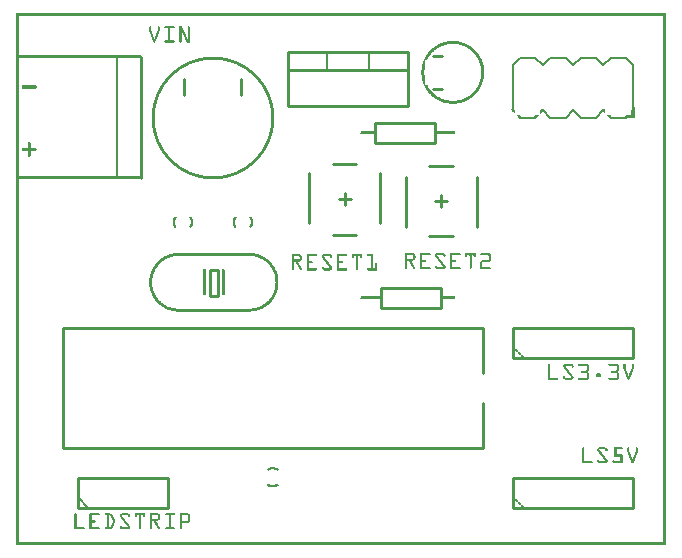
<source format=gto>
G04 MADE WITH FRITZING*
G04 WWW.FRITZING.ORG*
G04 DOUBLE SIDED*
G04 HOLES PLATED*
G04 CONTOUR ON CENTER OF CONTOUR VECTOR*
%ASAXBY*%
%FSLAX23Y23*%
%MOIN*%
%OFA0B0*%
%SFA1.0B1.0*%
%ADD10C,0.410000X0.39*%
%ADD11R,0.038714X0.096457X0.019029X0.076772*%
%ADD12C,0.009843*%
%ADD13C,0.008051*%
%ADD14C,0.010000*%
%ADD15C,0.005000*%
%ADD16C,0.011000*%
%ADD17R,0.001000X0.001000*%
%LNSILK1*%
G90*
G70*
G54D10*
X655Y1425D03*
G54D12*
X645Y918D02*
X673Y918D01*
X673Y832D01*
X645Y832D01*
X645Y918D01*
D02*
G54D13*
X2057Y1600D02*
X2032Y1625D01*
D02*
X1982Y1625D02*
X1956Y1600D01*
D02*
X1956Y1600D02*
X1931Y1625D01*
D02*
X1881Y1625D02*
X1856Y1600D01*
D02*
X1856Y1600D02*
X1831Y1625D01*
D02*
X1780Y1625D02*
X1755Y1600D01*
D02*
X2057Y1600D02*
X2057Y1450D01*
D02*
X2032Y1425D02*
X1982Y1425D01*
D02*
X1956Y1450D02*
X1931Y1425D01*
D02*
X1931Y1425D02*
X1881Y1425D01*
D02*
X1881Y1425D02*
X1856Y1450D01*
D02*
X1856Y1450D02*
X1831Y1425D01*
D02*
X1831Y1425D02*
X1780Y1425D01*
D02*
X1780Y1425D02*
X1755Y1450D01*
D02*
X1831Y1625D02*
X1780Y1625D01*
D02*
X1931Y1625D02*
X1881Y1625D01*
D02*
X2032Y1625D02*
X1982Y1625D01*
D02*
X1680Y1625D02*
X1654Y1600D01*
D02*
X1730Y1425D02*
X1680Y1425D01*
D02*
X1654Y1450D02*
X1654Y1600D01*
D02*
X1730Y1625D02*
X1680Y1625D01*
D02*
X1755Y1600D02*
X1730Y1625D01*
G54D14*
D02*
X1555Y725D02*
X155Y725D01*
D02*
X155Y725D02*
X155Y325D01*
D02*
X155Y325D02*
X1555Y325D01*
D02*
X1555Y725D02*
X1555Y575D01*
D02*
X1555Y475D02*
X1555Y325D01*
D02*
X1215Y858D02*
X1415Y858D01*
D02*
X1415Y858D02*
X1415Y792D01*
D02*
X1415Y792D02*
X1215Y792D01*
D02*
X1215Y792D02*
X1215Y858D01*
D02*
X1055Y1271D02*
X1133Y1271D01*
D02*
X976Y1074D02*
X976Y1242D01*
D02*
X1212Y1074D02*
X1212Y1242D01*
D02*
X1055Y1035D02*
X1133Y1035D01*
D02*
X1074Y1153D02*
X1114Y1153D01*
D02*
X1094Y1173D02*
X1094Y1133D01*
D02*
X905Y1645D02*
X1305Y1645D01*
D02*
X1305Y1645D02*
X1305Y1465D01*
D02*
X1305Y1465D02*
X905Y1465D01*
D02*
X905Y1465D02*
X905Y1645D01*
D02*
X905Y1645D02*
X1305Y1645D01*
D02*
X1305Y1645D02*
X1305Y1585D01*
D02*
X1305Y1585D02*
X905Y1585D01*
D02*
X905Y1585D02*
X905Y1645D01*
G54D15*
D02*
X1035Y1645D02*
X1035Y1585D01*
D02*
X1175Y1645D02*
X1175Y1585D01*
G54D14*
D02*
X1396Y1342D02*
X1196Y1342D01*
D02*
X1196Y1342D02*
X1196Y1408D01*
D02*
X1196Y1408D02*
X1396Y1408D01*
D02*
X1396Y1408D02*
X1396Y1342D01*
D02*
X1456Y1029D02*
X1377Y1029D01*
D02*
X1535Y1226D02*
X1535Y1059D01*
D02*
X1299Y1226D02*
X1299Y1059D01*
D02*
X1456Y1265D02*
X1377Y1265D01*
D02*
X1437Y1147D02*
X1397Y1147D01*
D02*
X1417Y1127D02*
X1417Y1167D01*
D02*
X205Y125D02*
X505Y125D01*
D02*
X505Y125D02*
X505Y225D01*
D02*
X505Y225D02*
X205Y225D01*
D02*
X205Y225D02*
X205Y125D01*
G54D15*
D02*
X240Y125D02*
X205Y160D01*
G54D14*
D02*
X1655Y125D02*
X2055Y125D01*
D02*
X2055Y125D02*
X2055Y225D01*
D02*
X2055Y225D02*
X1655Y225D01*
D02*
X1655Y225D02*
X1655Y125D01*
D02*
X1655Y625D02*
X2055Y625D01*
D02*
X2055Y625D02*
X2055Y725D01*
D02*
X2055Y725D02*
X1655Y725D01*
D02*
X1655Y725D02*
X1655Y625D01*
D02*
X415Y1225D02*
X415Y1628D01*
G54D15*
D02*
X335Y1225D02*
X335Y1628D01*
G54D16*
X1390Y1631D02*
X1420Y1631D01*
D02*
X1390Y1521D02*
X1420Y1521D01*
D02*
G54D17*
X0Y1772D02*
X2164Y1772D01*
X0Y1771D02*
X2164Y1771D01*
X0Y1770D02*
X2164Y1770D01*
X0Y1769D02*
X2164Y1769D01*
X0Y1768D02*
X2164Y1768D01*
X0Y1767D02*
X2164Y1767D01*
X0Y1766D02*
X2164Y1766D01*
X0Y1765D02*
X2164Y1765D01*
X0Y1764D02*
X7Y1764D01*
X2157Y1764D02*
X2164Y1764D01*
X0Y1763D02*
X7Y1763D01*
X2157Y1763D02*
X2164Y1763D01*
X0Y1762D02*
X7Y1762D01*
X2157Y1762D02*
X2164Y1762D01*
X0Y1761D02*
X7Y1761D01*
X2157Y1761D02*
X2164Y1761D01*
X0Y1760D02*
X7Y1760D01*
X2157Y1760D02*
X2164Y1760D01*
X0Y1759D02*
X7Y1759D01*
X2157Y1759D02*
X2164Y1759D01*
X0Y1758D02*
X7Y1758D01*
X2157Y1758D02*
X2164Y1758D01*
X0Y1757D02*
X7Y1757D01*
X2157Y1757D02*
X2164Y1757D01*
X0Y1756D02*
X7Y1756D01*
X2157Y1756D02*
X2164Y1756D01*
X0Y1755D02*
X7Y1755D01*
X2157Y1755D02*
X2164Y1755D01*
X0Y1754D02*
X7Y1754D01*
X2157Y1754D02*
X2164Y1754D01*
X0Y1753D02*
X7Y1753D01*
X2157Y1753D02*
X2164Y1753D01*
X0Y1752D02*
X7Y1752D01*
X2157Y1752D02*
X2164Y1752D01*
X0Y1751D02*
X7Y1751D01*
X2157Y1751D02*
X2164Y1751D01*
X0Y1750D02*
X7Y1750D01*
X2157Y1750D02*
X2164Y1750D01*
X0Y1749D02*
X7Y1749D01*
X2157Y1749D02*
X2164Y1749D01*
X0Y1748D02*
X7Y1748D01*
X2157Y1748D02*
X2164Y1748D01*
X0Y1747D02*
X7Y1747D01*
X2157Y1747D02*
X2164Y1747D01*
X0Y1746D02*
X7Y1746D01*
X2157Y1746D02*
X2164Y1746D01*
X0Y1745D02*
X7Y1745D01*
X2157Y1745D02*
X2164Y1745D01*
X0Y1744D02*
X7Y1744D01*
X2157Y1744D02*
X2164Y1744D01*
X0Y1743D02*
X7Y1743D01*
X2157Y1743D02*
X2164Y1743D01*
X0Y1742D02*
X7Y1742D01*
X2157Y1742D02*
X2164Y1742D01*
X0Y1741D02*
X7Y1741D01*
X2157Y1741D02*
X2164Y1741D01*
X0Y1740D02*
X7Y1740D01*
X2157Y1740D02*
X2164Y1740D01*
X0Y1739D02*
X7Y1739D01*
X2157Y1739D02*
X2164Y1739D01*
X0Y1738D02*
X7Y1738D01*
X2157Y1738D02*
X2164Y1738D01*
X0Y1737D02*
X7Y1737D01*
X2157Y1737D02*
X2164Y1737D01*
X0Y1736D02*
X7Y1736D01*
X2157Y1736D02*
X2164Y1736D01*
X0Y1735D02*
X7Y1735D01*
X2157Y1735D02*
X2164Y1735D01*
X0Y1734D02*
X7Y1734D01*
X2157Y1734D02*
X2164Y1734D01*
X0Y1733D02*
X7Y1733D01*
X2157Y1733D02*
X2164Y1733D01*
X0Y1732D02*
X7Y1732D01*
X2157Y1732D02*
X2164Y1732D01*
X0Y1731D02*
X7Y1731D01*
X2157Y1731D02*
X2164Y1731D01*
X0Y1730D02*
X7Y1730D01*
X2157Y1730D02*
X2164Y1730D01*
X0Y1729D02*
X7Y1729D01*
X446Y1729D02*
X447Y1729D01*
X473Y1729D02*
X474Y1729D01*
X496Y1729D02*
X524Y1729D01*
X544Y1729D02*
X552Y1729D01*
X574Y1729D02*
X575Y1729D01*
X2157Y1729D02*
X2164Y1729D01*
X0Y1728D02*
X7Y1728D01*
X444Y1728D02*
X448Y1728D01*
X472Y1728D02*
X476Y1728D01*
X494Y1728D02*
X526Y1728D01*
X544Y1728D02*
X552Y1728D01*
X572Y1728D02*
X576Y1728D01*
X2157Y1728D02*
X2164Y1728D01*
X0Y1727D02*
X7Y1727D01*
X443Y1727D02*
X449Y1727D01*
X471Y1727D02*
X476Y1727D01*
X494Y1727D02*
X527Y1727D01*
X544Y1727D02*
X553Y1727D01*
X571Y1727D02*
X577Y1727D01*
X2157Y1727D02*
X2164Y1727D01*
X0Y1726D02*
X7Y1726D01*
X443Y1726D02*
X449Y1726D01*
X471Y1726D02*
X477Y1726D01*
X493Y1726D02*
X527Y1726D01*
X544Y1726D02*
X553Y1726D01*
X571Y1726D02*
X577Y1726D01*
X2157Y1726D02*
X2164Y1726D01*
X0Y1725D02*
X7Y1725D01*
X443Y1725D02*
X449Y1725D01*
X471Y1725D02*
X477Y1725D01*
X494Y1725D02*
X527Y1725D01*
X544Y1725D02*
X554Y1725D01*
X571Y1725D02*
X577Y1725D01*
X2157Y1725D02*
X2164Y1725D01*
X0Y1724D02*
X7Y1724D01*
X443Y1724D02*
X449Y1724D01*
X471Y1724D02*
X477Y1724D01*
X494Y1724D02*
X526Y1724D01*
X544Y1724D02*
X554Y1724D01*
X571Y1724D02*
X577Y1724D01*
X2157Y1724D02*
X2164Y1724D01*
X0Y1723D02*
X7Y1723D01*
X443Y1723D02*
X449Y1723D01*
X471Y1723D02*
X477Y1723D01*
X495Y1723D02*
X526Y1723D01*
X544Y1723D02*
X555Y1723D01*
X571Y1723D02*
X577Y1723D01*
X2157Y1723D02*
X2164Y1723D01*
X0Y1722D02*
X7Y1722D01*
X443Y1722D02*
X449Y1722D01*
X471Y1722D02*
X477Y1722D01*
X507Y1722D02*
X513Y1722D01*
X544Y1722D02*
X555Y1722D01*
X571Y1722D02*
X577Y1722D01*
X2157Y1722D02*
X2164Y1722D01*
X0Y1721D02*
X7Y1721D01*
X443Y1721D02*
X449Y1721D01*
X471Y1721D02*
X477Y1721D01*
X507Y1721D02*
X513Y1721D01*
X544Y1721D02*
X555Y1721D01*
X571Y1721D02*
X577Y1721D01*
X2157Y1721D02*
X2164Y1721D01*
X0Y1720D02*
X7Y1720D01*
X443Y1720D02*
X449Y1720D01*
X471Y1720D02*
X477Y1720D01*
X507Y1720D02*
X513Y1720D01*
X544Y1720D02*
X556Y1720D01*
X571Y1720D02*
X577Y1720D01*
X2157Y1720D02*
X2164Y1720D01*
X0Y1719D02*
X7Y1719D01*
X443Y1719D02*
X449Y1719D01*
X471Y1719D02*
X477Y1719D01*
X507Y1719D02*
X513Y1719D01*
X544Y1719D02*
X556Y1719D01*
X571Y1719D02*
X577Y1719D01*
X2157Y1719D02*
X2164Y1719D01*
X0Y1718D02*
X7Y1718D01*
X443Y1718D02*
X449Y1718D01*
X471Y1718D02*
X477Y1718D01*
X507Y1718D02*
X513Y1718D01*
X544Y1718D02*
X557Y1718D01*
X571Y1718D02*
X577Y1718D01*
X2157Y1718D02*
X2164Y1718D01*
X0Y1717D02*
X7Y1717D01*
X443Y1717D02*
X449Y1717D01*
X471Y1717D02*
X477Y1717D01*
X507Y1717D02*
X513Y1717D01*
X544Y1717D02*
X557Y1717D01*
X571Y1717D02*
X577Y1717D01*
X2157Y1717D02*
X2164Y1717D01*
X0Y1716D02*
X7Y1716D01*
X443Y1716D02*
X449Y1716D01*
X471Y1716D02*
X477Y1716D01*
X507Y1716D02*
X513Y1716D01*
X544Y1716D02*
X558Y1716D01*
X571Y1716D02*
X577Y1716D01*
X2157Y1716D02*
X2164Y1716D01*
X0Y1715D02*
X7Y1715D01*
X443Y1715D02*
X449Y1715D01*
X471Y1715D02*
X477Y1715D01*
X507Y1715D02*
X513Y1715D01*
X544Y1715D02*
X558Y1715D01*
X571Y1715D02*
X577Y1715D01*
X2157Y1715D02*
X2164Y1715D01*
X0Y1714D02*
X7Y1714D01*
X443Y1714D02*
X449Y1714D01*
X471Y1714D02*
X477Y1714D01*
X507Y1714D02*
X513Y1714D01*
X544Y1714D02*
X550Y1714D01*
X552Y1714D02*
X558Y1714D01*
X571Y1714D02*
X577Y1714D01*
X2157Y1714D02*
X2164Y1714D01*
X0Y1713D02*
X7Y1713D01*
X443Y1713D02*
X450Y1713D01*
X470Y1713D02*
X477Y1713D01*
X507Y1713D02*
X513Y1713D01*
X544Y1713D02*
X550Y1713D01*
X552Y1713D02*
X559Y1713D01*
X571Y1713D02*
X577Y1713D01*
X2157Y1713D02*
X2164Y1713D01*
X0Y1712D02*
X7Y1712D01*
X444Y1712D02*
X450Y1712D01*
X470Y1712D02*
X476Y1712D01*
X507Y1712D02*
X513Y1712D01*
X544Y1712D02*
X550Y1712D01*
X553Y1712D02*
X559Y1712D01*
X571Y1712D02*
X577Y1712D01*
X2157Y1712D02*
X2164Y1712D01*
X0Y1711D02*
X7Y1711D01*
X444Y1711D02*
X451Y1711D01*
X469Y1711D02*
X476Y1711D01*
X507Y1711D02*
X513Y1711D01*
X544Y1711D02*
X550Y1711D01*
X553Y1711D02*
X560Y1711D01*
X571Y1711D02*
X577Y1711D01*
X2157Y1711D02*
X2164Y1711D01*
X0Y1710D02*
X7Y1710D01*
X444Y1710D02*
X451Y1710D01*
X469Y1710D02*
X475Y1710D01*
X507Y1710D02*
X513Y1710D01*
X544Y1710D02*
X550Y1710D01*
X554Y1710D02*
X560Y1710D01*
X571Y1710D02*
X577Y1710D01*
X2157Y1710D02*
X2164Y1710D01*
X0Y1709D02*
X7Y1709D01*
X445Y1709D02*
X451Y1709D01*
X469Y1709D02*
X475Y1709D01*
X507Y1709D02*
X513Y1709D01*
X544Y1709D02*
X550Y1709D01*
X554Y1709D02*
X561Y1709D01*
X571Y1709D02*
X577Y1709D01*
X2157Y1709D02*
X2164Y1709D01*
X0Y1708D02*
X7Y1708D01*
X445Y1708D02*
X452Y1708D01*
X468Y1708D02*
X475Y1708D01*
X507Y1708D02*
X513Y1708D01*
X544Y1708D02*
X550Y1708D01*
X554Y1708D02*
X561Y1708D01*
X571Y1708D02*
X577Y1708D01*
X2157Y1708D02*
X2164Y1708D01*
X0Y1707D02*
X7Y1707D01*
X446Y1707D02*
X452Y1707D01*
X468Y1707D02*
X474Y1707D01*
X507Y1707D02*
X513Y1707D01*
X544Y1707D02*
X550Y1707D01*
X555Y1707D02*
X562Y1707D01*
X571Y1707D02*
X577Y1707D01*
X2157Y1707D02*
X2164Y1707D01*
X0Y1706D02*
X7Y1706D01*
X446Y1706D02*
X453Y1706D01*
X467Y1706D02*
X474Y1706D01*
X507Y1706D02*
X513Y1706D01*
X544Y1706D02*
X550Y1706D01*
X555Y1706D02*
X562Y1706D01*
X571Y1706D02*
X577Y1706D01*
X2157Y1706D02*
X2164Y1706D01*
X0Y1705D02*
X7Y1705D01*
X446Y1705D02*
X453Y1705D01*
X467Y1705D02*
X474Y1705D01*
X507Y1705D02*
X513Y1705D01*
X544Y1705D02*
X550Y1705D01*
X556Y1705D02*
X562Y1705D01*
X571Y1705D02*
X577Y1705D01*
X2157Y1705D02*
X2164Y1705D01*
X0Y1704D02*
X7Y1704D01*
X447Y1704D02*
X453Y1704D01*
X467Y1704D02*
X473Y1704D01*
X507Y1704D02*
X513Y1704D01*
X544Y1704D02*
X550Y1704D01*
X556Y1704D02*
X563Y1704D01*
X571Y1704D02*
X577Y1704D01*
X2157Y1704D02*
X2164Y1704D01*
X0Y1703D02*
X7Y1703D01*
X447Y1703D02*
X454Y1703D01*
X466Y1703D02*
X473Y1703D01*
X507Y1703D02*
X513Y1703D01*
X544Y1703D02*
X550Y1703D01*
X557Y1703D02*
X563Y1703D01*
X571Y1703D02*
X577Y1703D01*
X2157Y1703D02*
X2164Y1703D01*
X0Y1702D02*
X7Y1702D01*
X448Y1702D02*
X454Y1702D01*
X466Y1702D02*
X472Y1702D01*
X507Y1702D02*
X513Y1702D01*
X544Y1702D02*
X550Y1702D01*
X557Y1702D02*
X564Y1702D01*
X571Y1702D02*
X577Y1702D01*
X2157Y1702D02*
X2164Y1702D01*
X0Y1701D02*
X7Y1701D01*
X448Y1701D02*
X455Y1701D01*
X465Y1701D02*
X472Y1701D01*
X507Y1701D02*
X513Y1701D01*
X544Y1701D02*
X550Y1701D01*
X557Y1701D02*
X564Y1701D01*
X571Y1701D02*
X577Y1701D01*
X2157Y1701D02*
X2164Y1701D01*
X0Y1700D02*
X7Y1700D01*
X448Y1700D02*
X455Y1700D01*
X465Y1700D02*
X472Y1700D01*
X507Y1700D02*
X513Y1700D01*
X544Y1700D02*
X550Y1700D01*
X558Y1700D02*
X565Y1700D01*
X571Y1700D02*
X577Y1700D01*
X2157Y1700D02*
X2164Y1700D01*
X0Y1699D02*
X7Y1699D01*
X449Y1699D02*
X455Y1699D01*
X465Y1699D02*
X471Y1699D01*
X507Y1699D02*
X513Y1699D01*
X544Y1699D02*
X550Y1699D01*
X558Y1699D02*
X565Y1699D01*
X571Y1699D02*
X577Y1699D01*
X2157Y1699D02*
X2164Y1699D01*
X0Y1698D02*
X7Y1698D01*
X449Y1698D02*
X456Y1698D01*
X464Y1698D02*
X471Y1698D01*
X507Y1698D02*
X513Y1698D01*
X544Y1698D02*
X550Y1698D01*
X559Y1698D02*
X566Y1698D01*
X571Y1698D02*
X577Y1698D01*
X2157Y1698D02*
X2164Y1698D01*
X0Y1697D02*
X7Y1697D01*
X449Y1697D02*
X456Y1697D01*
X464Y1697D02*
X470Y1697D01*
X507Y1697D02*
X513Y1697D01*
X544Y1697D02*
X550Y1697D01*
X559Y1697D02*
X566Y1697D01*
X571Y1697D02*
X577Y1697D01*
X2157Y1697D02*
X2164Y1697D01*
X0Y1696D02*
X7Y1696D01*
X450Y1696D02*
X456Y1696D01*
X463Y1696D02*
X470Y1696D01*
X507Y1696D02*
X513Y1696D01*
X544Y1696D02*
X550Y1696D01*
X560Y1696D02*
X566Y1696D01*
X571Y1696D02*
X577Y1696D01*
X2157Y1696D02*
X2164Y1696D01*
X0Y1695D02*
X7Y1695D01*
X450Y1695D02*
X457Y1695D01*
X463Y1695D02*
X470Y1695D01*
X507Y1695D02*
X513Y1695D01*
X544Y1695D02*
X550Y1695D01*
X560Y1695D02*
X567Y1695D01*
X571Y1695D02*
X577Y1695D01*
X2157Y1695D02*
X2164Y1695D01*
X0Y1694D02*
X7Y1694D01*
X451Y1694D02*
X457Y1694D01*
X463Y1694D02*
X469Y1694D01*
X507Y1694D02*
X513Y1694D01*
X544Y1694D02*
X550Y1694D01*
X561Y1694D02*
X567Y1694D01*
X571Y1694D02*
X577Y1694D01*
X2157Y1694D02*
X2164Y1694D01*
X0Y1693D02*
X7Y1693D01*
X451Y1693D02*
X458Y1693D01*
X462Y1693D02*
X469Y1693D01*
X507Y1693D02*
X513Y1693D01*
X544Y1693D02*
X550Y1693D01*
X561Y1693D02*
X568Y1693D01*
X571Y1693D02*
X577Y1693D01*
X2157Y1693D02*
X2164Y1693D01*
X0Y1692D02*
X7Y1692D01*
X451Y1692D02*
X458Y1692D01*
X462Y1692D02*
X468Y1692D01*
X507Y1692D02*
X513Y1692D01*
X544Y1692D02*
X550Y1692D01*
X561Y1692D02*
X568Y1692D01*
X571Y1692D02*
X577Y1692D01*
X2157Y1692D02*
X2164Y1692D01*
X0Y1691D02*
X7Y1691D01*
X452Y1691D02*
X458Y1691D01*
X462Y1691D02*
X468Y1691D01*
X507Y1691D02*
X513Y1691D01*
X544Y1691D02*
X550Y1691D01*
X562Y1691D02*
X569Y1691D01*
X571Y1691D02*
X577Y1691D01*
X2157Y1691D02*
X2164Y1691D01*
X0Y1690D02*
X7Y1690D01*
X452Y1690D02*
X459Y1690D01*
X461Y1690D02*
X468Y1690D01*
X507Y1690D02*
X513Y1690D01*
X544Y1690D02*
X550Y1690D01*
X562Y1690D02*
X569Y1690D01*
X571Y1690D02*
X577Y1690D01*
X2157Y1690D02*
X2164Y1690D01*
X0Y1689D02*
X7Y1689D01*
X453Y1689D02*
X459Y1689D01*
X461Y1689D02*
X467Y1689D01*
X507Y1689D02*
X513Y1689D01*
X544Y1689D02*
X550Y1689D01*
X563Y1689D02*
X569Y1689D01*
X571Y1689D02*
X577Y1689D01*
X2157Y1689D02*
X2164Y1689D01*
X0Y1688D02*
X7Y1688D01*
X453Y1688D02*
X467Y1688D01*
X507Y1688D02*
X513Y1688D01*
X544Y1688D02*
X550Y1688D01*
X563Y1688D02*
X577Y1688D01*
X2157Y1688D02*
X2164Y1688D01*
X0Y1687D02*
X7Y1687D01*
X453Y1687D02*
X467Y1687D01*
X507Y1687D02*
X513Y1687D01*
X544Y1687D02*
X550Y1687D01*
X564Y1687D02*
X577Y1687D01*
X2157Y1687D02*
X2164Y1687D01*
X0Y1686D02*
X7Y1686D01*
X454Y1686D02*
X466Y1686D01*
X507Y1686D02*
X513Y1686D01*
X544Y1686D02*
X550Y1686D01*
X564Y1686D02*
X577Y1686D01*
X2157Y1686D02*
X2164Y1686D01*
X0Y1685D02*
X7Y1685D01*
X454Y1685D02*
X466Y1685D01*
X507Y1685D02*
X513Y1685D01*
X544Y1685D02*
X550Y1685D01*
X564Y1685D02*
X577Y1685D01*
X2157Y1685D02*
X2164Y1685D01*
X0Y1684D02*
X7Y1684D01*
X455Y1684D02*
X465Y1684D01*
X507Y1684D02*
X513Y1684D01*
X544Y1684D02*
X550Y1684D01*
X565Y1684D02*
X577Y1684D01*
X2157Y1684D02*
X2164Y1684D01*
X0Y1683D02*
X7Y1683D01*
X455Y1683D02*
X465Y1683D01*
X507Y1683D02*
X513Y1683D01*
X544Y1683D02*
X550Y1683D01*
X565Y1683D02*
X577Y1683D01*
X2157Y1683D02*
X2164Y1683D01*
X0Y1682D02*
X7Y1682D01*
X455Y1682D02*
X465Y1682D01*
X497Y1682D02*
X524Y1682D01*
X544Y1682D02*
X550Y1682D01*
X566Y1682D02*
X577Y1682D01*
X2157Y1682D02*
X2164Y1682D01*
X0Y1681D02*
X7Y1681D01*
X456Y1681D02*
X464Y1681D01*
X494Y1681D02*
X526Y1681D01*
X544Y1681D02*
X550Y1681D01*
X566Y1681D02*
X577Y1681D01*
X2157Y1681D02*
X2164Y1681D01*
X0Y1680D02*
X7Y1680D01*
X456Y1680D02*
X464Y1680D01*
X494Y1680D02*
X527Y1680D01*
X544Y1680D02*
X550Y1680D01*
X567Y1680D02*
X577Y1680D01*
X1442Y1680D02*
X1468Y1680D01*
X2157Y1680D02*
X2164Y1680D01*
X0Y1679D02*
X7Y1679D01*
X456Y1679D02*
X463Y1679D01*
X493Y1679D02*
X527Y1679D01*
X544Y1679D02*
X550Y1679D01*
X567Y1679D02*
X577Y1679D01*
X1435Y1679D02*
X1474Y1679D01*
X2157Y1679D02*
X2164Y1679D01*
X0Y1678D02*
X7Y1678D01*
X457Y1678D02*
X463Y1678D01*
X493Y1678D02*
X527Y1678D01*
X544Y1678D02*
X549Y1678D01*
X568Y1678D02*
X577Y1678D01*
X1431Y1678D02*
X1479Y1678D01*
X2157Y1678D02*
X2164Y1678D01*
X0Y1677D02*
X7Y1677D01*
X457Y1677D02*
X463Y1677D01*
X494Y1677D02*
X527Y1677D01*
X544Y1677D02*
X549Y1677D01*
X568Y1677D02*
X577Y1677D01*
X1427Y1677D02*
X1482Y1677D01*
X2157Y1677D02*
X2164Y1677D01*
X0Y1676D02*
X7Y1676D01*
X458Y1676D02*
X462Y1676D01*
X495Y1676D02*
X526Y1676D01*
X545Y1676D02*
X548Y1676D01*
X568Y1676D02*
X577Y1676D01*
X1424Y1676D02*
X1486Y1676D01*
X2157Y1676D02*
X2164Y1676D01*
X0Y1675D02*
X7Y1675D01*
X1421Y1675D02*
X1489Y1675D01*
X2157Y1675D02*
X2164Y1675D01*
X0Y1674D02*
X7Y1674D01*
X1418Y1674D02*
X1491Y1674D01*
X2157Y1674D02*
X2164Y1674D01*
X0Y1673D02*
X7Y1673D01*
X1415Y1673D02*
X1494Y1673D01*
X2157Y1673D02*
X2164Y1673D01*
X0Y1672D02*
X7Y1672D01*
X1413Y1672D02*
X1496Y1672D01*
X2157Y1672D02*
X2164Y1672D01*
X0Y1671D02*
X7Y1671D01*
X1411Y1671D02*
X1498Y1671D01*
X2157Y1671D02*
X2164Y1671D01*
X0Y1670D02*
X7Y1670D01*
X1409Y1670D02*
X1441Y1670D01*
X1469Y1670D02*
X1500Y1670D01*
X2157Y1670D02*
X2164Y1670D01*
X0Y1669D02*
X7Y1669D01*
X1407Y1669D02*
X1435Y1669D01*
X1475Y1669D02*
X1503Y1669D01*
X2157Y1669D02*
X2164Y1669D01*
X0Y1668D02*
X7Y1668D01*
X1405Y1668D02*
X1430Y1668D01*
X1479Y1668D02*
X1505Y1668D01*
X2157Y1668D02*
X2164Y1668D01*
X0Y1667D02*
X7Y1667D01*
X1403Y1667D02*
X1427Y1667D01*
X1483Y1667D02*
X1506Y1667D01*
X2157Y1667D02*
X2164Y1667D01*
X0Y1666D02*
X7Y1666D01*
X1402Y1666D02*
X1424Y1666D01*
X1485Y1666D02*
X1508Y1666D01*
X2157Y1666D02*
X2164Y1666D01*
X0Y1665D02*
X7Y1665D01*
X1400Y1665D02*
X1421Y1665D01*
X1488Y1665D02*
X1509Y1665D01*
X2157Y1665D02*
X2164Y1665D01*
X0Y1664D02*
X7Y1664D01*
X1398Y1664D02*
X1418Y1664D01*
X1491Y1664D02*
X1511Y1664D01*
X2157Y1664D02*
X2164Y1664D01*
X0Y1663D02*
X7Y1663D01*
X1397Y1663D02*
X1416Y1663D01*
X1493Y1663D02*
X1513Y1663D01*
X2157Y1663D02*
X2164Y1663D01*
X0Y1662D02*
X7Y1662D01*
X1395Y1662D02*
X1414Y1662D01*
X1495Y1662D02*
X1514Y1662D01*
X2157Y1662D02*
X2164Y1662D01*
X0Y1661D02*
X7Y1661D01*
X1394Y1661D02*
X1412Y1661D01*
X1498Y1661D02*
X1516Y1661D01*
X2157Y1661D02*
X2164Y1661D01*
X0Y1660D02*
X7Y1660D01*
X1392Y1660D02*
X1410Y1660D01*
X1500Y1660D02*
X1517Y1660D01*
X2157Y1660D02*
X2164Y1660D01*
X0Y1659D02*
X7Y1659D01*
X1391Y1659D02*
X1408Y1659D01*
X1501Y1659D02*
X1518Y1659D01*
X2157Y1659D02*
X2164Y1659D01*
X0Y1658D02*
X7Y1658D01*
X1390Y1658D02*
X1406Y1658D01*
X1503Y1658D02*
X1520Y1658D01*
X2157Y1658D02*
X2164Y1658D01*
X0Y1657D02*
X7Y1657D01*
X1388Y1657D02*
X1405Y1657D01*
X1505Y1657D02*
X1521Y1657D01*
X2157Y1657D02*
X2164Y1657D01*
X0Y1656D02*
X7Y1656D01*
X1387Y1656D02*
X1403Y1656D01*
X1506Y1656D02*
X1522Y1656D01*
X2157Y1656D02*
X2164Y1656D01*
X0Y1655D02*
X7Y1655D01*
X1386Y1655D02*
X1401Y1655D01*
X1508Y1655D02*
X1523Y1655D01*
X2157Y1655D02*
X2164Y1655D01*
X0Y1654D02*
X7Y1654D01*
X1385Y1654D02*
X1400Y1654D01*
X1509Y1654D02*
X1524Y1654D01*
X2157Y1654D02*
X2164Y1654D01*
X0Y1653D02*
X7Y1653D01*
X1384Y1653D02*
X1399Y1653D01*
X1511Y1653D02*
X1525Y1653D01*
X2157Y1653D02*
X2164Y1653D01*
X0Y1652D02*
X7Y1652D01*
X1383Y1652D02*
X1397Y1652D01*
X1512Y1652D02*
X1526Y1652D01*
X2157Y1652D02*
X2164Y1652D01*
X0Y1651D02*
X7Y1651D01*
X1382Y1651D02*
X1396Y1651D01*
X1513Y1651D02*
X1528Y1651D01*
X2157Y1651D02*
X2164Y1651D01*
X0Y1650D02*
X7Y1650D01*
X1381Y1650D02*
X1395Y1650D01*
X1515Y1650D02*
X1529Y1650D01*
X2157Y1650D02*
X2164Y1650D01*
X0Y1649D02*
X7Y1649D01*
X1380Y1649D02*
X1393Y1649D01*
X1516Y1649D02*
X1529Y1649D01*
X2157Y1649D02*
X2164Y1649D01*
X0Y1648D02*
X7Y1648D01*
X1379Y1648D02*
X1392Y1648D01*
X1517Y1648D02*
X1530Y1648D01*
X2157Y1648D02*
X2164Y1648D01*
X0Y1647D02*
X7Y1647D01*
X1378Y1647D02*
X1391Y1647D01*
X1518Y1647D02*
X1531Y1647D01*
X2157Y1647D02*
X2164Y1647D01*
X0Y1646D02*
X7Y1646D01*
X1377Y1646D02*
X1390Y1646D01*
X1519Y1646D02*
X1532Y1646D01*
X2157Y1646D02*
X2164Y1646D01*
X0Y1645D02*
X7Y1645D01*
X1376Y1645D02*
X1389Y1645D01*
X1520Y1645D02*
X1533Y1645D01*
X2157Y1645D02*
X2164Y1645D01*
X0Y1644D02*
X7Y1644D01*
X1375Y1644D02*
X1388Y1644D01*
X1521Y1644D02*
X1534Y1644D01*
X2157Y1644D02*
X2164Y1644D01*
X0Y1643D02*
X7Y1643D01*
X1374Y1643D02*
X1387Y1643D01*
X1522Y1643D02*
X1535Y1643D01*
X2157Y1643D02*
X2164Y1643D01*
X0Y1642D02*
X7Y1642D01*
X1374Y1642D02*
X1386Y1642D01*
X1523Y1642D02*
X1536Y1642D01*
X2157Y1642D02*
X2164Y1642D01*
X0Y1641D02*
X7Y1641D01*
X1373Y1641D02*
X1385Y1641D01*
X1524Y1641D02*
X1536Y1641D01*
X2157Y1641D02*
X2164Y1641D01*
X0Y1640D02*
X7Y1640D01*
X1372Y1640D02*
X1384Y1640D01*
X1525Y1640D02*
X1537Y1640D01*
X2157Y1640D02*
X2164Y1640D01*
X0Y1639D02*
X7Y1639D01*
X1371Y1639D02*
X1383Y1639D01*
X1526Y1639D02*
X1538Y1639D01*
X2157Y1639D02*
X2164Y1639D01*
X0Y1638D02*
X7Y1638D01*
X1371Y1638D02*
X1382Y1638D01*
X1527Y1638D02*
X1539Y1638D01*
X2157Y1638D02*
X2164Y1638D01*
X0Y1637D02*
X7Y1637D01*
X1370Y1637D02*
X1381Y1637D01*
X1528Y1637D02*
X1539Y1637D01*
X2157Y1637D02*
X2164Y1637D01*
X0Y1636D02*
X7Y1636D01*
X1369Y1636D02*
X1381Y1636D01*
X1529Y1636D02*
X1540Y1636D01*
X2157Y1636D02*
X2164Y1636D01*
X0Y1635D02*
X7Y1635D01*
X1368Y1635D02*
X1380Y1635D01*
X1530Y1635D02*
X1541Y1635D01*
X2157Y1635D02*
X2164Y1635D01*
X0Y1634D02*
X414Y1634D01*
X1368Y1634D02*
X1379Y1634D01*
X1530Y1634D02*
X1542Y1634D01*
X2157Y1634D02*
X2164Y1634D01*
X0Y1633D02*
X414Y1633D01*
X1367Y1633D02*
X1378Y1633D01*
X1531Y1633D02*
X1542Y1633D01*
X2157Y1633D02*
X2164Y1633D01*
X0Y1632D02*
X414Y1632D01*
X1367Y1632D02*
X1378Y1632D01*
X1532Y1632D02*
X1543Y1632D01*
X2157Y1632D02*
X2164Y1632D01*
X0Y1631D02*
X414Y1631D01*
X1366Y1631D02*
X1377Y1631D01*
X1533Y1631D02*
X1543Y1631D01*
X2157Y1631D02*
X2164Y1631D01*
X0Y1630D02*
X414Y1630D01*
X1365Y1630D02*
X1376Y1630D01*
X1533Y1630D02*
X1544Y1630D01*
X2157Y1630D02*
X2164Y1630D01*
X0Y1629D02*
X414Y1629D01*
X1365Y1629D02*
X1375Y1629D01*
X1534Y1629D02*
X1545Y1629D01*
X2157Y1629D02*
X2164Y1629D01*
X0Y1628D02*
X414Y1628D01*
X1364Y1628D02*
X1375Y1628D01*
X1535Y1628D02*
X1545Y1628D01*
X2157Y1628D02*
X2164Y1628D01*
X0Y1627D02*
X414Y1627D01*
X1364Y1627D02*
X1374Y1627D01*
X1535Y1627D02*
X1546Y1627D01*
X2157Y1627D02*
X2164Y1627D01*
X0Y1626D02*
X414Y1626D01*
X1363Y1626D02*
X1373Y1626D01*
X1536Y1626D02*
X1546Y1626D01*
X2157Y1626D02*
X2164Y1626D01*
X0Y1625D02*
X414Y1625D01*
X1362Y1625D02*
X1373Y1625D01*
X1536Y1625D02*
X1547Y1625D01*
X2157Y1625D02*
X2164Y1625D01*
X0Y1624D02*
X7Y1624D01*
X1362Y1624D02*
X1372Y1624D01*
X1537Y1624D02*
X1547Y1624D01*
X2157Y1624D02*
X2164Y1624D01*
X0Y1623D02*
X7Y1623D01*
X1362Y1623D02*
X1372Y1623D01*
X1538Y1623D02*
X1548Y1623D01*
X2157Y1623D02*
X2164Y1623D01*
X0Y1622D02*
X7Y1622D01*
X1361Y1622D02*
X1371Y1622D01*
X1538Y1622D02*
X1548Y1622D01*
X2157Y1622D02*
X2164Y1622D01*
X0Y1621D02*
X7Y1621D01*
X1361Y1621D02*
X1370Y1621D01*
X1539Y1621D02*
X1549Y1621D01*
X2157Y1621D02*
X2164Y1621D01*
X0Y1620D02*
X7Y1620D01*
X1360Y1620D02*
X1370Y1620D01*
X1539Y1620D02*
X1549Y1620D01*
X2157Y1620D02*
X2164Y1620D01*
X0Y1619D02*
X7Y1619D01*
X1360Y1619D02*
X1369Y1619D01*
X1540Y1619D02*
X1550Y1619D01*
X2157Y1619D02*
X2164Y1619D01*
X0Y1618D02*
X7Y1618D01*
X1359Y1618D02*
X1362Y1618D01*
X1540Y1618D02*
X1550Y1618D01*
X2157Y1618D02*
X2164Y1618D01*
X0Y1617D02*
X7Y1617D01*
X1359Y1617D02*
X1362Y1617D01*
X1541Y1617D02*
X1551Y1617D01*
X2157Y1617D02*
X2164Y1617D01*
X0Y1616D02*
X7Y1616D01*
X1358Y1616D02*
X1362Y1616D01*
X1541Y1616D02*
X1551Y1616D01*
X2157Y1616D02*
X2164Y1616D01*
X0Y1615D02*
X7Y1615D01*
X1358Y1615D02*
X1362Y1615D01*
X1542Y1615D02*
X1552Y1615D01*
X2157Y1615D02*
X2164Y1615D01*
X0Y1614D02*
X7Y1614D01*
X1357Y1614D02*
X1362Y1614D01*
X1542Y1614D02*
X1552Y1614D01*
X2157Y1614D02*
X2164Y1614D01*
X0Y1613D02*
X7Y1613D01*
X1357Y1613D02*
X1362Y1613D01*
X1543Y1613D02*
X1552Y1613D01*
X2157Y1613D02*
X2164Y1613D01*
X0Y1612D02*
X7Y1612D01*
X1357Y1612D02*
X1362Y1612D01*
X1543Y1612D02*
X1553Y1612D01*
X2157Y1612D02*
X2164Y1612D01*
X0Y1611D02*
X7Y1611D01*
X1356Y1611D02*
X1362Y1611D01*
X1544Y1611D02*
X1553Y1611D01*
X2157Y1611D02*
X2164Y1611D01*
X0Y1610D02*
X7Y1610D01*
X1356Y1610D02*
X1362Y1610D01*
X1544Y1610D02*
X1553Y1610D01*
X2157Y1610D02*
X2164Y1610D01*
X0Y1609D02*
X7Y1609D01*
X1356Y1609D02*
X1362Y1609D01*
X1544Y1609D02*
X1554Y1609D01*
X2157Y1609D02*
X2164Y1609D01*
X0Y1608D02*
X7Y1608D01*
X1355Y1608D02*
X1362Y1608D01*
X1545Y1608D02*
X1554Y1608D01*
X2157Y1608D02*
X2164Y1608D01*
X0Y1607D02*
X7Y1607D01*
X1355Y1607D02*
X1362Y1607D01*
X1545Y1607D02*
X1554Y1607D01*
X2157Y1607D02*
X2164Y1607D01*
X0Y1606D02*
X7Y1606D01*
X1355Y1606D02*
X1362Y1606D01*
X1545Y1606D02*
X1555Y1606D01*
X2157Y1606D02*
X2164Y1606D01*
X0Y1605D02*
X7Y1605D01*
X1354Y1605D02*
X1362Y1605D01*
X1546Y1605D02*
X1555Y1605D01*
X2157Y1605D02*
X2164Y1605D01*
X0Y1604D02*
X7Y1604D01*
X1354Y1604D02*
X1362Y1604D01*
X1546Y1604D02*
X1555Y1604D01*
X2157Y1604D02*
X2164Y1604D01*
X0Y1603D02*
X7Y1603D01*
X1354Y1603D02*
X1362Y1603D01*
X1546Y1603D02*
X1556Y1603D01*
X2157Y1603D02*
X2164Y1603D01*
X0Y1602D02*
X7Y1602D01*
X1354Y1602D02*
X1362Y1602D01*
X1547Y1602D02*
X1556Y1602D01*
X2157Y1602D02*
X2164Y1602D01*
X0Y1601D02*
X7Y1601D01*
X1353Y1601D02*
X1362Y1601D01*
X1547Y1601D02*
X1556Y1601D01*
X2157Y1601D02*
X2164Y1601D01*
X0Y1600D02*
X7Y1600D01*
X1353Y1600D02*
X1362Y1600D01*
X1547Y1600D02*
X1556Y1600D01*
X2157Y1600D02*
X2164Y1600D01*
X0Y1599D02*
X7Y1599D01*
X1353Y1599D02*
X1362Y1599D01*
X1547Y1599D02*
X1557Y1599D01*
X2157Y1599D02*
X2164Y1599D01*
X0Y1598D02*
X7Y1598D01*
X1353Y1598D02*
X1362Y1598D01*
X1548Y1598D02*
X1557Y1598D01*
X2157Y1598D02*
X2164Y1598D01*
X0Y1597D02*
X7Y1597D01*
X1352Y1597D02*
X1361Y1597D01*
X1548Y1597D02*
X1557Y1597D01*
X2157Y1597D02*
X2164Y1597D01*
X0Y1596D02*
X7Y1596D01*
X1352Y1596D02*
X1361Y1596D01*
X1548Y1596D02*
X1557Y1596D01*
X2157Y1596D02*
X2164Y1596D01*
X0Y1595D02*
X7Y1595D01*
X1352Y1595D02*
X1361Y1595D01*
X1548Y1595D02*
X1557Y1595D01*
X2157Y1595D02*
X2164Y1595D01*
X0Y1594D02*
X7Y1594D01*
X1352Y1594D02*
X1361Y1594D01*
X1548Y1594D02*
X1558Y1594D01*
X2157Y1594D02*
X2164Y1594D01*
X0Y1593D02*
X7Y1593D01*
X1352Y1593D02*
X1361Y1593D01*
X1549Y1593D02*
X1558Y1593D01*
X2157Y1593D02*
X2164Y1593D01*
X0Y1592D02*
X7Y1592D01*
X1351Y1592D02*
X1361Y1592D01*
X1549Y1592D02*
X1558Y1592D01*
X2157Y1592D02*
X2164Y1592D01*
X0Y1591D02*
X7Y1591D01*
X1351Y1591D02*
X1360Y1591D01*
X1549Y1591D02*
X1558Y1591D01*
X2157Y1591D02*
X2164Y1591D01*
X0Y1590D02*
X7Y1590D01*
X1351Y1590D02*
X1360Y1590D01*
X1549Y1590D02*
X1558Y1590D01*
X2157Y1590D02*
X2164Y1590D01*
X0Y1589D02*
X7Y1589D01*
X1351Y1589D02*
X1360Y1589D01*
X1549Y1589D02*
X1558Y1589D01*
X2157Y1589D02*
X2164Y1589D01*
X0Y1588D02*
X7Y1588D01*
X1351Y1588D02*
X1360Y1588D01*
X1549Y1588D02*
X1558Y1588D01*
X2157Y1588D02*
X2164Y1588D01*
X0Y1587D02*
X7Y1587D01*
X1351Y1587D02*
X1360Y1587D01*
X1550Y1587D02*
X1559Y1587D01*
X2157Y1587D02*
X2164Y1587D01*
X0Y1586D02*
X7Y1586D01*
X1351Y1586D02*
X1360Y1586D01*
X1550Y1586D02*
X1559Y1586D01*
X2157Y1586D02*
X2164Y1586D01*
X0Y1585D02*
X7Y1585D01*
X1351Y1585D02*
X1360Y1585D01*
X1550Y1585D02*
X1559Y1585D01*
X2157Y1585D02*
X2164Y1585D01*
X0Y1584D02*
X7Y1584D01*
X1351Y1584D02*
X1360Y1584D01*
X1550Y1584D02*
X1559Y1584D01*
X2157Y1584D02*
X2164Y1584D01*
X0Y1583D02*
X7Y1583D01*
X1350Y1583D02*
X1359Y1583D01*
X1550Y1583D02*
X1559Y1583D01*
X2157Y1583D02*
X2164Y1583D01*
X0Y1582D02*
X7Y1582D01*
X1350Y1582D02*
X1359Y1582D01*
X1550Y1582D02*
X1559Y1582D01*
X2157Y1582D02*
X2164Y1582D01*
X0Y1581D02*
X7Y1581D01*
X1350Y1581D02*
X1359Y1581D01*
X1550Y1581D02*
X1559Y1581D01*
X2157Y1581D02*
X2164Y1581D01*
X0Y1580D02*
X7Y1580D01*
X1350Y1580D02*
X1359Y1580D01*
X1550Y1580D02*
X1559Y1580D01*
X2157Y1580D02*
X2164Y1580D01*
X0Y1579D02*
X7Y1579D01*
X1350Y1579D02*
X1359Y1579D01*
X1550Y1579D02*
X1559Y1579D01*
X2157Y1579D02*
X2164Y1579D01*
X0Y1578D02*
X7Y1578D01*
X1350Y1578D02*
X1359Y1578D01*
X1550Y1578D02*
X1559Y1578D01*
X2157Y1578D02*
X2164Y1578D01*
X0Y1577D02*
X7Y1577D01*
X1350Y1577D02*
X1359Y1577D01*
X1550Y1577D02*
X1559Y1577D01*
X2157Y1577D02*
X2164Y1577D01*
X0Y1576D02*
X7Y1576D01*
X1350Y1576D02*
X1359Y1576D01*
X1550Y1576D02*
X1559Y1576D01*
X2157Y1576D02*
X2164Y1576D01*
X0Y1575D02*
X7Y1575D01*
X1350Y1575D02*
X1359Y1575D01*
X1550Y1575D02*
X1559Y1575D01*
X2157Y1575D02*
X2164Y1575D01*
X0Y1574D02*
X7Y1574D01*
X1350Y1574D02*
X1359Y1574D01*
X1550Y1574D02*
X1559Y1574D01*
X2157Y1574D02*
X2164Y1574D01*
X0Y1573D02*
X7Y1573D01*
X1350Y1573D02*
X1359Y1573D01*
X1550Y1573D02*
X1559Y1573D01*
X2157Y1573D02*
X2164Y1573D01*
X0Y1572D02*
X7Y1572D01*
X1350Y1572D02*
X1359Y1572D01*
X1550Y1572D02*
X1559Y1572D01*
X2157Y1572D02*
X2164Y1572D01*
X0Y1571D02*
X7Y1571D01*
X1350Y1571D02*
X1359Y1571D01*
X1550Y1571D02*
X1559Y1571D01*
X2157Y1571D02*
X2164Y1571D01*
X0Y1570D02*
X7Y1570D01*
X1350Y1570D02*
X1359Y1570D01*
X1550Y1570D02*
X1559Y1570D01*
X2157Y1570D02*
X2164Y1570D01*
X0Y1569D02*
X7Y1569D01*
X1350Y1569D02*
X1359Y1569D01*
X1550Y1569D02*
X1559Y1569D01*
X2157Y1569D02*
X2164Y1569D01*
X0Y1568D02*
X7Y1568D01*
X1351Y1568D02*
X1360Y1568D01*
X1550Y1568D02*
X1559Y1568D01*
X2157Y1568D02*
X2164Y1568D01*
X0Y1567D02*
X7Y1567D01*
X1351Y1567D02*
X1360Y1567D01*
X1550Y1567D02*
X1559Y1567D01*
X2157Y1567D02*
X2164Y1567D01*
X0Y1566D02*
X7Y1566D01*
X1351Y1566D02*
X1360Y1566D01*
X1550Y1566D02*
X1559Y1566D01*
X2157Y1566D02*
X2164Y1566D01*
X0Y1565D02*
X7Y1565D01*
X1351Y1565D02*
X1360Y1565D01*
X1550Y1565D02*
X1559Y1565D01*
X2157Y1565D02*
X2164Y1565D01*
X0Y1564D02*
X7Y1564D01*
X1351Y1564D02*
X1360Y1564D01*
X1549Y1564D02*
X1558Y1564D01*
X2157Y1564D02*
X2164Y1564D01*
X0Y1563D02*
X7Y1563D01*
X1351Y1563D02*
X1360Y1563D01*
X1549Y1563D02*
X1558Y1563D01*
X2157Y1563D02*
X2164Y1563D01*
X0Y1562D02*
X7Y1562D01*
X1351Y1562D02*
X1360Y1562D01*
X1549Y1562D02*
X1558Y1562D01*
X2157Y1562D02*
X2164Y1562D01*
X0Y1561D02*
X7Y1561D01*
X1351Y1561D02*
X1360Y1561D01*
X1549Y1561D02*
X1558Y1561D01*
X2157Y1561D02*
X2164Y1561D01*
X0Y1560D02*
X7Y1560D01*
X1351Y1560D02*
X1361Y1560D01*
X1549Y1560D02*
X1558Y1560D01*
X2157Y1560D02*
X2164Y1560D01*
X0Y1559D02*
X7Y1559D01*
X1352Y1559D02*
X1361Y1559D01*
X1549Y1559D02*
X1558Y1559D01*
X2157Y1559D02*
X2164Y1559D01*
X0Y1558D02*
X7Y1558D01*
X1352Y1558D02*
X1361Y1558D01*
X1548Y1558D02*
X1558Y1558D01*
X2157Y1558D02*
X2164Y1558D01*
X0Y1557D02*
X7Y1557D01*
X1352Y1557D02*
X1361Y1557D01*
X1548Y1557D02*
X1557Y1557D01*
X2157Y1557D02*
X2164Y1557D01*
X0Y1556D02*
X7Y1556D01*
X558Y1556D02*
X562Y1556D01*
X748Y1556D02*
X752Y1556D01*
X1352Y1556D02*
X1361Y1556D01*
X1548Y1556D02*
X1557Y1556D01*
X2157Y1556D02*
X2164Y1556D01*
X0Y1555D02*
X7Y1555D01*
X556Y1555D02*
X563Y1555D01*
X746Y1555D02*
X753Y1555D01*
X1352Y1555D02*
X1361Y1555D01*
X1548Y1555D02*
X1557Y1555D01*
X2157Y1555D02*
X2164Y1555D01*
X0Y1554D02*
X7Y1554D01*
X556Y1554D02*
X564Y1554D01*
X746Y1554D02*
X754Y1554D01*
X1353Y1554D02*
X1362Y1554D01*
X1548Y1554D02*
X1557Y1554D01*
X2157Y1554D02*
X2164Y1554D01*
X0Y1553D02*
X7Y1553D01*
X555Y1553D02*
X564Y1553D01*
X745Y1553D02*
X754Y1553D01*
X1353Y1553D02*
X1362Y1553D01*
X1547Y1553D02*
X1557Y1553D01*
X2157Y1553D02*
X2164Y1553D01*
X0Y1552D02*
X7Y1552D01*
X555Y1552D02*
X565Y1552D01*
X745Y1552D02*
X755Y1552D01*
X1353Y1552D02*
X1362Y1552D01*
X1547Y1552D02*
X1556Y1552D01*
X2157Y1552D02*
X2164Y1552D01*
X0Y1551D02*
X7Y1551D01*
X555Y1551D02*
X565Y1551D01*
X745Y1551D02*
X755Y1551D01*
X1353Y1551D02*
X1362Y1551D01*
X1547Y1551D02*
X1556Y1551D01*
X2157Y1551D02*
X2164Y1551D01*
X0Y1550D02*
X7Y1550D01*
X555Y1550D02*
X565Y1550D01*
X745Y1550D02*
X755Y1550D01*
X1354Y1550D02*
X1362Y1550D01*
X1547Y1550D02*
X1556Y1550D01*
X2157Y1550D02*
X2164Y1550D01*
X0Y1549D02*
X7Y1549D01*
X555Y1549D02*
X565Y1549D01*
X745Y1549D02*
X755Y1549D01*
X1354Y1549D02*
X1362Y1549D01*
X1546Y1549D02*
X1556Y1549D01*
X2157Y1549D02*
X2164Y1549D01*
X0Y1548D02*
X7Y1548D01*
X555Y1548D02*
X565Y1548D01*
X745Y1548D02*
X755Y1548D01*
X1354Y1548D02*
X1362Y1548D01*
X1546Y1548D02*
X1555Y1548D01*
X2157Y1548D02*
X2164Y1548D01*
X0Y1547D02*
X7Y1547D01*
X555Y1547D02*
X565Y1547D01*
X745Y1547D02*
X755Y1547D01*
X1354Y1547D02*
X1362Y1547D01*
X1546Y1547D02*
X1555Y1547D01*
X2157Y1547D02*
X2164Y1547D01*
X0Y1546D02*
X7Y1546D01*
X555Y1546D02*
X565Y1546D01*
X745Y1546D02*
X755Y1546D01*
X1355Y1546D02*
X1362Y1546D01*
X1545Y1546D02*
X1555Y1546D01*
X2157Y1546D02*
X2164Y1546D01*
X0Y1545D02*
X7Y1545D01*
X555Y1545D02*
X565Y1545D01*
X745Y1545D02*
X755Y1545D01*
X1355Y1545D02*
X1362Y1545D01*
X1545Y1545D02*
X1554Y1545D01*
X2157Y1545D02*
X2164Y1545D01*
X0Y1544D02*
X7Y1544D01*
X555Y1544D02*
X565Y1544D01*
X745Y1544D02*
X755Y1544D01*
X1355Y1544D02*
X1362Y1544D01*
X1545Y1544D02*
X1554Y1544D01*
X2157Y1544D02*
X2164Y1544D01*
X0Y1543D02*
X7Y1543D01*
X555Y1543D02*
X565Y1543D01*
X745Y1543D02*
X755Y1543D01*
X1356Y1543D02*
X1362Y1543D01*
X1544Y1543D02*
X1554Y1543D01*
X2157Y1543D02*
X2164Y1543D01*
X0Y1542D02*
X7Y1542D01*
X555Y1542D02*
X565Y1542D01*
X745Y1542D02*
X755Y1542D01*
X1356Y1542D02*
X1362Y1542D01*
X1544Y1542D02*
X1553Y1542D01*
X2157Y1542D02*
X2164Y1542D01*
X0Y1541D02*
X7Y1541D01*
X555Y1541D02*
X565Y1541D01*
X745Y1541D02*
X755Y1541D01*
X1356Y1541D02*
X1362Y1541D01*
X1544Y1541D02*
X1553Y1541D01*
X2157Y1541D02*
X2164Y1541D01*
X0Y1540D02*
X7Y1540D01*
X555Y1540D02*
X565Y1540D01*
X745Y1540D02*
X755Y1540D01*
X1357Y1540D02*
X1362Y1540D01*
X1543Y1540D02*
X1553Y1540D01*
X2157Y1540D02*
X2164Y1540D01*
X0Y1539D02*
X7Y1539D01*
X555Y1539D02*
X565Y1539D01*
X745Y1539D02*
X755Y1539D01*
X1357Y1539D02*
X1362Y1539D01*
X1543Y1539D02*
X1552Y1539D01*
X2157Y1539D02*
X2164Y1539D01*
X0Y1538D02*
X7Y1538D01*
X555Y1538D02*
X565Y1538D01*
X745Y1538D02*
X755Y1538D01*
X1357Y1538D02*
X1362Y1538D01*
X1542Y1538D02*
X1552Y1538D01*
X2157Y1538D02*
X2164Y1538D01*
X0Y1537D02*
X7Y1537D01*
X555Y1537D02*
X565Y1537D01*
X745Y1537D02*
X755Y1537D01*
X1358Y1537D02*
X1362Y1537D01*
X1542Y1537D02*
X1552Y1537D01*
X2157Y1537D02*
X2164Y1537D01*
X0Y1536D02*
X7Y1536D01*
X555Y1536D02*
X565Y1536D01*
X745Y1536D02*
X755Y1536D01*
X1358Y1536D02*
X1362Y1536D01*
X1541Y1536D02*
X1551Y1536D01*
X2157Y1536D02*
X2164Y1536D01*
X0Y1535D02*
X7Y1535D01*
X23Y1535D02*
X62Y1535D01*
X555Y1535D02*
X565Y1535D01*
X745Y1535D02*
X755Y1535D01*
X1359Y1535D02*
X1362Y1535D01*
X1541Y1535D02*
X1551Y1535D01*
X2157Y1535D02*
X2164Y1535D01*
X0Y1534D02*
X7Y1534D01*
X20Y1534D02*
X65Y1534D01*
X555Y1534D02*
X565Y1534D01*
X745Y1534D02*
X755Y1534D01*
X1359Y1534D02*
X1362Y1534D01*
X1540Y1534D02*
X1550Y1534D01*
X2157Y1534D02*
X2164Y1534D01*
X0Y1533D02*
X7Y1533D01*
X19Y1533D02*
X66Y1533D01*
X555Y1533D02*
X565Y1533D01*
X745Y1533D02*
X755Y1533D01*
X1360Y1533D02*
X1369Y1533D01*
X1540Y1533D02*
X1550Y1533D01*
X2157Y1533D02*
X2164Y1533D01*
X0Y1532D02*
X7Y1532D01*
X19Y1532D02*
X66Y1532D01*
X555Y1532D02*
X565Y1532D01*
X745Y1532D02*
X755Y1532D01*
X1360Y1532D02*
X1370Y1532D01*
X1539Y1532D02*
X1549Y1532D01*
X2157Y1532D02*
X2164Y1532D01*
X0Y1531D02*
X7Y1531D01*
X18Y1531D02*
X67Y1531D01*
X555Y1531D02*
X565Y1531D01*
X745Y1531D02*
X755Y1531D01*
X1361Y1531D02*
X1370Y1531D01*
X1539Y1531D02*
X1549Y1531D01*
X2157Y1531D02*
X2164Y1531D01*
X0Y1530D02*
X7Y1530D01*
X18Y1530D02*
X67Y1530D01*
X555Y1530D02*
X565Y1530D01*
X745Y1530D02*
X755Y1530D01*
X1361Y1530D02*
X1371Y1530D01*
X1538Y1530D02*
X1548Y1530D01*
X2157Y1530D02*
X2164Y1530D01*
X0Y1529D02*
X7Y1529D01*
X18Y1529D02*
X67Y1529D01*
X555Y1529D02*
X565Y1529D01*
X745Y1529D02*
X755Y1529D01*
X1361Y1529D02*
X1372Y1529D01*
X1538Y1529D02*
X1548Y1529D01*
X2157Y1529D02*
X2164Y1529D01*
X0Y1528D02*
X7Y1528D01*
X18Y1528D02*
X67Y1528D01*
X555Y1528D02*
X565Y1528D01*
X745Y1528D02*
X755Y1528D01*
X1362Y1528D02*
X1372Y1528D01*
X1537Y1528D02*
X1547Y1528D01*
X2157Y1528D02*
X2164Y1528D01*
X0Y1527D02*
X7Y1527D01*
X18Y1527D02*
X67Y1527D01*
X555Y1527D02*
X565Y1527D01*
X745Y1527D02*
X755Y1527D01*
X1362Y1527D02*
X1373Y1527D01*
X1537Y1527D02*
X1547Y1527D01*
X2157Y1527D02*
X2164Y1527D01*
X0Y1526D02*
X7Y1526D01*
X18Y1526D02*
X67Y1526D01*
X555Y1526D02*
X565Y1526D01*
X745Y1526D02*
X755Y1526D01*
X1363Y1526D02*
X1373Y1526D01*
X1536Y1526D02*
X1546Y1526D01*
X2157Y1526D02*
X2164Y1526D01*
X0Y1525D02*
X7Y1525D01*
X18Y1525D02*
X67Y1525D01*
X555Y1525D02*
X565Y1525D01*
X745Y1525D02*
X755Y1525D01*
X1364Y1525D02*
X1374Y1525D01*
X1535Y1525D02*
X1546Y1525D01*
X2157Y1525D02*
X2164Y1525D01*
X0Y1524D02*
X7Y1524D01*
X19Y1524D02*
X67Y1524D01*
X555Y1524D02*
X565Y1524D01*
X745Y1524D02*
X755Y1524D01*
X1364Y1524D02*
X1375Y1524D01*
X1535Y1524D02*
X1545Y1524D01*
X2157Y1524D02*
X2164Y1524D01*
X0Y1523D02*
X7Y1523D01*
X19Y1523D02*
X66Y1523D01*
X555Y1523D02*
X565Y1523D01*
X745Y1523D02*
X755Y1523D01*
X1365Y1523D02*
X1375Y1523D01*
X1534Y1523D02*
X1545Y1523D01*
X2157Y1523D02*
X2164Y1523D01*
X0Y1522D02*
X7Y1522D01*
X20Y1522D02*
X65Y1522D01*
X555Y1522D02*
X565Y1522D01*
X745Y1522D02*
X755Y1522D01*
X1365Y1522D02*
X1376Y1522D01*
X1533Y1522D02*
X1544Y1522D01*
X2157Y1522D02*
X2164Y1522D01*
X0Y1521D02*
X7Y1521D01*
X21Y1521D02*
X64Y1521D01*
X555Y1521D02*
X565Y1521D01*
X745Y1521D02*
X755Y1521D01*
X1366Y1521D02*
X1377Y1521D01*
X1533Y1521D02*
X1543Y1521D01*
X2157Y1521D02*
X2164Y1521D01*
X0Y1520D02*
X7Y1520D01*
X555Y1520D02*
X565Y1520D01*
X745Y1520D02*
X755Y1520D01*
X1367Y1520D02*
X1378Y1520D01*
X1532Y1520D02*
X1543Y1520D01*
X2157Y1520D02*
X2164Y1520D01*
X0Y1519D02*
X7Y1519D01*
X555Y1519D02*
X565Y1519D01*
X745Y1519D02*
X755Y1519D01*
X1367Y1519D02*
X1378Y1519D01*
X1531Y1519D02*
X1542Y1519D01*
X2157Y1519D02*
X2164Y1519D01*
X0Y1518D02*
X7Y1518D01*
X555Y1518D02*
X565Y1518D01*
X745Y1518D02*
X755Y1518D01*
X1368Y1518D02*
X1379Y1518D01*
X1530Y1518D02*
X1542Y1518D01*
X2157Y1518D02*
X2164Y1518D01*
X0Y1517D02*
X7Y1517D01*
X555Y1517D02*
X565Y1517D01*
X745Y1517D02*
X755Y1517D01*
X1368Y1517D02*
X1380Y1517D01*
X1530Y1517D02*
X1541Y1517D01*
X2157Y1517D02*
X2164Y1517D01*
X0Y1516D02*
X7Y1516D01*
X555Y1516D02*
X565Y1516D01*
X745Y1516D02*
X755Y1516D01*
X1369Y1516D02*
X1381Y1516D01*
X1529Y1516D02*
X1540Y1516D01*
X2157Y1516D02*
X2164Y1516D01*
X0Y1515D02*
X7Y1515D01*
X555Y1515D02*
X565Y1515D01*
X745Y1515D02*
X755Y1515D01*
X1370Y1515D02*
X1381Y1515D01*
X1528Y1515D02*
X1539Y1515D01*
X2157Y1515D02*
X2164Y1515D01*
X0Y1514D02*
X7Y1514D01*
X555Y1514D02*
X565Y1514D01*
X745Y1514D02*
X755Y1514D01*
X1371Y1514D02*
X1382Y1514D01*
X1527Y1514D02*
X1539Y1514D01*
X2157Y1514D02*
X2164Y1514D01*
X0Y1513D02*
X7Y1513D01*
X555Y1513D02*
X565Y1513D01*
X745Y1513D02*
X755Y1513D01*
X1371Y1513D02*
X1383Y1513D01*
X1526Y1513D02*
X1538Y1513D01*
X2157Y1513D02*
X2164Y1513D01*
X0Y1512D02*
X7Y1512D01*
X555Y1512D02*
X565Y1512D01*
X745Y1512D02*
X755Y1512D01*
X1372Y1512D02*
X1384Y1512D01*
X1525Y1512D02*
X1537Y1512D01*
X2157Y1512D02*
X2164Y1512D01*
X0Y1511D02*
X7Y1511D01*
X555Y1511D02*
X565Y1511D01*
X745Y1511D02*
X755Y1511D01*
X1373Y1511D02*
X1385Y1511D01*
X1524Y1511D02*
X1536Y1511D01*
X2157Y1511D02*
X2164Y1511D01*
X0Y1510D02*
X7Y1510D01*
X555Y1510D02*
X565Y1510D01*
X745Y1510D02*
X755Y1510D01*
X1374Y1510D02*
X1386Y1510D01*
X1523Y1510D02*
X1536Y1510D01*
X2157Y1510D02*
X2164Y1510D01*
X0Y1509D02*
X7Y1509D01*
X555Y1509D02*
X565Y1509D01*
X745Y1509D02*
X755Y1509D01*
X1374Y1509D02*
X1387Y1509D01*
X1522Y1509D02*
X1535Y1509D01*
X2157Y1509D02*
X2164Y1509D01*
X0Y1508D02*
X7Y1508D01*
X555Y1508D02*
X565Y1508D01*
X745Y1508D02*
X755Y1508D01*
X1375Y1508D02*
X1388Y1508D01*
X1521Y1508D02*
X1534Y1508D01*
X2157Y1508D02*
X2164Y1508D01*
X0Y1507D02*
X7Y1507D01*
X555Y1507D02*
X565Y1507D01*
X745Y1507D02*
X755Y1507D01*
X1376Y1507D02*
X1389Y1507D01*
X1520Y1507D02*
X1533Y1507D01*
X2157Y1507D02*
X2164Y1507D01*
X0Y1506D02*
X7Y1506D01*
X555Y1506D02*
X565Y1506D01*
X745Y1506D02*
X755Y1506D01*
X1377Y1506D02*
X1390Y1506D01*
X1519Y1506D02*
X1532Y1506D01*
X2157Y1506D02*
X2164Y1506D01*
X0Y1505D02*
X7Y1505D01*
X555Y1505D02*
X565Y1505D01*
X745Y1505D02*
X755Y1505D01*
X1378Y1505D02*
X1391Y1505D01*
X1518Y1505D02*
X1531Y1505D01*
X2157Y1505D02*
X2164Y1505D01*
X0Y1504D02*
X7Y1504D01*
X555Y1504D02*
X565Y1504D01*
X745Y1504D02*
X755Y1504D01*
X1379Y1504D02*
X1392Y1504D01*
X1517Y1504D02*
X1530Y1504D01*
X2157Y1504D02*
X2164Y1504D01*
X0Y1503D02*
X7Y1503D01*
X555Y1503D02*
X565Y1503D01*
X745Y1503D02*
X755Y1503D01*
X1380Y1503D02*
X1393Y1503D01*
X1516Y1503D02*
X1530Y1503D01*
X2157Y1503D02*
X2164Y1503D01*
X0Y1502D02*
X7Y1502D01*
X555Y1502D02*
X565Y1502D01*
X745Y1502D02*
X755Y1502D01*
X1381Y1502D02*
X1395Y1502D01*
X1515Y1502D02*
X1529Y1502D01*
X2157Y1502D02*
X2164Y1502D01*
X0Y1501D02*
X7Y1501D01*
X555Y1501D02*
X565Y1501D01*
X745Y1501D02*
X755Y1501D01*
X1382Y1501D02*
X1396Y1501D01*
X1513Y1501D02*
X1528Y1501D01*
X2157Y1501D02*
X2164Y1501D01*
X0Y1500D02*
X7Y1500D01*
X555Y1500D02*
X565Y1500D01*
X745Y1500D02*
X755Y1500D01*
X1383Y1500D02*
X1397Y1500D01*
X1512Y1500D02*
X1526Y1500D01*
X2157Y1500D02*
X2164Y1500D01*
X0Y1499D02*
X7Y1499D01*
X555Y1499D02*
X564Y1499D01*
X745Y1499D02*
X754Y1499D01*
X1384Y1499D02*
X1399Y1499D01*
X1511Y1499D02*
X1525Y1499D01*
X2157Y1499D02*
X2164Y1499D01*
X0Y1498D02*
X7Y1498D01*
X556Y1498D02*
X564Y1498D01*
X746Y1498D02*
X754Y1498D01*
X1385Y1498D02*
X1400Y1498D01*
X1509Y1498D02*
X1524Y1498D01*
X2157Y1498D02*
X2164Y1498D01*
X0Y1497D02*
X7Y1497D01*
X556Y1497D02*
X563Y1497D01*
X746Y1497D02*
X753Y1497D01*
X1386Y1497D02*
X1401Y1497D01*
X1508Y1497D02*
X1523Y1497D01*
X2157Y1497D02*
X2164Y1497D01*
X0Y1496D02*
X7Y1496D01*
X558Y1496D02*
X562Y1496D01*
X748Y1496D02*
X752Y1496D01*
X1387Y1496D02*
X1403Y1496D01*
X1506Y1496D02*
X1522Y1496D01*
X2157Y1496D02*
X2164Y1496D01*
X0Y1495D02*
X7Y1495D01*
X1388Y1495D02*
X1405Y1495D01*
X1505Y1495D02*
X1521Y1495D01*
X2157Y1495D02*
X2164Y1495D01*
X0Y1494D02*
X7Y1494D01*
X1390Y1494D02*
X1406Y1494D01*
X1503Y1494D02*
X1520Y1494D01*
X2157Y1494D02*
X2164Y1494D01*
X0Y1493D02*
X7Y1493D01*
X1391Y1493D02*
X1408Y1493D01*
X1501Y1493D02*
X1518Y1493D01*
X2157Y1493D02*
X2164Y1493D01*
X0Y1492D02*
X7Y1492D01*
X1392Y1492D02*
X1410Y1492D01*
X1500Y1492D02*
X1517Y1492D01*
X2157Y1492D02*
X2164Y1492D01*
X0Y1491D02*
X7Y1491D01*
X1394Y1491D02*
X1412Y1491D01*
X1498Y1491D02*
X1516Y1491D01*
X2157Y1491D02*
X2164Y1491D01*
X0Y1490D02*
X7Y1490D01*
X1395Y1490D02*
X1414Y1490D01*
X1496Y1490D02*
X1514Y1490D01*
X2157Y1490D02*
X2164Y1490D01*
X0Y1489D02*
X7Y1489D01*
X1397Y1489D02*
X1416Y1489D01*
X1493Y1489D02*
X1513Y1489D01*
X2157Y1489D02*
X2164Y1489D01*
X0Y1488D02*
X7Y1488D01*
X1398Y1488D02*
X1418Y1488D01*
X1491Y1488D02*
X1511Y1488D01*
X2157Y1488D02*
X2164Y1488D01*
X0Y1487D02*
X7Y1487D01*
X1400Y1487D02*
X1421Y1487D01*
X1488Y1487D02*
X1510Y1487D01*
X2157Y1487D02*
X2164Y1487D01*
X0Y1486D02*
X7Y1486D01*
X1401Y1486D02*
X1424Y1486D01*
X1486Y1486D02*
X1508Y1486D01*
X2157Y1486D02*
X2164Y1486D01*
X0Y1485D02*
X7Y1485D01*
X1403Y1485D02*
X1427Y1485D01*
X1483Y1485D02*
X1506Y1485D01*
X2157Y1485D02*
X2164Y1485D01*
X0Y1484D02*
X7Y1484D01*
X1405Y1484D02*
X1430Y1484D01*
X1479Y1484D02*
X1505Y1484D01*
X2157Y1484D02*
X2164Y1484D01*
X0Y1483D02*
X7Y1483D01*
X1407Y1483D02*
X1435Y1483D01*
X1475Y1483D02*
X1503Y1483D01*
X2157Y1483D02*
X2164Y1483D01*
X0Y1482D02*
X7Y1482D01*
X1409Y1482D02*
X1440Y1482D01*
X1469Y1482D02*
X1501Y1482D01*
X2157Y1482D02*
X2164Y1482D01*
X0Y1481D02*
X7Y1481D01*
X1411Y1481D02*
X1498Y1481D01*
X2157Y1481D02*
X2164Y1481D01*
X0Y1480D02*
X7Y1480D01*
X1413Y1480D02*
X1496Y1480D01*
X2157Y1480D02*
X2164Y1480D01*
X0Y1479D02*
X7Y1479D01*
X1415Y1479D02*
X1494Y1479D01*
X2157Y1479D02*
X2164Y1479D01*
X0Y1478D02*
X7Y1478D01*
X1418Y1478D02*
X1492Y1478D01*
X2157Y1478D02*
X2164Y1478D01*
X0Y1477D02*
X7Y1477D01*
X1420Y1477D02*
X1489Y1477D01*
X2157Y1477D02*
X2164Y1477D01*
X0Y1476D02*
X7Y1476D01*
X1423Y1476D02*
X1486Y1476D01*
X2157Y1476D02*
X2164Y1476D01*
X0Y1475D02*
X7Y1475D01*
X1427Y1475D02*
X1483Y1475D01*
X2157Y1475D02*
X2164Y1475D01*
X0Y1474D02*
X7Y1474D01*
X1431Y1474D02*
X1479Y1474D01*
X2157Y1474D02*
X2164Y1474D01*
X0Y1473D02*
X7Y1473D01*
X1435Y1473D02*
X1474Y1473D01*
X2157Y1473D02*
X2164Y1473D01*
X0Y1472D02*
X7Y1472D01*
X1441Y1472D02*
X1468Y1472D01*
X2157Y1472D02*
X2164Y1472D01*
X0Y1471D02*
X7Y1471D01*
X2157Y1471D02*
X2164Y1471D01*
X0Y1470D02*
X7Y1470D01*
X2157Y1470D02*
X2164Y1470D01*
X0Y1469D02*
X7Y1469D01*
X2157Y1469D02*
X2164Y1469D01*
X0Y1468D02*
X7Y1468D01*
X2157Y1468D02*
X2164Y1468D01*
X0Y1467D02*
X7Y1467D01*
X2157Y1467D02*
X2164Y1467D01*
X0Y1466D02*
X7Y1466D01*
X2157Y1466D02*
X2164Y1466D01*
X0Y1465D02*
X7Y1465D01*
X2157Y1465D02*
X2164Y1465D01*
X0Y1464D02*
X7Y1464D01*
X2157Y1464D02*
X2164Y1464D01*
X0Y1463D02*
X7Y1463D01*
X2157Y1463D02*
X2164Y1463D01*
X0Y1462D02*
X7Y1462D01*
X2157Y1462D02*
X2164Y1462D01*
X0Y1461D02*
X7Y1461D01*
X2157Y1461D02*
X2164Y1461D01*
X0Y1460D02*
X7Y1460D01*
X2060Y1460D02*
X2060Y1460D01*
X2157Y1460D02*
X2164Y1460D01*
X0Y1459D02*
X7Y1459D01*
X2059Y1459D02*
X2060Y1459D01*
X2157Y1459D02*
X2164Y1459D01*
X0Y1458D02*
X7Y1458D01*
X2058Y1458D02*
X2060Y1458D01*
X2157Y1458D02*
X2164Y1458D01*
X0Y1457D02*
X7Y1457D01*
X2057Y1457D02*
X2060Y1457D01*
X2157Y1457D02*
X2164Y1457D01*
X0Y1456D02*
X7Y1456D01*
X2056Y1456D02*
X2060Y1456D01*
X2157Y1456D02*
X2164Y1456D01*
X0Y1455D02*
X7Y1455D01*
X2055Y1455D02*
X2060Y1455D01*
X2157Y1455D02*
X2164Y1455D01*
X0Y1454D02*
X7Y1454D01*
X1652Y1454D02*
X1656Y1454D01*
X1752Y1454D02*
X1756Y1454D01*
X1953Y1454D02*
X1958Y1454D01*
X2054Y1454D02*
X2060Y1454D01*
X2157Y1454D02*
X2164Y1454D01*
X0Y1453D02*
X7Y1453D01*
X1651Y1453D02*
X1657Y1453D01*
X1751Y1453D02*
X1757Y1453D01*
X1953Y1453D02*
X1959Y1453D01*
X2053Y1453D02*
X2060Y1453D01*
X2157Y1453D02*
X2164Y1453D01*
X0Y1452D02*
X7Y1452D01*
X1650Y1452D02*
X1658Y1452D01*
X1750Y1452D02*
X1758Y1452D01*
X1952Y1452D02*
X1960Y1452D01*
X2052Y1452D02*
X2060Y1452D01*
X2157Y1452D02*
X2164Y1452D01*
X0Y1451D02*
X7Y1451D01*
X1650Y1451D02*
X1659Y1451D01*
X1749Y1451D02*
X1758Y1451D01*
X1952Y1451D02*
X1961Y1451D01*
X2051Y1451D02*
X2060Y1451D01*
X2157Y1451D02*
X2164Y1451D01*
X0Y1450D02*
X7Y1450D01*
X1650Y1450D02*
X1660Y1450D01*
X1748Y1450D02*
X1758Y1450D01*
X1952Y1450D02*
X1962Y1450D01*
X2050Y1450D02*
X2060Y1450D01*
X2157Y1450D02*
X2164Y1450D01*
X0Y1449D02*
X7Y1449D01*
X1651Y1449D02*
X1661Y1449D01*
X1747Y1449D02*
X1757Y1449D01*
X1953Y1449D02*
X1963Y1449D01*
X2049Y1449D02*
X2060Y1449D01*
X2157Y1449D02*
X2164Y1449D01*
X0Y1448D02*
X7Y1448D01*
X1652Y1448D02*
X1661Y1448D01*
X1747Y1448D02*
X1756Y1448D01*
X1953Y1448D02*
X1963Y1448D01*
X2049Y1448D02*
X2060Y1448D01*
X2157Y1448D02*
X2164Y1448D01*
X0Y1447D02*
X7Y1447D01*
X1653Y1447D02*
X1661Y1447D01*
X1747Y1447D02*
X1755Y1447D01*
X1954Y1447D02*
X1963Y1447D01*
X2049Y1447D02*
X2060Y1447D01*
X2157Y1447D02*
X2164Y1447D01*
X0Y1446D02*
X7Y1446D01*
X1654Y1446D02*
X1661Y1446D01*
X1747Y1446D02*
X1754Y1446D01*
X1955Y1446D02*
X1963Y1446D01*
X2049Y1446D02*
X2060Y1446D01*
X2157Y1446D02*
X2164Y1446D01*
X0Y1445D02*
X7Y1445D01*
X1655Y1445D02*
X1661Y1445D01*
X1747Y1445D02*
X1753Y1445D01*
X1956Y1445D02*
X1963Y1445D01*
X2049Y1445D02*
X2060Y1445D01*
X2157Y1445D02*
X2164Y1445D01*
X0Y1444D02*
X7Y1444D01*
X1656Y1444D02*
X1661Y1444D01*
X1747Y1444D02*
X1752Y1444D01*
X1957Y1444D02*
X1963Y1444D01*
X2049Y1444D02*
X2060Y1444D01*
X2157Y1444D02*
X2164Y1444D01*
X0Y1443D02*
X7Y1443D01*
X1657Y1443D02*
X1661Y1443D01*
X1747Y1443D02*
X1751Y1443D01*
X1958Y1443D02*
X1963Y1443D01*
X2049Y1443D02*
X2060Y1443D01*
X2157Y1443D02*
X2164Y1443D01*
X0Y1442D02*
X7Y1442D01*
X1658Y1442D02*
X1661Y1442D01*
X1747Y1442D02*
X1750Y1442D01*
X1959Y1442D02*
X1963Y1442D01*
X2049Y1442D02*
X2060Y1442D01*
X2157Y1442D02*
X2164Y1442D01*
X0Y1441D02*
X7Y1441D01*
X1659Y1441D02*
X1661Y1441D01*
X1747Y1441D02*
X1749Y1441D01*
X1960Y1441D02*
X1963Y1441D01*
X2049Y1441D02*
X2060Y1441D01*
X2157Y1441D02*
X2164Y1441D01*
X0Y1440D02*
X7Y1440D01*
X1660Y1440D02*
X1661Y1440D01*
X1747Y1440D02*
X1748Y1440D01*
X1961Y1440D02*
X1963Y1440D01*
X2049Y1440D02*
X2060Y1440D01*
X2157Y1440D02*
X2164Y1440D01*
X0Y1439D02*
X7Y1439D01*
X1661Y1439D02*
X1661Y1439D01*
X1747Y1439D02*
X1747Y1439D01*
X1962Y1439D02*
X1963Y1439D01*
X2049Y1439D02*
X2060Y1439D01*
X2157Y1439D02*
X2164Y1439D01*
X0Y1438D02*
X7Y1438D01*
X1963Y1438D02*
X1963Y1438D01*
X2049Y1438D02*
X2060Y1438D01*
X2157Y1438D02*
X2164Y1438D01*
X0Y1437D02*
X7Y1437D01*
X2049Y1437D02*
X2060Y1437D01*
X2157Y1437D02*
X2164Y1437D01*
X0Y1436D02*
X7Y1436D01*
X2049Y1436D02*
X2060Y1436D01*
X2157Y1436D02*
X2164Y1436D01*
X0Y1435D02*
X7Y1435D01*
X2049Y1435D02*
X2060Y1435D01*
X2157Y1435D02*
X2164Y1435D01*
X0Y1434D02*
X7Y1434D01*
X2048Y1434D02*
X2060Y1434D01*
X2157Y1434D02*
X2164Y1434D01*
X0Y1433D02*
X7Y1433D01*
X1667Y1433D02*
X1677Y1433D01*
X1731Y1433D02*
X1741Y1433D01*
X1968Y1433D02*
X1979Y1433D01*
X2033Y1433D02*
X2060Y1433D01*
X2157Y1433D02*
X2164Y1433D01*
X0Y1432D02*
X7Y1432D01*
X1668Y1432D02*
X1678Y1432D01*
X1730Y1432D02*
X1740Y1432D01*
X1969Y1432D02*
X1980Y1432D01*
X2032Y1432D02*
X2060Y1432D01*
X2157Y1432D02*
X2164Y1432D01*
X0Y1431D02*
X7Y1431D01*
X1669Y1431D02*
X1679Y1431D01*
X1729Y1431D02*
X1739Y1431D01*
X1970Y1431D02*
X1981Y1431D01*
X2031Y1431D02*
X2060Y1431D01*
X2157Y1431D02*
X2164Y1431D01*
X0Y1430D02*
X7Y1430D01*
X1670Y1430D02*
X1680Y1430D01*
X1728Y1430D02*
X1738Y1430D01*
X1971Y1430D02*
X1982Y1430D01*
X2030Y1430D02*
X2060Y1430D01*
X2157Y1430D02*
X2164Y1430D01*
X0Y1429D02*
X7Y1429D01*
X1671Y1429D02*
X1681Y1429D01*
X1727Y1429D02*
X1737Y1429D01*
X1973Y1429D02*
X1983Y1429D01*
X2029Y1429D02*
X2060Y1429D01*
X2157Y1429D02*
X2164Y1429D01*
X0Y1428D02*
X7Y1428D01*
X1672Y1428D02*
X1682Y1428D01*
X1726Y1428D02*
X1736Y1428D01*
X1974Y1428D02*
X1984Y1428D01*
X2028Y1428D02*
X2060Y1428D01*
X2157Y1428D02*
X2164Y1428D01*
X0Y1427D02*
X7Y1427D01*
X1673Y1427D02*
X1682Y1427D01*
X1726Y1427D02*
X1735Y1427D01*
X1975Y1427D02*
X1984Y1427D01*
X2027Y1427D02*
X2060Y1427D01*
X2157Y1427D02*
X2164Y1427D01*
X0Y1426D02*
X7Y1426D01*
X1674Y1426D02*
X1682Y1426D01*
X1726Y1426D02*
X1734Y1426D01*
X1976Y1426D02*
X1984Y1426D01*
X2026Y1426D02*
X2060Y1426D01*
X2157Y1426D02*
X2164Y1426D01*
X0Y1425D02*
X7Y1425D01*
X1675Y1425D02*
X1682Y1425D01*
X1726Y1425D02*
X1733Y1425D01*
X1977Y1425D02*
X1984Y1425D01*
X2025Y1425D02*
X2060Y1425D01*
X2157Y1425D02*
X2164Y1425D01*
X0Y1424D02*
X7Y1424D01*
X1676Y1424D02*
X1682Y1424D01*
X1726Y1424D02*
X1732Y1424D01*
X1978Y1424D02*
X1984Y1424D01*
X2024Y1424D02*
X2060Y1424D01*
X2157Y1424D02*
X2164Y1424D01*
X0Y1423D02*
X7Y1423D01*
X1677Y1423D02*
X1681Y1423D01*
X1727Y1423D02*
X1731Y1423D01*
X1979Y1423D02*
X1983Y1423D01*
X2023Y1423D02*
X2060Y1423D01*
X2157Y1423D02*
X2164Y1423D01*
X0Y1422D02*
X7Y1422D01*
X2157Y1422D02*
X2164Y1422D01*
X0Y1421D02*
X7Y1421D01*
X2157Y1421D02*
X2164Y1421D01*
X0Y1420D02*
X7Y1420D01*
X2157Y1420D02*
X2164Y1420D01*
X0Y1419D02*
X7Y1419D01*
X2157Y1419D02*
X2164Y1419D01*
X0Y1418D02*
X7Y1418D01*
X2157Y1418D02*
X2164Y1418D01*
X0Y1417D02*
X7Y1417D01*
X2157Y1417D02*
X2164Y1417D01*
X0Y1416D02*
X7Y1416D01*
X2157Y1416D02*
X2164Y1416D01*
X0Y1415D02*
X7Y1415D01*
X2157Y1415D02*
X2164Y1415D01*
X0Y1414D02*
X7Y1414D01*
X2157Y1414D02*
X2164Y1414D01*
X0Y1413D02*
X7Y1413D01*
X2157Y1413D02*
X2164Y1413D01*
X0Y1412D02*
X7Y1412D01*
X2157Y1412D02*
X2164Y1412D01*
X0Y1411D02*
X7Y1411D01*
X2157Y1411D02*
X2164Y1411D01*
X0Y1410D02*
X7Y1410D01*
X2157Y1410D02*
X2164Y1410D01*
X0Y1409D02*
X7Y1409D01*
X2157Y1409D02*
X2164Y1409D01*
X0Y1408D02*
X7Y1408D01*
X2157Y1408D02*
X2164Y1408D01*
X0Y1407D02*
X7Y1407D01*
X2157Y1407D02*
X2164Y1407D01*
X0Y1406D02*
X7Y1406D01*
X2157Y1406D02*
X2164Y1406D01*
X0Y1405D02*
X7Y1405D01*
X2157Y1405D02*
X2164Y1405D01*
X0Y1404D02*
X7Y1404D01*
X2157Y1404D02*
X2164Y1404D01*
X0Y1403D02*
X7Y1403D01*
X2157Y1403D02*
X2164Y1403D01*
X0Y1402D02*
X7Y1402D01*
X2157Y1402D02*
X2164Y1402D01*
X0Y1401D02*
X7Y1401D01*
X2157Y1401D02*
X2164Y1401D01*
X0Y1400D02*
X7Y1400D01*
X2157Y1400D02*
X2164Y1400D01*
X0Y1399D02*
X7Y1399D01*
X2157Y1399D02*
X2164Y1399D01*
X0Y1398D02*
X7Y1398D01*
X2157Y1398D02*
X2164Y1398D01*
X0Y1397D02*
X7Y1397D01*
X2157Y1397D02*
X2164Y1397D01*
X0Y1396D02*
X7Y1396D01*
X2157Y1396D02*
X2164Y1396D01*
X0Y1395D02*
X7Y1395D01*
X2157Y1395D02*
X2164Y1395D01*
X0Y1394D02*
X7Y1394D01*
X2157Y1394D02*
X2164Y1394D01*
X0Y1393D02*
X7Y1393D01*
X2157Y1393D02*
X2164Y1393D01*
X0Y1392D02*
X7Y1392D01*
X2157Y1392D02*
X2164Y1392D01*
X0Y1391D02*
X7Y1391D01*
X2157Y1391D02*
X2164Y1391D01*
X0Y1390D02*
X7Y1390D01*
X2157Y1390D02*
X2164Y1390D01*
X0Y1389D02*
X7Y1389D01*
X2157Y1389D02*
X2164Y1389D01*
X0Y1388D02*
X7Y1388D01*
X2157Y1388D02*
X2164Y1388D01*
X0Y1387D02*
X7Y1387D01*
X2157Y1387D02*
X2164Y1387D01*
X0Y1386D02*
X7Y1386D01*
X2157Y1386D02*
X2164Y1386D01*
X0Y1385D02*
X7Y1385D01*
X2157Y1385D02*
X2164Y1385D01*
X0Y1384D02*
X7Y1384D01*
X2157Y1384D02*
X2164Y1384D01*
X0Y1383D02*
X7Y1383D01*
X2157Y1383D02*
X2164Y1383D01*
X0Y1382D02*
X7Y1382D01*
X2157Y1382D02*
X2164Y1382D01*
X0Y1381D02*
X7Y1381D01*
X1147Y1381D02*
X1194Y1381D01*
X1396Y1381D02*
X1462Y1381D01*
X2157Y1381D02*
X2164Y1381D01*
X0Y1380D02*
X7Y1380D01*
X1147Y1380D02*
X1195Y1380D01*
X1396Y1380D02*
X1462Y1380D01*
X2157Y1380D02*
X2164Y1380D01*
X0Y1379D02*
X7Y1379D01*
X1148Y1379D02*
X1195Y1379D01*
X1396Y1379D02*
X1462Y1379D01*
X2157Y1379D02*
X2164Y1379D01*
X0Y1378D02*
X7Y1378D01*
X1148Y1378D02*
X1195Y1378D01*
X1396Y1378D02*
X1462Y1378D01*
X2157Y1378D02*
X2164Y1378D01*
X0Y1377D02*
X7Y1377D01*
X1148Y1377D02*
X1195Y1377D01*
X1396Y1377D02*
X1462Y1377D01*
X2157Y1377D02*
X2164Y1377D01*
X0Y1376D02*
X7Y1376D01*
X1148Y1376D02*
X1195Y1376D01*
X1396Y1376D02*
X1462Y1376D01*
X2157Y1376D02*
X2164Y1376D01*
X0Y1375D02*
X7Y1375D01*
X1148Y1375D02*
X1195Y1375D01*
X1396Y1375D02*
X1462Y1375D01*
X2157Y1375D02*
X2164Y1375D01*
X0Y1374D02*
X7Y1374D01*
X1148Y1374D02*
X1195Y1374D01*
X1396Y1374D02*
X1462Y1374D01*
X2157Y1374D02*
X2164Y1374D01*
X0Y1373D02*
X7Y1373D01*
X1148Y1373D02*
X1195Y1373D01*
X1396Y1373D02*
X1462Y1373D01*
X2157Y1373D02*
X2164Y1373D01*
X0Y1372D02*
X7Y1372D01*
X1147Y1372D02*
X1195Y1372D01*
X1396Y1372D02*
X1462Y1372D01*
X2157Y1372D02*
X2164Y1372D01*
X0Y1371D02*
X7Y1371D01*
X2157Y1371D02*
X2164Y1371D01*
X0Y1370D02*
X7Y1370D01*
X2157Y1370D02*
X2164Y1370D01*
X0Y1369D02*
X7Y1369D01*
X2157Y1369D02*
X2164Y1369D01*
X0Y1368D02*
X7Y1368D01*
X2157Y1368D02*
X2164Y1368D01*
X0Y1367D02*
X7Y1367D01*
X2157Y1367D02*
X2164Y1367D01*
X0Y1366D02*
X7Y1366D01*
X2157Y1366D02*
X2164Y1366D01*
X0Y1365D02*
X7Y1365D01*
X2157Y1365D02*
X2164Y1365D01*
X0Y1364D02*
X7Y1364D01*
X2157Y1364D02*
X2164Y1364D01*
X0Y1363D02*
X7Y1363D01*
X2157Y1363D02*
X2164Y1363D01*
X0Y1362D02*
X7Y1362D01*
X2157Y1362D02*
X2164Y1362D01*
X0Y1361D02*
X7Y1361D01*
X2157Y1361D02*
X2164Y1361D01*
X0Y1360D02*
X7Y1360D01*
X2157Y1360D02*
X2164Y1360D01*
X0Y1359D02*
X7Y1359D01*
X2157Y1359D02*
X2164Y1359D01*
X0Y1358D02*
X7Y1358D01*
X2157Y1358D02*
X2164Y1358D01*
X0Y1357D02*
X7Y1357D01*
X2157Y1357D02*
X2164Y1357D01*
X0Y1356D02*
X7Y1356D01*
X2157Y1356D02*
X2164Y1356D01*
X0Y1355D02*
X7Y1355D01*
X2157Y1355D02*
X2164Y1355D01*
X0Y1354D02*
X7Y1354D01*
X2157Y1354D02*
X2164Y1354D01*
X0Y1353D02*
X7Y1353D01*
X2157Y1353D02*
X2164Y1353D01*
X0Y1352D02*
X7Y1352D01*
X2157Y1352D02*
X2164Y1352D01*
X0Y1351D02*
X7Y1351D01*
X2157Y1351D02*
X2164Y1351D01*
X0Y1350D02*
X7Y1350D01*
X2157Y1350D02*
X2164Y1350D01*
X0Y1349D02*
X7Y1349D01*
X2157Y1349D02*
X2164Y1349D01*
X0Y1348D02*
X7Y1348D01*
X2157Y1348D02*
X2164Y1348D01*
X0Y1347D02*
X7Y1347D01*
X2157Y1347D02*
X2164Y1347D01*
X0Y1346D02*
X7Y1346D01*
X2157Y1346D02*
X2164Y1346D01*
X0Y1345D02*
X7Y1345D01*
X2157Y1345D02*
X2164Y1345D01*
X0Y1344D02*
X7Y1344D01*
X41Y1344D02*
X45Y1344D01*
X2157Y1344D02*
X2164Y1344D01*
X0Y1343D02*
X7Y1343D01*
X39Y1343D02*
X46Y1343D01*
X2157Y1343D02*
X2164Y1343D01*
X0Y1342D02*
X7Y1342D01*
X39Y1342D02*
X46Y1342D01*
X2157Y1342D02*
X2164Y1342D01*
X0Y1341D02*
X7Y1341D01*
X38Y1341D02*
X47Y1341D01*
X2157Y1341D02*
X2164Y1341D01*
X0Y1340D02*
X7Y1340D01*
X38Y1340D02*
X47Y1340D01*
X2157Y1340D02*
X2164Y1340D01*
X0Y1339D02*
X7Y1339D01*
X38Y1339D02*
X47Y1339D01*
X2157Y1339D02*
X2164Y1339D01*
X0Y1338D02*
X7Y1338D01*
X38Y1338D02*
X47Y1338D01*
X2157Y1338D02*
X2164Y1338D01*
X0Y1337D02*
X7Y1337D01*
X38Y1337D02*
X47Y1337D01*
X2157Y1337D02*
X2164Y1337D01*
X0Y1336D02*
X7Y1336D01*
X38Y1336D02*
X47Y1336D01*
X2157Y1336D02*
X2164Y1336D01*
X0Y1335D02*
X7Y1335D01*
X38Y1335D02*
X47Y1335D01*
X2157Y1335D02*
X2164Y1335D01*
X0Y1334D02*
X7Y1334D01*
X38Y1334D02*
X47Y1334D01*
X2157Y1334D02*
X2164Y1334D01*
X0Y1333D02*
X7Y1333D01*
X38Y1333D02*
X47Y1333D01*
X2157Y1333D02*
X2164Y1333D01*
X0Y1332D02*
X7Y1332D01*
X38Y1332D02*
X47Y1332D01*
X2157Y1332D02*
X2164Y1332D01*
X0Y1331D02*
X7Y1331D01*
X38Y1331D02*
X47Y1331D01*
X2157Y1331D02*
X2164Y1331D01*
X0Y1330D02*
X7Y1330D01*
X38Y1330D02*
X47Y1330D01*
X2157Y1330D02*
X2164Y1330D01*
X0Y1329D02*
X7Y1329D01*
X38Y1329D02*
X47Y1329D01*
X2157Y1329D02*
X2164Y1329D01*
X0Y1328D02*
X7Y1328D01*
X38Y1328D02*
X47Y1328D01*
X2157Y1328D02*
X2164Y1328D01*
X0Y1327D02*
X7Y1327D01*
X38Y1327D02*
X47Y1327D01*
X2157Y1327D02*
X2164Y1327D01*
X0Y1326D02*
X7Y1326D01*
X38Y1326D02*
X47Y1326D01*
X2157Y1326D02*
X2164Y1326D01*
X0Y1325D02*
X7Y1325D01*
X38Y1325D02*
X48Y1325D01*
X2157Y1325D02*
X2164Y1325D01*
X0Y1324D02*
X7Y1324D01*
X20Y1324D02*
X65Y1324D01*
X2157Y1324D02*
X2164Y1324D01*
X0Y1323D02*
X7Y1323D01*
X19Y1323D02*
X66Y1323D01*
X2157Y1323D02*
X2164Y1323D01*
X0Y1322D02*
X7Y1322D01*
X19Y1322D02*
X66Y1322D01*
X2157Y1322D02*
X2164Y1322D01*
X0Y1321D02*
X7Y1321D01*
X18Y1321D02*
X67Y1321D01*
X2157Y1321D02*
X2164Y1321D01*
X0Y1320D02*
X7Y1320D01*
X18Y1320D02*
X67Y1320D01*
X2157Y1320D02*
X2164Y1320D01*
X0Y1319D02*
X7Y1319D01*
X18Y1319D02*
X67Y1319D01*
X2157Y1319D02*
X2164Y1319D01*
X0Y1318D02*
X7Y1318D01*
X19Y1318D02*
X67Y1318D01*
X2157Y1318D02*
X2164Y1318D01*
X0Y1317D02*
X7Y1317D01*
X19Y1317D02*
X66Y1317D01*
X2157Y1317D02*
X2164Y1317D01*
X0Y1316D02*
X7Y1316D01*
X20Y1316D02*
X65Y1316D01*
X2157Y1316D02*
X2164Y1316D01*
X0Y1315D02*
X7Y1315D01*
X22Y1315D02*
X63Y1315D01*
X2157Y1315D02*
X2164Y1315D01*
X0Y1314D02*
X7Y1314D01*
X38Y1314D02*
X47Y1314D01*
X2157Y1314D02*
X2164Y1314D01*
X0Y1313D02*
X7Y1313D01*
X38Y1313D02*
X47Y1313D01*
X2157Y1313D02*
X2164Y1313D01*
X0Y1312D02*
X7Y1312D01*
X38Y1312D02*
X47Y1312D01*
X2157Y1312D02*
X2164Y1312D01*
X0Y1311D02*
X7Y1311D01*
X38Y1311D02*
X47Y1311D01*
X2157Y1311D02*
X2164Y1311D01*
X0Y1310D02*
X7Y1310D01*
X38Y1310D02*
X47Y1310D01*
X2157Y1310D02*
X2164Y1310D01*
X0Y1309D02*
X7Y1309D01*
X38Y1309D02*
X47Y1309D01*
X2157Y1309D02*
X2164Y1309D01*
X0Y1308D02*
X7Y1308D01*
X38Y1308D02*
X47Y1308D01*
X2157Y1308D02*
X2164Y1308D01*
X0Y1307D02*
X7Y1307D01*
X38Y1307D02*
X47Y1307D01*
X2157Y1307D02*
X2164Y1307D01*
X0Y1306D02*
X7Y1306D01*
X38Y1306D02*
X47Y1306D01*
X2157Y1306D02*
X2164Y1306D01*
X0Y1305D02*
X7Y1305D01*
X38Y1305D02*
X47Y1305D01*
X2157Y1305D02*
X2164Y1305D01*
X0Y1304D02*
X7Y1304D01*
X38Y1304D02*
X47Y1304D01*
X2157Y1304D02*
X2164Y1304D01*
X0Y1303D02*
X7Y1303D01*
X38Y1303D02*
X47Y1303D01*
X2157Y1303D02*
X2164Y1303D01*
X0Y1302D02*
X7Y1302D01*
X38Y1302D02*
X47Y1302D01*
X2157Y1302D02*
X2164Y1302D01*
X0Y1301D02*
X7Y1301D01*
X38Y1301D02*
X47Y1301D01*
X2157Y1301D02*
X2164Y1301D01*
X0Y1300D02*
X7Y1300D01*
X38Y1300D02*
X47Y1300D01*
X2157Y1300D02*
X2164Y1300D01*
X0Y1299D02*
X7Y1299D01*
X38Y1299D02*
X47Y1299D01*
X2157Y1299D02*
X2164Y1299D01*
X0Y1298D02*
X7Y1298D01*
X38Y1298D02*
X47Y1298D01*
X2157Y1298D02*
X2164Y1298D01*
X0Y1297D02*
X7Y1297D01*
X39Y1297D02*
X46Y1297D01*
X2157Y1297D02*
X2164Y1297D01*
X0Y1296D02*
X7Y1296D01*
X40Y1296D02*
X45Y1296D01*
X2157Y1296D02*
X2164Y1296D01*
X0Y1295D02*
X7Y1295D01*
X2157Y1295D02*
X2164Y1295D01*
X0Y1294D02*
X7Y1294D01*
X2157Y1294D02*
X2164Y1294D01*
X0Y1293D02*
X7Y1293D01*
X2157Y1293D02*
X2164Y1293D01*
X0Y1292D02*
X7Y1292D01*
X2157Y1292D02*
X2164Y1292D01*
X0Y1291D02*
X7Y1291D01*
X2157Y1291D02*
X2164Y1291D01*
X0Y1290D02*
X7Y1290D01*
X2157Y1290D02*
X2164Y1290D01*
X0Y1289D02*
X7Y1289D01*
X2157Y1289D02*
X2164Y1289D01*
X0Y1288D02*
X7Y1288D01*
X2157Y1288D02*
X2164Y1288D01*
X0Y1287D02*
X7Y1287D01*
X2157Y1287D02*
X2164Y1287D01*
X0Y1286D02*
X7Y1286D01*
X2157Y1286D02*
X2164Y1286D01*
X0Y1285D02*
X7Y1285D01*
X2157Y1285D02*
X2164Y1285D01*
X0Y1284D02*
X7Y1284D01*
X2157Y1284D02*
X2164Y1284D01*
X0Y1283D02*
X7Y1283D01*
X2157Y1283D02*
X2164Y1283D01*
X0Y1282D02*
X7Y1282D01*
X2157Y1282D02*
X2164Y1282D01*
X0Y1281D02*
X7Y1281D01*
X2157Y1281D02*
X2164Y1281D01*
X0Y1280D02*
X7Y1280D01*
X2157Y1280D02*
X2164Y1280D01*
X0Y1279D02*
X7Y1279D01*
X2157Y1279D02*
X2164Y1279D01*
X0Y1278D02*
X7Y1278D01*
X2157Y1278D02*
X2164Y1278D01*
X0Y1277D02*
X7Y1277D01*
X2157Y1277D02*
X2164Y1277D01*
X0Y1276D02*
X7Y1276D01*
X2157Y1276D02*
X2164Y1276D01*
X0Y1275D02*
X7Y1275D01*
X2157Y1275D02*
X2164Y1275D01*
X0Y1274D02*
X7Y1274D01*
X2157Y1274D02*
X2164Y1274D01*
X0Y1273D02*
X7Y1273D01*
X2157Y1273D02*
X2164Y1273D01*
X0Y1272D02*
X7Y1272D01*
X2157Y1272D02*
X2164Y1272D01*
X0Y1271D02*
X7Y1271D01*
X2157Y1271D02*
X2164Y1271D01*
X0Y1270D02*
X7Y1270D01*
X2157Y1270D02*
X2164Y1270D01*
X0Y1269D02*
X7Y1269D01*
X2157Y1269D02*
X2164Y1269D01*
X0Y1268D02*
X7Y1268D01*
X2157Y1268D02*
X2164Y1268D01*
X0Y1267D02*
X7Y1267D01*
X2157Y1267D02*
X2164Y1267D01*
X0Y1266D02*
X7Y1266D01*
X2157Y1266D02*
X2164Y1266D01*
X0Y1265D02*
X7Y1265D01*
X2157Y1265D02*
X2164Y1265D01*
X0Y1264D02*
X7Y1264D01*
X2157Y1264D02*
X2164Y1264D01*
X0Y1263D02*
X7Y1263D01*
X2157Y1263D02*
X2164Y1263D01*
X0Y1262D02*
X7Y1262D01*
X2157Y1262D02*
X2164Y1262D01*
X0Y1261D02*
X7Y1261D01*
X2157Y1261D02*
X2164Y1261D01*
X0Y1260D02*
X7Y1260D01*
X2157Y1260D02*
X2164Y1260D01*
X0Y1259D02*
X7Y1259D01*
X2157Y1259D02*
X2164Y1259D01*
X0Y1258D02*
X7Y1258D01*
X2157Y1258D02*
X2164Y1258D01*
X0Y1257D02*
X7Y1257D01*
X2157Y1257D02*
X2164Y1257D01*
X0Y1256D02*
X7Y1256D01*
X2157Y1256D02*
X2164Y1256D01*
X0Y1255D02*
X7Y1255D01*
X2157Y1255D02*
X2164Y1255D01*
X0Y1254D02*
X7Y1254D01*
X2157Y1254D02*
X2164Y1254D01*
X0Y1253D02*
X7Y1253D01*
X2157Y1253D02*
X2164Y1253D01*
X0Y1252D02*
X7Y1252D01*
X2157Y1252D02*
X2164Y1252D01*
X0Y1251D02*
X7Y1251D01*
X2157Y1251D02*
X2164Y1251D01*
X0Y1250D02*
X7Y1250D01*
X2157Y1250D02*
X2164Y1250D01*
X0Y1249D02*
X7Y1249D01*
X2157Y1249D02*
X2164Y1249D01*
X0Y1248D02*
X7Y1248D01*
X2157Y1248D02*
X2164Y1248D01*
X0Y1247D02*
X7Y1247D01*
X2157Y1247D02*
X2164Y1247D01*
X0Y1246D02*
X7Y1246D01*
X2157Y1246D02*
X2164Y1246D01*
X0Y1245D02*
X7Y1245D01*
X2157Y1245D02*
X2164Y1245D01*
X0Y1244D02*
X7Y1244D01*
X2157Y1244D02*
X2164Y1244D01*
X0Y1243D02*
X7Y1243D01*
X2157Y1243D02*
X2164Y1243D01*
X0Y1242D02*
X7Y1242D01*
X2157Y1242D02*
X2164Y1242D01*
X0Y1241D02*
X7Y1241D01*
X2157Y1241D02*
X2164Y1241D01*
X0Y1240D02*
X7Y1240D01*
X2157Y1240D02*
X2164Y1240D01*
X0Y1239D02*
X7Y1239D01*
X2157Y1239D02*
X2164Y1239D01*
X0Y1238D02*
X7Y1238D01*
X2157Y1238D02*
X2164Y1238D01*
X0Y1237D02*
X7Y1237D01*
X2157Y1237D02*
X2164Y1237D01*
X0Y1236D02*
X7Y1236D01*
X2157Y1236D02*
X2164Y1236D01*
X0Y1235D02*
X7Y1235D01*
X2157Y1235D02*
X2164Y1235D01*
X0Y1234D02*
X7Y1234D01*
X2157Y1234D02*
X2164Y1234D01*
X0Y1233D02*
X7Y1233D01*
X2157Y1233D02*
X2164Y1233D01*
X0Y1232D02*
X7Y1232D01*
X2157Y1232D02*
X2164Y1232D01*
X0Y1231D02*
X7Y1231D01*
X2157Y1231D02*
X2164Y1231D01*
X0Y1230D02*
X414Y1230D01*
X2157Y1230D02*
X2164Y1230D01*
X0Y1229D02*
X414Y1229D01*
X2157Y1229D02*
X2164Y1229D01*
X0Y1228D02*
X414Y1228D01*
X2157Y1228D02*
X2164Y1228D01*
X0Y1227D02*
X414Y1227D01*
X2157Y1227D02*
X2164Y1227D01*
X0Y1226D02*
X414Y1226D01*
X2157Y1226D02*
X2164Y1226D01*
X0Y1225D02*
X414Y1225D01*
X2157Y1225D02*
X2164Y1225D01*
X0Y1224D02*
X414Y1224D01*
X2157Y1224D02*
X2164Y1224D01*
X0Y1223D02*
X414Y1223D01*
X2157Y1223D02*
X2164Y1223D01*
X0Y1222D02*
X414Y1222D01*
X2157Y1222D02*
X2164Y1222D01*
X0Y1221D02*
X414Y1221D01*
X2157Y1221D02*
X2164Y1221D01*
X0Y1220D02*
X7Y1220D01*
X2157Y1220D02*
X2164Y1220D01*
X0Y1219D02*
X7Y1219D01*
X2157Y1219D02*
X2164Y1219D01*
X0Y1218D02*
X7Y1218D01*
X2157Y1218D02*
X2164Y1218D01*
X0Y1217D02*
X7Y1217D01*
X2157Y1217D02*
X2164Y1217D01*
X0Y1216D02*
X7Y1216D01*
X2157Y1216D02*
X2164Y1216D01*
X0Y1215D02*
X7Y1215D01*
X2157Y1215D02*
X2164Y1215D01*
X0Y1214D02*
X7Y1214D01*
X2157Y1214D02*
X2164Y1214D01*
X0Y1213D02*
X7Y1213D01*
X2157Y1213D02*
X2164Y1213D01*
X0Y1212D02*
X7Y1212D01*
X2157Y1212D02*
X2164Y1212D01*
X0Y1211D02*
X7Y1211D01*
X2157Y1211D02*
X2164Y1211D01*
X0Y1210D02*
X7Y1210D01*
X2157Y1210D02*
X2164Y1210D01*
X0Y1209D02*
X7Y1209D01*
X2157Y1209D02*
X2164Y1209D01*
X0Y1208D02*
X7Y1208D01*
X2157Y1208D02*
X2164Y1208D01*
X0Y1207D02*
X7Y1207D01*
X2157Y1207D02*
X2164Y1207D01*
X0Y1206D02*
X7Y1206D01*
X2157Y1206D02*
X2164Y1206D01*
X0Y1205D02*
X7Y1205D01*
X2157Y1205D02*
X2164Y1205D01*
X0Y1204D02*
X7Y1204D01*
X2157Y1204D02*
X2164Y1204D01*
X0Y1203D02*
X7Y1203D01*
X2157Y1203D02*
X2164Y1203D01*
X0Y1202D02*
X7Y1202D01*
X2157Y1202D02*
X2164Y1202D01*
X0Y1201D02*
X7Y1201D01*
X2157Y1201D02*
X2164Y1201D01*
X0Y1200D02*
X7Y1200D01*
X2157Y1200D02*
X2164Y1200D01*
X0Y1199D02*
X7Y1199D01*
X2157Y1199D02*
X2164Y1199D01*
X0Y1198D02*
X7Y1198D01*
X2157Y1198D02*
X2164Y1198D01*
X0Y1197D02*
X7Y1197D01*
X2157Y1197D02*
X2164Y1197D01*
X0Y1196D02*
X7Y1196D01*
X2157Y1196D02*
X2164Y1196D01*
X0Y1195D02*
X7Y1195D01*
X2157Y1195D02*
X2164Y1195D01*
X0Y1194D02*
X7Y1194D01*
X2157Y1194D02*
X2164Y1194D01*
X0Y1193D02*
X7Y1193D01*
X2157Y1193D02*
X2164Y1193D01*
X0Y1192D02*
X7Y1192D01*
X2157Y1192D02*
X2164Y1192D01*
X0Y1191D02*
X7Y1191D01*
X2157Y1191D02*
X2164Y1191D01*
X0Y1190D02*
X7Y1190D01*
X2157Y1190D02*
X2164Y1190D01*
X0Y1189D02*
X7Y1189D01*
X2157Y1189D02*
X2164Y1189D01*
X0Y1188D02*
X7Y1188D01*
X2157Y1188D02*
X2164Y1188D01*
X0Y1187D02*
X7Y1187D01*
X2157Y1187D02*
X2164Y1187D01*
X0Y1186D02*
X7Y1186D01*
X2157Y1186D02*
X2164Y1186D01*
X0Y1185D02*
X7Y1185D01*
X2157Y1185D02*
X2164Y1185D01*
X0Y1184D02*
X7Y1184D01*
X2157Y1184D02*
X2164Y1184D01*
X0Y1183D02*
X7Y1183D01*
X2157Y1183D02*
X2164Y1183D01*
X0Y1182D02*
X7Y1182D01*
X2157Y1182D02*
X2164Y1182D01*
X0Y1181D02*
X7Y1181D01*
X2157Y1181D02*
X2164Y1181D01*
X0Y1180D02*
X7Y1180D01*
X2157Y1180D02*
X2164Y1180D01*
X0Y1179D02*
X7Y1179D01*
X2157Y1179D02*
X2164Y1179D01*
X0Y1178D02*
X7Y1178D01*
X2157Y1178D02*
X2164Y1178D01*
X0Y1177D02*
X7Y1177D01*
X2157Y1177D02*
X2164Y1177D01*
X0Y1176D02*
X7Y1176D01*
X2157Y1176D02*
X2164Y1176D01*
X0Y1175D02*
X7Y1175D01*
X2157Y1175D02*
X2164Y1175D01*
X0Y1174D02*
X7Y1174D01*
X2157Y1174D02*
X2164Y1174D01*
X0Y1173D02*
X7Y1173D01*
X2157Y1173D02*
X2164Y1173D01*
X0Y1172D02*
X7Y1172D01*
X2157Y1172D02*
X2164Y1172D01*
X0Y1171D02*
X7Y1171D01*
X2157Y1171D02*
X2164Y1171D01*
X0Y1170D02*
X7Y1170D01*
X2157Y1170D02*
X2164Y1170D01*
X0Y1169D02*
X7Y1169D01*
X2157Y1169D02*
X2164Y1169D01*
X0Y1168D02*
X7Y1168D01*
X2157Y1168D02*
X2164Y1168D01*
X0Y1167D02*
X7Y1167D01*
X2157Y1167D02*
X2164Y1167D01*
X0Y1166D02*
X7Y1166D01*
X2157Y1166D02*
X2164Y1166D01*
X0Y1165D02*
X7Y1165D01*
X2157Y1165D02*
X2164Y1165D01*
X0Y1164D02*
X7Y1164D01*
X2157Y1164D02*
X2164Y1164D01*
X0Y1163D02*
X7Y1163D01*
X2157Y1163D02*
X2164Y1163D01*
X0Y1162D02*
X7Y1162D01*
X2157Y1162D02*
X2164Y1162D01*
X0Y1161D02*
X7Y1161D01*
X2157Y1161D02*
X2164Y1161D01*
X0Y1160D02*
X7Y1160D01*
X2157Y1160D02*
X2164Y1160D01*
X0Y1159D02*
X7Y1159D01*
X2157Y1159D02*
X2164Y1159D01*
X0Y1158D02*
X7Y1158D01*
X2157Y1158D02*
X2164Y1158D01*
X0Y1157D02*
X7Y1157D01*
X2157Y1157D02*
X2164Y1157D01*
X0Y1156D02*
X7Y1156D01*
X2157Y1156D02*
X2164Y1156D01*
X0Y1155D02*
X7Y1155D01*
X2157Y1155D02*
X2164Y1155D01*
X0Y1154D02*
X7Y1154D01*
X2157Y1154D02*
X2164Y1154D01*
X0Y1153D02*
X7Y1153D01*
X2157Y1153D02*
X2164Y1153D01*
X0Y1152D02*
X7Y1152D01*
X2157Y1152D02*
X2164Y1152D01*
X0Y1151D02*
X7Y1151D01*
X2157Y1151D02*
X2164Y1151D01*
X0Y1150D02*
X7Y1150D01*
X2157Y1150D02*
X2164Y1150D01*
X0Y1149D02*
X7Y1149D01*
X2157Y1149D02*
X2164Y1149D01*
X0Y1148D02*
X7Y1148D01*
X2157Y1148D02*
X2164Y1148D01*
X0Y1147D02*
X7Y1147D01*
X2157Y1147D02*
X2164Y1147D01*
X0Y1146D02*
X7Y1146D01*
X2157Y1146D02*
X2164Y1146D01*
X0Y1145D02*
X7Y1145D01*
X2157Y1145D02*
X2164Y1145D01*
X0Y1144D02*
X7Y1144D01*
X2157Y1144D02*
X2164Y1144D01*
X0Y1143D02*
X7Y1143D01*
X2157Y1143D02*
X2164Y1143D01*
X0Y1142D02*
X7Y1142D01*
X2157Y1142D02*
X2164Y1142D01*
X0Y1141D02*
X7Y1141D01*
X2157Y1141D02*
X2164Y1141D01*
X0Y1140D02*
X7Y1140D01*
X2157Y1140D02*
X2164Y1140D01*
X0Y1139D02*
X7Y1139D01*
X2157Y1139D02*
X2164Y1139D01*
X0Y1138D02*
X7Y1138D01*
X2157Y1138D02*
X2164Y1138D01*
X0Y1137D02*
X7Y1137D01*
X2157Y1137D02*
X2164Y1137D01*
X0Y1136D02*
X7Y1136D01*
X2157Y1136D02*
X2164Y1136D01*
X0Y1135D02*
X7Y1135D01*
X2157Y1135D02*
X2164Y1135D01*
X0Y1134D02*
X7Y1134D01*
X2157Y1134D02*
X2164Y1134D01*
X0Y1133D02*
X7Y1133D01*
X2157Y1133D02*
X2164Y1133D01*
X0Y1132D02*
X7Y1132D01*
X2157Y1132D02*
X2164Y1132D01*
X0Y1131D02*
X7Y1131D01*
X2157Y1131D02*
X2164Y1131D01*
X0Y1130D02*
X7Y1130D01*
X2157Y1130D02*
X2164Y1130D01*
X0Y1129D02*
X7Y1129D01*
X2157Y1129D02*
X2164Y1129D01*
X0Y1128D02*
X7Y1128D01*
X2157Y1128D02*
X2164Y1128D01*
X0Y1127D02*
X7Y1127D01*
X2157Y1127D02*
X2164Y1127D01*
X0Y1126D02*
X7Y1126D01*
X2157Y1126D02*
X2164Y1126D01*
X0Y1125D02*
X7Y1125D01*
X2157Y1125D02*
X2164Y1125D01*
X0Y1124D02*
X7Y1124D01*
X2157Y1124D02*
X2164Y1124D01*
X0Y1123D02*
X7Y1123D01*
X2157Y1123D02*
X2164Y1123D01*
X0Y1122D02*
X7Y1122D01*
X2157Y1122D02*
X2164Y1122D01*
X0Y1121D02*
X7Y1121D01*
X2157Y1121D02*
X2164Y1121D01*
X0Y1120D02*
X7Y1120D01*
X2157Y1120D02*
X2164Y1120D01*
X0Y1119D02*
X7Y1119D01*
X2157Y1119D02*
X2164Y1119D01*
X0Y1118D02*
X7Y1118D01*
X2157Y1118D02*
X2164Y1118D01*
X0Y1117D02*
X7Y1117D01*
X2157Y1117D02*
X2164Y1117D01*
X0Y1116D02*
X7Y1116D01*
X2157Y1116D02*
X2164Y1116D01*
X0Y1115D02*
X7Y1115D01*
X2157Y1115D02*
X2164Y1115D01*
X0Y1114D02*
X7Y1114D01*
X2157Y1114D02*
X2164Y1114D01*
X0Y1113D02*
X7Y1113D01*
X2157Y1113D02*
X2164Y1113D01*
X0Y1112D02*
X7Y1112D01*
X2157Y1112D02*
X2164Y1112D01*
X0Y1111D02*
X7Y1111D01*
X2157Y1111D02*
X2164Y1111D01*
X0Y1110D02*
X7Y1110D01*
X2157Y1110D02*
X2164Y1110D01*
X0Y1109D02*
X7Y1109D01*
X2157Y1109D02*
X2164Y1109D01*
X0Y1108D02*
X7Y1108D01*
X2157Y1108D02*
X2164Y1108D01*
X0Y1107D02*
X7Y1107D01*
X2157Y1107D02*
X2164Y1107D01*
X0Y1106D02*
X7Y1106D01*
X2157Y1106D02*
X2164Y1106D01*
X0Y1105D02*
X7Y1105D01*
X2157Y1105D02*
X2164Y1105D01*
X0Y1104D02*
X7Y1104D01*
X2157Y1104D02*
X2164Y1104D01*
X0Y1103D02*
X7Y1103D01*
X2157Y1103D02*
X2164Y1103D01*
X0Y1102D02*
X7Y1102D01*
X2157Y1102D02*
X2164Y1102D01*
X0Y1101D02*
X7Y1101D01*
X2157Y1101D02*
X2164Y1101D01*
X0Y1100D02*
X7Y1100D01*
X2157Y1100D02*
X2164Y1100D01*
X0Y1099D02*
X7Y1099D01*
X2157Y1099D02*
X2164Y1099D01*
X0Y1098D02*
X7Y1098D01*
X2157Y1098D02*
X2164Y1098D01*
X0Y1097D02*
X7Y1097D01*
X2157Y1097D02*
X2164Y1097D01*
X0Y1096D02*
X7Y1096D01*
X528Y1096D02*
X528Y1096D01*
X581Y1096D02*
X582Y1096D01*
X728Y1096D02*
X728Y1096D01*
X781Y1096D02*
X782Y1096D01*
X2157Y1096D02*
X2164Y1096D01*
X0Y1095D02*
X7Y1095D01*
X527Y1095D02*
X529Y1095D01*
X580Y1095D02*
X582Y1095D01*
X727Y1095D02*
X729Y1095D01*
X780Y1095D02*
X782Y1095D01*
X2157Y1095D02*
X2164Y1095D01*
X0Y1094D02*
X7Y1094D01*
X527Y1094D02*
X531Y1094D01*
X579Y1094D02*
X583Y1094D01*
X727Y1094D02*
X731Y1094D01*
X779Y1094D02*
X783Y1094D01*
X2157Y1094D02*
X2164Y1094D01*
X0Y1093D02*
X7Y1093D01*
X526Y1093D02*
X532Y1093D01*
X578Y1093D02*
X584Y1093D01*
X726Y1093D02*
X732Y1093D01*
X778Y1093D02*
X784Y1093D01*
X2157Y1093D02*
X2164Y1093D01*
X0Y1092D02*
X7Y1092D01*
X525Y1092D02*
X534Y1092D01*
X576Y1092D02*
X584Y1092D01*
X725Y1092D02*
X734Y1092D01*
X776Y1092D02*
X784Y1092D01*
X2157Y1092D02*
X2164Y1092D01*
X0Y1091D02*
X7Y1091D01*
X525Y1091D02*
X533Y1091D01*
X576Y1091D02*
X585Y1091D01*
X725Y1091D02*
X733Y1091D01*
X776Y1091D02*
X785Y1091D01*
X2157Y1091D02*
X2164Y1091D01*
X0Y1090D02*
X7Y1090D01*
X525Y1090D02*
X533Y1090D01*
X577Y1090D02*
X585Y1090D01*
X724Y1090D02*
X733Y1090D01*
X777Y1090D02*
X785Y1090D01*
X2157Y1090D02*
X2164Y1090D01*
X0Y1089D02*
X7Y1089D01*
X524Y1089D02*
X532Y1089D01*
X578Y1089D02*
X586Y1089D01*
X724Y1089D02*
X732Y1089D01*
X778Y1089D02*
X786Y1089D01*
X2157Y1089D02*
X2164Y1089D01*
X0Y1088D02*
X7Y1088D01*
X524Y1088D02*
X531Y1088D01*
X578Y1088D02*
X586Y1088D01*
X724Y1088D02*
X731Y1088D01*
X778Y1088D02*
X786Y1088D01*
X2157Y1088D02*
X2164Y1088D01*
X0Y1087D02*
X7Y1087D01*
X523Y1087D02*
X531Y1087D01*
X579Y1087D02*
X586Y1087D01*
X723Y1087D02*
X731Y1087D01*
X779Y1087D02*
X786Y1087D01*
X2157Y1087D02*
X2164Y1087D01*
X0Y1086D02*
X7Y1086D01*
X523Y1086D02*
X530Y1086D01*
X579Y1086D02*
X587Y1086D01*
X723Y1086D02*
X730Y1086D01*
X779Y1086D02*
X787Y1086D01*
X2157Y1086D02*
X2164Y1086D01*
X0Y1085D02*
X7Y1085D01*
X523Y1085D02*
X530Y1085D01*
X580Y1085D02*
X587Y1085D01*
X723Y1085D02*
X730Y1085D01*
X780Y1085D02*
X787Y1085D01*
X2157Y1085D02*
X2164Y1085D01*
X0Y1084D02*
X7Y1084D01*
X523Y1084D02*
X529Y1084D01*
X580Y1084D02*
X587Y1084D01*
X722Y1084D02*
X729Y1084D01*
X780Y1084D02*
X787Y1084D01*
X2157Y1084D02*
X2164Y1084D01*
X0Y1083D02*
X7Y1083D01*
X522Y1083D02*
X529Y1083D01*
X580Y1083D02*
X587Y1083D01*
X722Y1083D02*
X729Y1083D01*
X780Y1083D02*
X787Y1083D01*
X2157Y1083D02*
X2164Y1083D01*
X0Y1082D02*
X7Y1082D01*
X522Y1082D02*
X529Y1082D01*
X581Y1082D02*
X588Y1082D01*
X722Y1082D02*
X729Y1082D01*
X781Y1082D02*
X788Y1082D01*
X2157Y1082D02*
X2164Y1082D01*
X0Y1081D02*
X7Y1081D01*
X522Y1081D02*
X529Y1081D01*
X581Y1081D02*
X588Y1081D01*
X722Y1081D02*
X729Y1081D01*
X781Y1081D02*
X788Y1081D01*
X2157Y1081D02*
X2164Y1081D01*
X0Y1080D02*
X7Y1080D01*
X522Y1080D02*
X528Y1080D01*
X581Y1080D02*
X588Y1080D01*
X722Y1080D02*
X728Y1080D01*
X781Y1080D02*
X788Y1080D01*
X2157Y1080D02*
X2164Y1080D01*
X0Y1079D02*
X7Y1079D01*
X522Y1079D02*
X528Y1079D01*
X581Y1079D02*
X588Y1079D01*
X722Y1079D02*
X728Y1079D01*
X781Y1079D02*
X788Y1079D01*
X2157Y1079D02*
X2164Y1079D01*
X0Y1078D02*
X7Y1078D01*
X522Y1078D02*
X528Y1078D01*
X581Y1078D02*
X588Y1078D01*
X722Y1078D02*
X728Y1078D01*
X781Y1078D02*
X788Y1078D01*
X2157Y1078D02*
X2164Y1078D01*
X0Y1077D02*
X7Y1077D01*
X522Y1077D02*
X528Y1077D01*
X581Y1077D02*
X588Y1077D01*
X722Y1077D02*
X728Y1077D01*
X781Y1077D02*
X788Y1077D01*
X2157Y1077D02*
X2164Y1077D01*
X0Y1076D02*
X7Y1076D01*
X522Y1076D02*
X528Y1076D01*
X582Y1076D02*
X588Y1076D01*
X722Y1076D02*
X728Y1076D01*
X781Y1076D02*
X788Y1076D01*
X2157Y1076D02*
X2164Y1076D01*
X0Y1075D02*
X7Y1075D01*
X522Y1075D02*
X528Y1075D01*
X581Y1075D02*
X588Y1075D01*
X722Y1075D02*
X728Y1075D01*
X781Y1075D02*
X788Y1075D01*
X2157Y1075D02*
X2164Y1075D01*
X0Y1074D02*
X7Y1074D01*
X522Y1074D02*
X528Y1074D01*
X581Y1074D02*
X588Y1074D01*
X722Y1074D02*
X728Y1074D01*
X781Y1074D02*
X788Y1074D01*
X2157Y1074D02*
X2164Y1074D01*
X0Y1073D02*
X7Y1073D01*
X522Y1073D02*
X528Y1073D01*
X581Y1073D02*
X588Y1073D01*
X722Y1073D02*
X728Y1073D01*
X781Y1073D02*
X788Y1073D01*
X2157Y1073D02*
X2164Y1073D01*
X0Y1072D02*
X7Y1072D01*
X522Y1072D02*
X528Y1072D01*
X581Y1072D02*
X588Y1072D01*
X722Y1072D02*
X728Y1072D01*
X781Y1072D02*
X788Y1072D01*
X2157Y1072D02*
X2164Y1072D01*
X0Y1071D02*
X7Y1071D01*
X522Y1071D02*
X529Y1071D01*
X581Y1071D02*
X588Y1071D01*
X722Y1071D02*
X729Y1071D01*
X781Y1071D02*
X788Y1071D01*
X2157Y1071D02*
X2164Y1071D01*
X0Y1070D02*
X7Y1070D01*
X522Y1070D02*
X529Y1070D01*
X581Y1070D02*
X588Y1070D01*
X722Y1070D02*
X729Y1070D01*
X781Y1070D02*
X787Y1070D01*
X2157Y1070D02*
X2164Y1070D01*
X0Y1069D02*
X7Y1069D01*
X522Y1069D02*
X529Y1069D01*
X580Y1069D02*
X587Y1069D01*
X722Y1069D02*
X729Y1069D01*
X780Y1069D02*
X787Y1069D01*
X2157Y1069D02*
X2164Y1069D01*
X0Y1068D02*
X7Y1068D01*
X523Y1068D02*
X530Y1068D01*
X580Y1068D02*
X587Y1068D01*
X723Y1068D02*
X730Y1068D01*
X780Y1068D02*
X787Y1068D01*
X2157Y1068D02*
X2164Y1068D01*
X0Y1067D02*
X7Y1067D01*
X523Y1067D02*
X530Y1067D01*
X580Y1067D02*
X587Y1067D01*
X723Y1067D02*
X730Y1067D01*
X780Y1067D02*
X787Y1067D01*
X2157Y1067D02*
X2164Y1067D01*
X0Y1066D02*
X7Y1066D01*
X523Y1066D02*
X530Y1066D01*
X579Y1066D02*
X587Y1066D01*
X723Y1066D02*
X730Y1066D01*
X779Y1066D02*
X787Y1066D01*
X2157Y1066D02*
X2164Y1066D01*
X0Y1065D02*
X7Y1065D01*
X523Y1065D02*
X531Y1065D01*
X579Y1065D02*
X586Y1065D01*
X723Y1065D02*
X731Y1065D01*
X779Y1065D02*
X786Y1065D01*
X2157Y1065D02*
X2164Y1065D01*
X0Y1064D02*
X7Y1064D01*
X524Y1064D02*
X531Y1064D01*
X578Y1064D02*
X586Y1064D01*
X724Y1064D02*
X731Y1064D01*
X778Y1064D02*
X786Y1064D01*
X2157Y1064D02*
X2164Y1064D01*
X0Y1063D02*
X7Y1063D01*
X524Y1063D02*
X532Y1063D01*
X578Y1063D02*
X585Y1063D01*
X724Y1063D02*
X732Y1063D01*
X777Y1063D02*
X785Y1063D01*
X2157Y1063D02*
X2164Y1063D01*
X0Y1062D02*
X7Y1062D01*
X525Y1062D02*
X533Y1062D01*
X577Y1062D02*
X585Y1062D01*
X725Y1062D02*
X733Y1062D01*
X777Y1062D02*
X785Y1062D01*
X2157Y1062D02*
X2164Y1062D01*
X0Y1061D02*
X7Y1061D01*
X525Y1061D02*
X533Y1061D01*
X576Y1061D02*
X585Y1061D01*
X725Y1061D02*
X733Y1061D01*
X776Y1061D02*
X785Y1061D01*
X2157Y1061D02*
X2164Y1061D01*
X0Y1060D02*
X7Y1060D01*
X526Y1060D02*
X533Y1060D01*
X576Y1060D02*
X584Y1060D01*
X726Y1060D02*
X733Y1060D01*
X776Y1060D02*
X784Y1060D01*
X2157Y1060D02*
X2164Y1060D01*
X0Y1059D02*
X7Y1059D01*
X526Y1059D02*
X532Y1059D01*
X578Y1059D02*
X583Y1059D01*
X726Y1059D02*
X732Y1059D01*
X778Y1059D02*
X783Y1059D01*
X2157Y1059D02*
X2164Y1059D01*
X0Y1058D02*
X7Y1058D01*
X527Y1058D02*
X531Y1058D01*
X579Y1058D02*
X583Y1058D01*
X727Y1058D02*
X730Y1058D01*
X779Y1058D02*
X783Y1058D01*
X2157Y1058D02*
X2164Y1058D01*
X0Y1057D02*
X7Y1057D01*
X528Y1057D02*
X529Y1057D01*
X580Y1057D02*
X582Y1057D01*
X728Y1057D02*
X729Y1057D01*
X780Y1057D02*
X782Y1057D01*
X2157Y1057D02*
X2164Y1057D01*
X0Y1056D02*
X7Y1056D01*
X528Y1056D02*
X528Y1056D01*
X728Y1056D02*
X728Y1056D01*
X2157Y1056D02*
X2164Y1056D01*
X0Y1055D02*
X7Y1055D01*
X2157Y1055D02*
X2164Y1055D01*
X0Y1054D02*
X7Y1054D01*
X2157Y1054D02*
X2164Y1054D01*
X0Y1053D02*
X7Y1053D01*
X2157Y1053D02*
X2164Y1053D01*
X0Y1052D02*
X7Y1052D01*
X2157Y1052D02*
X2164Y1052D01*
X0Y1051D02*
X7Y1051D01*
X2157Y1051D02*
X2164Y1051D01*
X0Y1050D02*
X7Y1050D01*
X2157Y1050D02*
X2164Y1050D01*
X0Y1049D02*
X7Y1049D01*
X2157Y1049D02*
X2164Y1049D01*
X0Y1048D02*
X7Y1048D01*
X2157Y1048D02*
X2164Y1048D01*
X0Y1047D02*
X7Y1047D01*
X2157Y1047D02*
X2164Y1047D01*
X0Y1046D02*
X7Y1046D01*
X2157Y1046D02*
X2164Y1046D01*
X0Y1045D02*
X7Y1045D01*
X2157Y1045D02*
X2164Y1045D01*
X0Y1044D02*
X7Y1044D01*
X2157Y1044D02*
X2164Y1044D01*
X0Y1043D02*
X7Y1043D01*
X2157Y1043D02*
X2164Y1043D01*
X0Y1042D02*
X7Y1042D01*
X2157Y1042D02*
X2164Y1042D01*
X0Y1041D02*
X7Y1041D01*
X2157Y1041D02*
X2164Y1041D01*
X0Y1040D02*
X7Y1040D01*
X2157Y1040D02*
X2164Y1040D01*
X0Y1039D02*
X7Y1039D01*
X2157Y1039D02*
X2164Y1039D01*
X0Y1038D02*
X7Y1038D01*
X2157Y1038D02*
X2164Y1038D01*
X0Y1037D02*
X7Y1037D01*
X2157Y1037D02*
X2164Y1037D01*
X0Y1036D02*
X7Y1036D01*
X2157Y1036D02*
X2164Y1036D01*
X0Y1035D02*
X7Y1035D01*
X2157Y1035D02*
X2164Y1035D01*
X0Y1034D02*
X7Y1034D01*
X2157Y1034D02*
X2164Y1034D01*
X0Y1033D02*
X7Y1033D01*
X2157Y1033D02*
X2164Y1033D01*
X0Y1032D02*
X7Y1032D01*
X2157Y1032D02*
X2164Y1032D01*
X0Y1031D02*
X7Y1031D01*
X2157Y1031D02*
X2164Y1031D01*
X0Y1030D02*
X7Y1030D01*
X2157Y1030D02*
X2164Y1030D01*
X0Y1029D02*
X7Y1029D01*
X2157Y1029D02*
X2164Y1029D01*
X0Y1028D02*
X7Y1028D01*
X2157Y1028D02*
X2164Y1028D01*
X0Y1027D02*
X7Y1027D01*
X2157Y1027D02*
X2164Y1027D01*
X0Y1026D02*
X7Y1026D01*
X2157Y1026D02*
X2164Y1026D01*
X0Y1025D02*
X7Y1025D01*
X2157Y1025D02*
X2164Y1025D01*
X0Y1024D02*
X7Y1024D01*
X2157Y1024D02*
X2164Y1024D01*
X0Y1023D02*
X7Y1023D01*
X2157Y1023D02*
X2164Y1023D01*
X0Y1022D02*
X7Y1022D01*
X2157Y1022D02*
X2164Y1022D01*
X0Y1021D02*
X7Y1021D01*
X2157Y1021D02*
X2164Y1021D01*
X0Y1020D02*
X7Y1020D01*
X2157Y1020D02*
X2164Y1020D01*
X0Y1019D02*
X7Y1019D01*
X2157Y1019D02*
X2164Y1019D01*
X0Y1018D02*
X7Y1018D01*
X2157Y1018D02*
X2164Y1018D01*
X0Y1017D02*
X7Y1017D01*
X2157Y1017D02*
X2164Y1017D01*
X0Y1016D02*
X7Y1016D01*
X2157Y1016D02*
X2164Y1016D01*
X0Y1015D02*
X7Y1015D01*
X2157Y1015D02*
X2164Y1015D01*
X0Y1014D02*
X7Y1014D01*
X2157Y1014D02*
X2164Y1014D01*
X0Y1013D02*
X7Y1013D01*
X2157Y1013D02*
X2164Y1013D01*
X0Y1012D02*
X7Y1012D01*
X2157Y1012D02*
X2164Y1012D01*
X0Y1011D02*
X7Y1011D01*
X2157Y1011D02*
X2164Y1011D01*
X0Y1010D02*
X7Y1010D01*
X2157Y1010D02*
X2164Y1010D01*
X0Y1009D02*
X7Y1009D01*
X2157Y1009D02*
X2164Y1009D01*
X0Y1008D02*
X7Y1008D01*
X2157Y1008D02*
X2164Y1008D01*
X0Y1007D02*
X7Y1007D01*
X2157Y1007D02*
X2164Y1007D01*
X0Y1006D02*
X7Y1006D01*
X2157Y1006D02*
X2164Y1006D01*
X0Y1005D02*
X7Y1005D01*
X2157Y1005D02*
X2164Y1005D01*
X0Y1004D02*
X7Y1004D01*
X2157Y1004D02*
X2164Y1004D01*
X0Y1003D02*
X7Y1003D01*
X2157Y1003D02*
X2164Y1003D01*
X0Y1002D02*
X7Y1002D01*
X2157Y1002D02*
X2164Y1002D01*
X0Y1001D02*
X7Y1001D01*
X2157Y1001D02*
X2164Y1001D01*
X0Y1000D02*
X7Y1000D01*
X2157Y1000D02*
X2164Y1000D01*
X0Y999D02*
X7Y999D01*
X2157Y999D02*
X2164Y999D01*
X0Y998D02*
X7Y998D01*
X2157Y998D02*
X2164Y998D01*
X0Y997D02*
X7Y997D01*
X2157Y997D02*
X2164Y997D01*
X0Y996D02*
X7Y996D01*
X2157Y996D02*
X2164Y996D01*
X0Y995D02*
X7Y995D01*
X2157Y995D02*
X2164Y995D01*
X0Y994D02*
X7Y994D01*
X2157Y994D02*
X2164Y994D01*
X0Y993D02*
X7Y993D01*
X2157Y993D02*
X2164Y993D01*
X0Y992D02*
X7Y992D01*
X2157Y992D02*
X2164Y992D01*
X0Y991D02*
X7Y991D01*
X2157Y991D02*
X2164Y991D01*
X0Y990D02*
X7Y990D01*
X2157Y990D02*
X2164Y990D01*
X0Y989D02*
X7Y989D01*
X2157Y989D02*
X2164Y989D01*
X0Y988D02*
X7Y988D01*
X2157Y988D02*
X2164Y988D01*
X0Y987D02*
X7Y987D01*
X2157Y987D02*
X2164Y987D01*
X0Y986D02*
X7Y986D01*
X2157Y986D02*
X2164Y986D01*
X0Y985D02*
X7Y985D01*
X2157Y985D02*
X2164Y985D01*
X0Y984D02*
X7Y984D01*
X2157Y984D02*
X2164Y984D01*
X0Y983D02*
X7Y983D01*
X2157Y983D02*
X2164Y983D01*
X0Y982D02*
X7Y982D01*
X2157Y982D02*
X2164Y982D01*
X0Y981D02*
X7Y981D01*
X2157Y981D02*
X2164Y981D01*
X0Y980D02*
X7Y980D01*
X2157Y980D02*
X2164Y980D01*
X0Y979D02*
X7Y979D01*
X2157Y979D02*
X2164Y979D01*
X0Y978D02*
X7Y978D01*
X2157Y978D02*
X2164Y978D01*
X0Y977D02*
X7Y977D01*
X2157Y977D02*
X2164Y977D01*
X0Y976D02*
X7Y976D01*
X2157Y976D02*
X2164Y976D01*
X0Y975D02*
X7Y975D01*
X2157Y975D02*
X2164Y975D01*
X0Y974D02*
X7Y974D01*
X2157Y974D02*
X2164Y974D01*
X0Y973D02*
X7Y973D01*
X528Y973D02*
X789Y973D01*
X1296Y973D02*
X1322Y973D01*
X1346Y973D02*
X1378Y973D01*
X1402Y973D02*
X1423Y973D01*
X1447Y973D02*
X1478Y973D01*
X1497Y973D02*
X1530Y973D01*
X1549Y973D02*
X1576Y973D01*
X2157Y973D02*
X2164Y973D01*
X0Y972D02*
X7Y972D01*
X522Y972D02*
X795Y972D01*
X1296Y972D02*
X1324Y972D01*
X1346Y972D02*
X1379Y972D01*
X1400Y972D02*
X1425Y972D01*
X1447Y972D02*
X1479Y972D01*
X1497Y972D02*
X1530Y972D01*
X1548Y972D02*
X1578Y972D01*
X2157Y972D02*
X2164Y972D01*
X0Y971D02*
X7Y971D01*
X517Y971D02*
X800Y971D01*
X1296Y971D02*
X1325Y971D01*
X1346Y971D02*
X1380Y971D01*
X1399Y971D02*
X1427Y971D01*
X1447Y971D02*
X1480Y971D01*
X1497Y971D02*
X1530Y971D01*
X1547Y971D02*
X1579Y971D01*
X2157Y971D02*
X2164Y971D01*
X0Y970D02*
X7Y970D01*
X513Y970D02*
X803Y970D01*
X1296Y970D02*
X1327Y970D01*
X1346Y970D02*
X1380Y970D01*
X1398Y970D02*
X1428Y970D01*
X1447Y970D02*
X1480Y970D01*
X1497Y970D02*
X1530Y970D01*
X1547Y970D02*
X1579Y970D01*
X2157Y970D02*
X2164Y970D01*
X0Y969D02*
X7Y969D01*
X510Y969D02*
X807Y969D01*
X918Y969D02*
X946Y969D01*
X968Y969D02*
X1001Y969D01*
X1023Y969D02*
X1047Y969D01*
X1069Y969D02*
X1101Y969D01*
X1119Y969D02*
X1152Y969D01*
X1170Y969D02*
X1189Y969D01*
X1296Y969D02*
X1327Y969D01*
X1346Y969D02*
X1380Y969D01*
X1397Y969D02*
X1428Y969D01*
X1447Y969D02*
X1480Y969D01*
X1497Y969D02*
X1530Y969D01*
X1547Y969D02*
X1580Y969D01*
X2157Y969D02*
X2164Y969D01*
X0Y968D02*
X7Y968D01*
X507Y968D02*
X809Y968D01*
X918Y968D02*
X947Y968D01*
X968Y968D02*
X1001Y968D01*
X1021Y968D02*
X1048Y968D01*
X1069Y968D02*
X1102Y968D01*
X1119Y968D02*
X1152Y968D01*
X1169Y968D02*
X1189Y968D01*
X1296Y968D02*
X1328Y968D01*
X1346Y968D02*
X1379Y968D01*
X1397Y968D02*
X1429Y968D01*
X1447Y968D02*
X1480Y968D01*
X1497Y968D02*
X1530Y968D01*
X1548Y968D02*
X1580Y968D01*
X2157Y968D02*
X2164Y968D01*
X0Y967D02*
X7Y967D01*
X505Y967D02*
X812Y967D01*
X918Y967D02*
X948Y967D01*
X968Y967D02*
X1002Y967D01*
X1020Y967D02*
X1049Y967D01*
X1069Y967D02*
X1102Y967D01*
X1119Y967D02*
X1152Y967D01*
X1169Y967D02*
X1189Y967D01*
X1296Y967D02*
X1329Y967D01*
X1346Y967D02*
X1378Y967D01*
X1397Y967D02*
X1429Y967D01*
X1447Y967D02*
X1479Y967D01*
X1497Y967D02*
X1530Y967D01*
X1548Y967D02*
X1581Y967D01*
X2157Y967D02*
X2164Y967D01*
X0Y966D02*
X7Y966D01*
X502Y966D02*
X815Y966D01*
X918Y966D02*
X949Y966D01*
X968Y966D02*
X1002Y966D01*
X1020Y966D02*
X1050Y966D01*
X1069Y966D02*
X1102Y966D01*
X1119Y966D02*
X1152Y966D01*
X1169Y966D02*
X1189Y966D01*
X1296Y966D02*
X1302Y966D01*
X1321Y966D02*
X1329Y966D01*
X1346Y966D02*
X1352Y966D01*
X1396Y966D02*
X1403Y966D01*
X1423Y966D02*
X1430Y966D01*
X1447Y966D02*
X1453Y966D01*
X1497Y966D02*
X1503Y966D01*
X1510Y966D02*
X1517Y966D01*
X1524Y966D02*
X1530Y966D01*
X1574Y966D02*
X1581Y966D01*
X2157Y966D02*
X2164Y966D01*
X0Y965D02*
X7Y965D01*
X500Y965D02*
X817Y965D01*
X918Y965D02*
X950Y965D01*
X968Y965D02*
X1001Y965D01*
X1019Y965D02*
X1051Y965D01*
X1069Y965D02*
X1102Y965D01*
X1119Y965D02*
X1152Y965D01*
X1169Y965D02*
X1189Y965D01*
X1296Y965D02*
X1302Y965D01*
X1323Y965D02*
X1329Y965D01*
X1346Y965D02*
X1352Y965D01*
X1396Y965D02*
X1403Y965D01*
X1424Y965D02*
X1430Y965D01*
X1447Y965D02*
X1453Y965D01*
X1497Y965D02*
X1503Y965D01*
X1511Y965D02*
X1517Y965D01*
X1524Y965D02*
X1530Y965D01*
X1575Y965D02*
X1581Y965D01*
X2157Y965D02*
X2164Y965D01*
X0Y964D02*
X7Y964D01*
X498Y964D02*
X819Y964D01*
X918Y964D02*
X951Y964D01*
X968Y964D02*
X1001Y964D01*
X1019Y964D02*
X1051Y964D01*
X1069Y964D02*
X1101Y964D01*
X1119Y964D02*
X1152Y964D01*
X1170Y964D02*
X1189Y964D01*
X1296Y964D02*
X1302Y964D01*
X1323Y964D02*
X1329Y964D01*
X1346Y964D02*
X1352Y964D01*
X1397Y964D02*
X1403Y964D01*
X1424Y964D02*
X1430Y964D01*
X1447Y964D02*
X1453Y964D01*
X1497Y964D02*
X1503Y964D01*
X1511Y964D02*
X1517Y964D01*
X1524Y964D02*
X1530Y964D01*
X1575Y964D02*
X1581Y964D01*
X2157Y964D02*
X2164Y964D01*
X0Y963D02*
X7Y963D01*
X496Y963D02*
X526Y963D01*
X791Y963D02*
X821Y963D01*
X918Y963D02*
X951Y963D01*
X968Y963D02*
X998Y963D01*
X1019Y963D02*
X1052Y963D01*
X1069Y963D02*
X1099Y963D01*
X1119Y963D02*
X1152Y963D01*
X1173Y963D02*
X1189Y963D01*
X1296Y963D02*
X1302Y963D01*
X1324Y963D02*
X1330Y963D01*
X1346Y963D02*
X1352Y963D01*
X1397Y963D02*
X1404Y963D01*
X1424Y963D02*
X1430Y963D01*
X1447Y963D02*
X1453Y963D01*
X1497Y963D02*
X1503Y963D01*
X1511Y963D02*
X1517Y963D01*
X1525Y963D02*
X1530Y963D01*
X1575Y963D02*
X1581Y963D01*
X2157Y963D02*
X2164Y963D01*
X0Y962D02*
X7Y962D01*
X494Y962D02*
X520Y962D01*
X796Y962D02*
X823Y962D01*
X918Y962D02*
X924Y962D01*
X944Y962D02*
X951Y962D01*
X968Y962D02*
X974Y962D01*
X1019Y962D02*
X1025Y962D01*
X1045Y962D02*
X1052Y962D01*
X1069Y962D02*
X1075Y962D01*
X1119Y962D02*
X1125Y962D01*
X1133Y962D02*
X1139Y962D01*
X1146Y962D02*
X1152Y962D01*
X1183Y962D02*
X1189Y962D01*
X1296Y962D02*
X1302Y962D01*
X1324Y962D02*
X1330Y962D01*
X1346Y962D02*
X1352Y962D01*
X1397Y962D02*
X1405Y962D01*
X1425Y962D02*
X1429Y962D01*
X1447Y962D02*
X1453Y962D01*
X1497Y962D02*
X1502Y962D01*
X1511Y962D02*
X1517Y962D01*
X1525Y962D02*
X1530Y962D01*
X1575Y962D02*
X1581Y962D01*
X2157Y962D02*
X2164Y962D01*
X0Y961D02*
X7Y961D01*
X492Y961D02*
X516Y961D01*
X800Y961D02*
X825Y961D01*
X918Y961D02*
X924Y961D01*
X945Y961D02*
X952Y961D01*
X968Y961D02*
X974Y961D01*
X1019Y961D02*
X1025Y961D01*
X1046Y961D02*
X1052Y961D01*
X1069Y961D02*
X1075Y961D01*
X1119Y961D02*
X1125Y961D01*
X1133Y961D02*
X1139Y961D01*
X1146Y961D02*
X1152Y961D01*
X1183Y961D02*
X1189Y961D01*
X1296Y961D02*
X1302Y961D01*
X1324Y961D02*
X1330Y961D01*
X1346Y961D02*
X1352Y961D01*
X1398Y961D02*
X1406Y961D01*
X1426Y961D02*
X1428Y961D01*
X1447Y961D02*
X1453Y961D01*
X1498Y961D02*
X1501Y961D01*
X1511Y961D02*
X1517Y961D01*
X1526Y961D02*
X1529Y961D01*
X1575Y961D02*
X1581Y961D01*
X2157Y961D02*
X2164Y961D01*
X0Y960D02*
X7Y960D01*
X490Y960D02*
X513Y960D01*
X804Y960D02*
X826Y960D01*
X918Y960D02*
X924Y960D01*
X946Y960D02*
X952Y960D01*
X968Y960D02*
X974Y960D01*
X1019Y960D02*
X1026Y960D01*
X1046Y960D02*
X1052Y960D01*
X1069Y960D02*
X1075Y960D01*
X1119Y960D02*
X1125Y960D01*
X1133Y960D02*
X1139Y960D01*
X1147Y960D02*
X1152Y960D01*
X1183Y960D02*
X1189Y960D01*
X1296Y960D02*
X1302Y960D01*
X1324Y960D02*
X1330Y960D01*
X1346Y960D02*
X1352Y960D01*
X1398Y960D02*
X1406Y960D01*
X1447Y960D02*
X1453Y960D01*
X1511Y960D02*
X1517Y960D01*
X1575Y960D02*
X1581Y960D01*
X2157Y960D02*
X2164Y960D01*
X0Y959D02*
X7Y959D01*
X489Y959D02*
X510Y959D01*
X807Y959D02*
X828Y959D01*
X918Y959D02*
X924Y959D01*
X946Y959D02*
X952Y959D01*
X968Y959D02*
X974Y959D01*
X1019Y959D02*
X1027Y959D01*
X1046Y959D02*
X1052Y959D01*
X1069Y959D02*
X1075Y959D01*
X1119Y959D02*
X1124Y959D01*
X1133Y959D02*
X1139Y959D01*
X1147Y959D02*
X1152Y959D01*
X1183Y959D02*
X1189Y959D01*
X1296Y959D02*
X1302Y959D01*
X1324Y959D02*
X1330Y959D01*
X1346Y959D02*
X1352Y959D01*
X1399Y959D02*
X1407Y959D01*
X1447Y959D02*
X1453Y959D01*
X1511Y959D02*
X1517Y959D01*
X1575Y959D02*
X1581Y959D01*
X2157Y959D02*
X2164Y959D01*
X0Y958D02*
X7Y958D01*
X487Y958D02*
X507Y958D01*
X810Y958D02*
X830Y958D01*
X918Y958D02*
X924Y958D01*
X946Y958D02*
X952Y958D01*
X968Y958D02*
X974Y958D01*
X1020Y958D02*
X1027Y958D01*
X1047Y958D02*
X1051Y958D01*
X1069Y958D02*
X1075Y958D01*
X1120Y958D02*
X1124Y958D01*
X1133Y958D02*
X1139Y958D01*
X1148Y958D02*
X1151Y958D01*
X1183Y958D02*
X1189Y958D01*
X1296Y958D02*
X1302Y958D01*
X1323Y958D02*
X1329Y958D01*
X1346Y958D02*
X1352Y958D01*
X1400Y958D02*
X1408Y958D01*
X1447Y958D02*
X1453Y958D01*
X1511Y958D02*
X1517Y958D01*
X1575Y958D02*
X1581Y958D01*
X2157Y958D02*
X2164Y958D01*
X0Y957D02*
X7Y957D01*
X486Y957D02*
X504Y957D01*
X812Y957D02*
X831Y957D01*
X918Y957D02*
X924Y957D01*
X946Y957D02*
X952Y957D01*
X968Y957D02*
X974Y957D01*
X1020Y957D02*
X1028Y957D01*
X1069Y957D02*
X1075Y957D01*
X1133Y957D02*
X1139Y957D01*
X1183Y957D02*
X1189Y957D01*
X1296Y957D02*
X1302Y957D01*
X1323Y957D02*
X1329Y957D01*
X1346Y957D02*
X1352Y957D01*
X1401Y957D02*
X1409Y957D01*
X1447Y957D02*
X1453Y957D01*
X1511Y957D02*
X1517Y957D01*
X1575Y957D02*
X1581Y957D01*
X2157Y957D02*
X2164Y957D01*
X0Y956D02*
X7Y956D01*
X484Y956D02*
X502Y956D01*
X814Y956D02*
X833Y956D01*
X918Y956D02*
X924Y956D01*
X946Y956D02*
X952Y956D01*
X968Y956D02*
X974Y956D01*
X1021Y956D02*
X1029Y956D01*
X1069Y956D02*
X1075Y956D01*
X1133Y956D02*
X1139Y956D01*
X1183Y956D02*
X1189Y956D01*
X1296Y956D02*
X1302Y956D01*
X1321Y956D02*
X1329Y956D01*
X1346Y956D02*
X1352Y956D01*
X1402Y956D02*
X1409Y956D01*
X1447Y956D02*
X1453Y956D01*
X1511Y956D02*
X1517Y956D01*
X1575Y956D02*
X1581Y956D01*
X2157Y956D02*
X2164Y956D01*
X0Y955D02*
X7Y955D01*
X483Y955D02*
X500Y955D01*
X816Y955D02*
X834Y955D01*
X918Y955D02*
X924Y955D01*
X945Y955D02*
X952Y955D01*
X968Y955D02*
X974Y955D01*
X1022Y955D02*
X1030Y955D01*
X1069Y955D02*
X1075Y955D01*
X1133Y955D02*
X1139Y955D01*
X1183Y955D02*
X1189Y955D01*
X1296Y955D02*
X1329Y955D01*
X1346Y955D02*
X1352Y955D01*
X1402Y955D02*
X1410Y955D01*
X1447Y955D02*
X1453Y955D01*
X1511Y955D02*
X1517Y955D01*
X1575Y955D02*
X1581Y955D01*
X2157Y955D02*
X2164Y955D01*
X0Y954D02*
X7Y954D01*
X482Y954D02*
X498Y954D01*
X818Y954D02*
X835Y954D01*
X918Y954D02*
X924Y954D01*
X945Y954D02*
X952Y954D01*
X968Y954D02*
X974Y954D01*
X1023Y954D02*
X1031Y954D01*
X1069Y954D02*
X1075Y954D01*
X1133Y954D02*
X1139Y954D01*
X1183Y954D02*
X1189Y954D01*
X1296Y954D02*
X1328Y954D01*
X1346Y954D02*
X1352Y954D01*
X1403Y954D02*
X1411Y954D01*
X1447Y954D02*
X1453Y954D01*
X1511Y954D02*
X1517Y954D01*
X1575Y954D02*
X1581Y954D01*
X2157Y954D02*
X2164Y954D01*
X0Y953D02*
X7Y953D01*
X480Y953D02*
X496Y953D01*
X820Y953D02*
X836Y953D01*
X918Y953D02*
X924Y953D01*
X944Y953D02*
X951Y953D01*
X968Y953D02*
X974Y953D01*
X1023Y953D02*
X1031Y953D01*
X1069Y953D02*
X1075Y953D01*
X1133Y953D02*
X1139Y953D01*
X1183Y953D02*
X1189Y953D01*
X1296Y953D02*
X1327Y953D01*
X1346Y953D02*
X1352Y953D01*
X1404Y953D02*
X1412Y953D01*
X1447Y953D02*
X1453Y953D01*
X1511Y953D02*
X1517Y953D01*
X1575Y953D02*
X1581Y953D01*
X2157Y953D02*
X2164Y953D01*
X0Y952D02*
X7Y952D01*
X479Y952D02*
X495Y952D01*
X822Y952D02*
X838Y952D01*
X918Y952D02*
X951Y952D01*
X968Y952D02*
X974Y952D01*
X1024Y952D02*
X1032Y952D01*
X1069Y952D02*
X1075Y952D01*
X1133Y952D02*
X1139Y952D01*
X1183Y952D02*
X1189Y952D01*
X1296Y952D02*
X1327Y952D01*
X1346Y952D02*
X1352Y952D01*
X1405Y952D02*
X1413Y952D01*
X1447Y952D02*
X1453Y952D01*
X1511Y952D02*
X1517Y952D01*
X1575Y952D02*
X1581Y952D01*
X2157Y952D02*
X2164Y952D01*
X0Y951D02*
X7Y951D01*
X478Y951D02*
X493Y951D01*
X823Y951D02*
X839Y951D01*
X918Y951D02*
X950Y951D01*
X968Y951D02*
X974Y951D01*
X1025Y951D02*
X1033Y951D01*
X1069Y951D02*
X1075Y951D01*
X1133Y951D02*
X1139Y951D01*
X1183Y951D02*
X1189Y951D01*
X1296Y951D02*
X1326Y951D01*
X1346Y951D02*
X1352Y951D01*
X1405Y951D02*
X1413Y951D01*
X1447Y951D02*
X1453Y951D01*
X1511Y951D02*
X1517Y951D01*
X1575Y951D02*
X1581Y951D01*
X2157Y951D02*
X2164Y951D01*
X0Y950D02*
X7Y950D01*
X477Y950D02*
X492Y950D01*
X825Y950D02*
X840Y950D01*
X918Y950D02*
X950Y950D01*
X968Y950D02*
X974Y950D01*
X1026Y950D02*
X1034Y950D01*
X1069Y950D02*
X1075Y950D01*
X1133Y950D02*
X1139Y950D01*
X1183Y950D02*
X1189Y950D01*
X1296Y950D02*
X1324Y950D01*
X1346Y950D02*
X1352Y950D01*
X1406Y950D02*
X1414Y950D01*
X1447Y950D02*
X1453Y950D01*
X1511Y950D02*
X1517Y950D01*
X1574Y950D02*
X1581Y950D01*
X2157Y950D02*
X2164Y950D01*
X0Y949D02*
X7Y949D01*
X475Y949D02*
X490Y949D01*
X827Y949D02*
X841Y949D01*
X918Y949D02*
X949Y949D01*
X968Y949D02*
X974Y949D01*
X1026Y949D02*
X1034Y949D01*
X1069Y949D02*
X1075Y949D01*
X1133Y949D02*
X1139Y949D01*
X1183Y949D02*
X1189Y949D01*
X1296Y949D02*
X1322Y949D01*
X1346Y949D02*
X1365Y949D01*
X1407Y949D02*
X1415Y949D01*
X1447Y949D02*
X1465Y949D01*
X1511Y949D02*
X1517Y949D01*
X1551Y949D02*
X1581Y949D01*
X2157Y949D02*
X2164Y949D01*
X0Y948D02*
X7Y948D01*
X474Y948D02*
X489Y948D01*
X828Y948D02*
X842Y948D01*
X918Y948D02*
X948Y948D01*
X968Y948D02*
X974Y948D01*
X1027Y948D02*
X1035Y948D01*
X1069Y948D02*
X1075Y948D01*
X1133Y948D02*
X1139Y948D01*
X1183Y948D02*
X1189Y948D01*
X1296Y948D02*
X1302Y948D01*
X1308Y948D02*
X1315Y948D01*
X1346Y948D02*
X1365Y948D01*
X1408Y948D02*
X1416Y948D01*
X1447Y948D02*
X1466Y948D01*
X1511Y948D02*
X1517Y948D01*
X1549Y948D02*
X1580Y948D01*
X2157Y948D02*
X2164Y948D01*
X0Y947D02*
X7Y947D01*
X473Y947D02*
X487Y947D01*
X829Y947D02*
X843Y947D01*
X918Y947D02*
X947Y947D01*
X968Y947D02*
X974Y947D01*
X1028Y947D02*
X1036Y947D01*
X1069Y947D02*
X1075Y947D01*
X1133Y947D02*
X1139Y947D01*
X1183Y947D02*
X1189Y947D01*
X1296Y947D02*
X1302Y947D01*
X1309Y947D02*
X1316Y947D01*
X1346Y947D02*
X1366Y947D01*
X1408Y947D02*
X1416Y947D01*
X1447Y947D02*
X1466Y947D01*
X1511Y947D02*
X1517Y947D01*
X1548Y947D02*
X1580Y947D01*
X2157Y947D02*
X2164Y947D01*
X0Y946D02*
X7Y946D01*
X472Y946D02*
X486Y946D01*
X831Y946D02*
X844Y946D01*
X918Y946D02*
X945Y946D01*
X968Y946D02*
X986Y946D01*
X1029Y946D02*
X1037Y946D01*
X1069Y946D02*
X1087Y946D01*
X1133Y946D02*
X1139Y946D01*
X1183Y946D02*
X1189Y946D01*
X1296Y946D02*
X1302Y946D01*
X1309Y946D02*
X1317Y946D01*
X1346Y946D02*
X1366Y946D01*
X1409Y946D02*
X1417Y946D01*
X1447Y946D02*
X1466Y946D01*
X1511Y946D02*
X1517Y946D01*
X1548Y946D02*
X1579Y946D01*
X2157Y946D02*
X2164Y946D01*
X0Y945D02*
X7Y945D01*
X471Y945D02*
X485Y945D01*
X832Y945D02*
X845Y945D01*
X918Y945D02*
X924Y945D01*
X930Y945D02*
X937Y945D01*
X968Y945D02*
X987Y945D01*
X1030Y945D02*
X1038Y945D01*
X1069Y945D02*
X1088Y945D01*
X1133Y945D02*
X1139Y945D01*
X1183Y945D02*
X1189Y945D01*
X1296Y945D02*
X1302Y945D01*
X1310Y945D02*
X1317Y945D01*
X1346Y945D02*
X1366Y945D01*
X1410Y945D02*
X1418Y945D01*
X1447Y945D02*
X1466Y945D01*
X1511Y945D02*
X1517Y945D01*
X1547Y945D02*
X1579Y945D01*
X2157Y945D02*
X2164Y945D01*
X0Y944D02*
X7Y944D01*
X470Y944D02*
X484Y944D01*
X833Y944D02*
X846Y944D01*
X918Y944D02*
X924Y944D01*
X931Y944D02*
X938Y944D01*
X968Y944D02*
X988Y944D01*
X1030Y944D02*
X1038Y944D01*
X1069Y944D02*
X1088Y944D01*
X1133Y944D02*
X1139Y944D01*
X1183Y944D02*
X1189Y944D01*
X1296Y944D02*
X1302Y944D01*
X1310Y944D02*
X1318Y944D01*
X1346Y944D02*
X1365Y944D01*
X1411Y944D02*
X1419Y944D01*
X1447Y944D02*
X1465Y944D01*
X1511Y944D02*
X1517Y944D01*
X1547Y944D02*
X1577Y944D01*
X2157Y944D02*
X2164Y944D01*
X0Y943D02*
X7Y943D01*
X469Y943D02*
X482Y943D01*
X834Y943D02*
X847Y943D01*
X918Y943D02*
X924Y943D01*
X931Y943D02*
X938Y943D01*
X968Y943D02*
X988Y943D01*
X1031Y943D02*
X1039Y943D01*
X1069Y943D02*
X1088Y943D01*
X1133Y943D02*
X1139Y943D01*
X1183Y943D02*
X1189Y943D01*
X1296Y943D02*
X1302Y943D01*
X1311Y943D02*
X1318Y943D01*
X1346Y943D02*
X1364Y943D01*
X1412Y943D02*
X1420Y943D01*
X1447Y943D02*
X1464Y943D01*
X1511Y943D02*
X1517Y943D01*
X1547Y943D02*
X1575Y943D01*
X2157Y943D02*
X2164Y943D01*
X0Y942D02*
X7Y942D01*
X469Y942D02*
X481Y942D01*
X835Y942D02*
X848Y942D01*
X918Y942D02*
X924Y942D01*
X932Y942D02*
X939Y942D01*
X968Y942D02*
X988Y942D01*
X1032Y942D02*
X1040Y942D01*
X1069Y942D02*
X1088Y942D01*
X1133Y942D02*
X1139Y942D01*
X1183Y942D02*
X1189Y942D01*
X1296Y942D02*
X1302Y942D01*
X1312Y942D02*
X1319Y942D01*
X1346Y942D02*
X1352Y942D01*
X1412Y942D02*
X1420Y942D01*
X1447Y942D02*
X1453Y942D01*
X1511Y942D02*
X1517Y942D01*
X1547Y942D02*
X1553Y942D01*
X2157Y942D02*
X2164Y942D01*
X0Y941D02*
X7Y941D01*
X468Y941D02*
X480Y941D01*
X836Y941D02*
X849Y941D01*
X918Y941D02*
X924Y941D01*
X932Y941D02*
X940Y941D01*
X968Y941D02*
X987Y941D01*
X1033Y941D02*
X1041Y941D01*
X1069Y941D02*
X1088Y941D01*
X1133Y941D02*
X1139Y941D01*
X1183Y941D02*
X1189Y941D01*
X1296Y941D02*
X1302Y941D01*
X1312Y941D02*
X1319Y941D01*
X1346Y941D02*
X1352Y941D01*
X1413Y941D02*
X1421Y941D01*
X1447Y941D02*
X1453Y941D01*
X1511Y941D02*
X1517Y941D01*
X1547Y941D02*
X1553Y941D01*
X2157Y941D02*
X2164Y941D01*
X0Y940D02*
X7Y940D01*
X467Y940D02*
X479Y940D01*
X837Y940D02*
X850Y940D01*
X918Y940D02*
X924Y940D01*
X933Y940D02*
X940Y940D01*
X968Y940D02*
X986Y940D01*
X1033Y940D02*
X1041Y940D01*
X1069Y940D02*
X1087Y940D01*
X1133Y940D02*
X1139Y940D01*
X1183Y940D02*
X1189Y940D01*
X1198Y940D02*
X1201Y940D01*
X1296Y940D02*
X1302Y940D01*
X1313Y940D02*
X1320Y940D01*
X1346Y940D02*
X1352Y940D01*
X1414Y940D02*
X1422Y940D01*
X1447Y940D02*
X1453Y940D01*
X1511Y940D02*
X1517Y940D01*
X1547Y940D02*
X1553Y940D01*
X2157Y940D02*
X2164Y940D01*
X0Y939D02*
X7Y939D01*
X466Y939D02*
X478Y939D01*
X839Y939D02*
X851Y939D01*
X918Y939D02*
X924Y939D01*
X934Y939D02*
X941Y939D01*
X968Y939D02*
X974Y939D01*
X1034Y939D02*
X1042Y939D01*
X1069Y939D02*
X1075Y939D01*
X1133Y939D02*
X1139Y939D01*
X1183Y939D02*
X1189Y939D01*
X1197Y939D02*
X1202Y939D01*
X1296Y939D02*
X1302Y939D01*
X1313Y939D02*
X1321Y939D01*
X1346Y939D02*
X1352Y939D01*
X1415Y939D02*
X1423Y939D01*
X1447Y939D02*
X1453Y939D01*
X1511Y939D02*
X1517Y939D01*
X1547Y939D02*
X1553Y939D01*
X2157Y939D02*
X2164Y939D01*
X0Y938D02*
X7Y938D01*
X465Y938D02*
X477Y938D01*
X840Y938D02*
X852Y938D01*
X918Y938D02*
X924Y938D01*
X934Y938D02*
X941Y938D01*
X968Y938D02*
X974Y938D01*
X1035Y938D02*
X1043Y938D01*
X1069Y938D02*
X1075Y938D01*
X1133Y938D02*
X1139Y938D01*
X1183Y938D02*
X1189Y938D01*
X1197Y938D02*
X1202Y938D01*
X1296Y938D02*
X1302Y938D01*
X1314Y938D02*
X1321Y938D01*
X1346Y938D02*
X1352Y938D01*
X1415Y938D02*
X1423Y938D01*
X1447Y938D02*
X1453Y938D01*
X1511Y938D02*
X1517Y938D01*
X1547Y938D02*
X1553Y938D01*
X2157Y938D02*
X2164Y938D01*
X0Y937D02*
X7Y937D01*
X464Y937D02*
X476Y937D01*
X840Y937D02*
X852Y937D01*
X918Y937D02*
X924Y937D01*
X935Y937D02*
X942Y937D01*
X968Y937D02*
X974Y937D01*
X1036Y937D02*
X1044Y937D01*
X1069Y937D02*
X1075Y937D01*
X1133Y937D02*
X1139Y937D01*
X1183Y937D02*
X1189Y937D01*
X1197Y937D02*
X1203Y937D01*
X1296Y937D02*
X1302Y937D01*
X1315Y937D02*
X1322Y937D01*
X1346Y937D02*
X1352Y937D01*
X1416Y937D02*
X1424Y937D01*
X1447Y937D02*
X1453Y937D01*
X1511Y937D02*
X1517Y937D01*
X1547Y937D02*
X1553Y937D01*
X2157Y937D02*
X2164Y937D01*
X0Y936D02*
X7Y936D01*
X464Y936D02*
X475Y936D01*
X841Y936D02*
X853Y936D01*
X918Y936D02*
X924Y936D01*
X935Y936D02*
X943Y936D01*
X968Y936D02*
X974Y936D01*
X1037Y936D02*
X1045Y936D01*
X1069Y936D02*
X1075Y936D01*
X1133Y936D02*
X1139Y936D01*
X1183Y936D02*
X1189Y936D01*
X1197Y936D02*
X1203Y936D01*
X1296Y936D02*
X1302Y936D01*
X1315Y936D02*
X1322Y936D01*
X1346Y936D02*
X1352Y936D01*
X1417Y936D02*
X1425Y936D01*
X1447Y936D02*
X1453Y936D01*
X1511Y936D02*
X1517Y936D01*
X1547Y936D02*
X1553Y936D01*
X2157Y936D02*
X2164Y936D01*
X0Y935D02*
X7Y935D01*
X463Y935D02*
X474Y935D01*
X842Y935D02*
X854Y935D01*
X918Y935D02*
X924Y935D01*
X936Y935D02*
X943Y935D01*
X968Y935D02*
X974Y935D01*
X1037Y935D02*
X1045Y935D01*
X1069Y935D02*
X1075Y935D01*
X1133Y935D02*
X1139Y935D01*
X1183Y935D02*
X1189Y935D01*
X1197Y935D02*
X1203Y935D01*
X1296Y935D02*
X1302Y935D01*
X1316Y935D02*
X1323Y935D01*
X1346Y935D02*
X1352Y935D01*
X1418Y935D02*
X1426Y935D01*
X1447Y935D02*
X1453Y935D01*
X1511Y935D02*
X1517Y935D01*
X1547Y935D02*
X1553Y935D01*
X2157Y935D02*
X2164Y935D01*
X0Y934D02*
X7Y934D01*
X462Y934D02*
X474Y934D01*
X843Y934D02*
X855Y934D01*
X918Y934D02*
X924Y934D01*
X936Y934D02*
X944Y934D01*
X968Y934D02*
X974Y934D01*
X1038Y934D02*
X1046Y934D01*
X1069Y934D02*
X1075Y934D01*
X1133Y934D02*
X1139Y934D01*
X1183Y934D02*
X1189Y934D01*
X1197Y934D02*
X1203Y934D01*
X1296Y934D02*
X1302Y934D01*
X1316Y934D02*
X1324Y934D01*
X1346Y934D02*
X1352Y934D01*
X1419Y934D02*
X1427Y934D01*
X1447Y934D02*
X1453Y934D01*
X1511Y934D02*
X1517Y934D01*
X1547Y934D02*
X1553Y934D01*
X2157Y934D02*
X2164Y934D01*
X0Y933D02*
X7Y933D01*
X461Y933D02*
X473Y933D01*
X844Y933D02*
X855Y933D01*
X918Y933D02*
X924Y933D01*
X937Y933D02*
X944Y933D01*
X968Y933D02*
X974Y933D01*
X1039Y933D02*
X1047Y933D01*
X1069Y933D02*
X1075Y933D01*
X1133Y933D02*
X1139Y933D01*
X1183Y933D02*
X1189Y933D01*
X1197Y933D02*
X1203Y933D01*
X1296Y933D02*
X1302Y933D01*
X1317Y933D02*
X1324Y933D01*
X1346Y933D02*
X1352Y933D01*
X1419Y933D02*
X1427Y933D01*
X1447Y933D02*
X1453Y933D01*
X1511Y933D02*
X1517Y933D01*
X1547Y933D02*
X1553Y933D01*
X2157Y933D02*
X2164Y933D01*
X0Y932D02*
X7Y932D01*
X461Y932D02*
X472Y932D01*
X845Y932D02*
X856Y932D01*
X918Y932D02*
X924Y932D01*
X938Y932D02*
X945Y932D01*
X968Y932D02*
X974Y932D01*
X1040Y932D02*
X1048Y932D01*
X1069Y932D02*
X1075Y932D01*
X1133Y932D02*
X1139Y932D01*
X1183Y932D02*
X1189Y932D01*
X1197Y932D02*
X1203Y932D01*
X1296Y932D02*
X1302Y932D01*
X1317Y932D02*
X1325Y932D01*
X1346Y932D02*
X1352Y932D01*
X1399Y932D02*
X1399Y932D01*
X1420Y932D02*
X1428Y932D01*
X1447Y932D02*
X1453Y932D01*
X1511Y932D02*
X1517Y932D01*
X1547Y932D02*
X1553Y932D01*
X2157Y932D02*
X2164Y932D01*
X0Y931D02*
X7Y931D01*
X460Y931D02*
X471Y931D01*
X846Y931D02*
X857Y931D01*
X918Y931D02*
X924Y931D01*
X938Y931D02*
X945Y931D01*
X968Y931D02*
X974Y931D01*
X1040Y931D02*
X1048Y931D01*
X1069Y931D02*
X1075Y931D01*
X1133Y931D02*
X1139Y931D01*
X1183Y931D02*
X1189Y931D01*
X1197Y931D02*
X1203Y931D01*
X1296Y931D02*
X1302Y931D01*
X1318Y931D02*
X1325Y931D01*
X1346Y931D02*
X1352Y931D01*
X1397Y931D02*
X1401Y931D01*
X1421Y931D02*
X1429Y931D01*
X1447Y931D02*
X1453Y931D01*
X1511Y931D02*
X1517Y931D01*
X1547Y931D02*
X1553Y931D01*
X2157Y931D02*
X2164Y931D01*
X0Y930D02*
X7Y930D01*
X459Y930D02*
X470Y930D01*
X846Y930D02*
X857Y930D01*
X918Y930D02*
X924Y930D01*
X939Y930D02*
X946Y930D01*
X968Y930D02*
X974Y930D01*
X1041Y930D02*
X1049Y930D01*
X1069Y930D02*
X1075Y930D01*
X1133Y930D02*
X1139Y930D01*
X1183Y930D02*
X1189Y930D01*
X1197Y930D02*
X1203Y930D01*
X1296Y930D02*
X1302Y930D01*
X1319Y930D02*
X1326Y930D01*
X1346Y930D02*
X1352Y930D01*
X1397Y930D02*
X1402Y930D01*
X1422Y930D02*
X1429Y930D01*
X1447Y930D02*
X1453Y930D01*
X1511Y930D02*
X1517Y930D01*
X1547Y930D02*
X1553Y930D01*
X2157Y930D02*
X2164Y930D01*
X0Y929D02*
X7Y929D01*
X459Y929D02*
X470Y929D01*
X847Y929D02*
X858Y929D01*
X918Y929D02*
X924Y929D01*
X939Y929D02*
X947Y929D01*
X968Y929D02*
X974Y929D01*
X1042Y929D02*
X1050Y929D01*
X1069Y929D02*
X1075Y929D01*
X1133Y929D02*
X1139Y929D01*
X1183Y929D02*
X1189Y929D01*
X1197Y929D02*
X1203Y929D01*
X1296Y929D02*
X1302Y929D01*
X1319Y929D02*
X1326Y929D01*
X1346Y929D02*
X1352Y929D01*
X1396Y929D02*
X1402Y929D01*
X1422Y929D02*
X1430Y929D01*
X1447Y929D02*
X1453Y929D01*
X1511Y929D02*
X1517Y929D01*
X1547Y929D02*
X1553Y929D01*
X2157Y929D02*
X2164Y929D01*
X0Y928D02*
X7Y928D01*
X458Y928D02*
X469Y928D01*
X848Y928D02*
X859Y928D01*
X918Y928D02*
X924Y928D01*
X940Y928D02*
X947Y928D01*
X968Y928D02*
X974Y928D01*
X1020Y928D02*
X1023Y928D01*
X1043Y928D02*
X1051Y928D01*
X1069Y928D02*
X1075Y928D01*
X1133Y928D02*
X1139Y928D01*
X1183Y928D02*
X1189Y928D01*
X1197Y928D02*
X1203Y928D01*
X1296Y928D02*
X1302Y928D01*
X1320Y928D02*
X1327Y928D01*
X1346Y928D02*
X1352Y928D01*
X1396Y928D02*
X1403Y928D01*
X1423Y928D02*
X1430Y928D01*
X1447Y928D02*
X1453Y928D01*
X1511Y928D02*
X1517Y928D01*
X1547Y928D02*
X1553Y928D01*
X2157Y928D02*
X2164Y928D01*
X0Y927D02*
X7Y927D01*
X458Y927D02*
X468Y927D01*
X849Y927D02*
X859Y927D01*
X918Y927D02*
X924Y927D01*
X941Y927D02*
X948Y927D01*
X968Y927D02*
X974Y927D01*
X1019Y927D02*
X1024Y927D01*
X1044Y927D02*
X1051Y927D01*
X1069Y927D02*
X1075Y927D01*
X1133Y927D02*
X1139Y927D01*
X1183Y927D02*
X1189Y927D01*
X1197Y927D02*
X1203Y927D01*
X1296Y927D02*
X1302Y927D01*
X1320Y927D02*
X1328Y927D01*
X1346Y927D02*
X1352Y927D01*
X1397Y927D02*
X1403Y927D01*
X1424Y927D02*
X1430Y927D01*
X1447Y927D02*
X1453Y927D01*
X1511Y927D02*
X1517Y927D01*
X1547Y927D02*
X1553Y927D01*
X2157Y927D02*
X2164Y927D01*
X0Y926D02*
X7Y926D01*
X457Y926D02*
X467Y926D01*
X849Y926D02*
X860Y926D01*
X918Y926D02*
X924Y926D01*
X941Y926D02*
X948Y926D01*
X968Y926D02*
X974Y926D01*
X1019Y926D02*
X1024Y926D01*
X1044Y926D02*
X1052Y926D01*
X1069Y926D02*
X1075Y926D01*
X1133Y926D02*
X1139Y926D01*
X1183Y926D02*
X1189Y926D01*
X1197Y926D02*
X1203Y926D01*
X1296Y926D02*
X1302Y926D01*
X1321Y926D02*
X1328Y926D01*
X1346Y926D02*
X1377Y926D01*
X1397Y926D02*
X1430Y926D01*
X1447Y926D02*
X1478Y926D01*
X1511Y926D02*
X1517Y926D01*
X1547Y926D02*
X1578Y926D01*
X2157Y926D02*
X2164Y926D01*
X0Y925D02*
X7Y925D01*
X456Y925D02*
X467Y925D01*
X850Y925D02*
X860Y925D01*
X918Y925D02*
X924Y925D01*
X942Y925D02*
X949Y925D01*
X968Y925D02*
X974Y925D01*
X1019Y925D02*
X1025Y925D01*
X1045Y925D02*
X1052Y925D01*
X1069Y925D02*
X1075Y925D01*
X1133Y925D02*
X1139Y925D01*
X1183Y925D02*
X1189Y925D01*
X1197Y925D02*
X1203Y925D01*
X1296Y925D02*
X1302Y925D01*
X1322Y925D02*
X1329Y925D01*
X1346Y925D02*
X1379Y925D01*
X1397Y925D02*
X1430Y925D01*
X1447Y925D02*
X1479Y925D01*
X1511Y925D02*
X1517Y925D01*
X1547Y925D02*
X1580Y925D01*
X2157Y925D02*
X2164Y925D01*
X0Y924D02*
X7Y924D01*
X456Y924D02*
X466Y924D01*
X851Y924D02*
X861Y924D01*
X918Y924D02*
X924Y924D01*
X942Y924D02*
X950Y924D01*
X968Y924D02*
X974Y924D01*
X1019Y924D02*
X1025Y924D01*
X1046Y924D02*
X1052Y924D01*
X1069Y924D02*
X1075Y924D01*
X1133Y924D02*
X1139Y924D01*
X1183Y924D02*
X1189Y924D01*
X1197Y924D02*
X1203Y924D01*
X1296Y924D02*
X1302Y924D01*
X1322Y924D02*
X1329Y924D01*
X1346Y924D02*
X1379Y924D01*
X1398Y924D02*
X1429Y924D01*
X1447Y924D02*
X1480Y924D01*
X1511Y924D02*
X1517Y924D01*
X1547Y924D02*
X1580Y924D01*
X2157Y924D02*
X2164Y924D01*
X0Y923D02*
X7Y923D01*
X455Y923D02*
X465Y923D01*
X851Y923D02*
X862Y923D01*
X918Y923D02*
X924Y923D01*
X943Y923D02*
X950Y923D01*
X968Y923D02*
X975Y923D01*
X1019Y923D02*
X1026Y923D01*
X1045Y923D02*
X1052Y923D01*
X1069Y923D02*
X1075Y923D01*
X1133Y923D02*
X1139Y923D01*
X1183Y923D02*
X1189Y923D01*
X1196Y923D02*
X1203Y923D01*
X1296Y923D02*
X1302Y923D01*
X1323Y923D02*
X1329Y923D01*
X1346Y923D02*
X1380Y923D01*
X1398Y923D02*
X1429Y923D01*
X1447Y923D02*
X1480Y923D01*
X1511Y923D02*
X1517Y923D01*
X1547Y923D02*
X1581Y923D01*
X2157Y923D02*
X2164Y923D01*
X0Y922D02*
X7Y922D01*
X455Y922D02*
X465Y922D01*
X852Y922D02*
X862Y922D01*
X918Y922D02*
X924Y922D01*
X944Y922D02*
X951Y922D01*
X968Y922D02*
X1001Y922D01*
X1019Y922D02*
X1052Y922D01*
X1069Y922D02*
X1101Y922D01*
X1133Y922D02*
X1139Y922D01*
X1170Y922D02*
X1203Y922D01*
X1296Y922D02*
X1302Y922D01*
X1323Y922D02*
X1329Y922D01*
X1346Y922D02*
X1380Y922D01*
X1399Y922D02*
X1428Y922D01*
X1447Y922D02*
X1480Y922D01*
X1511Y922D02*
X1516Y922D01*
X1547Y922D02*
X1580Y922D01*
X2157Y922D02*
X2164Y922D01*
X0Y921D02*
X7Y921D01*
X454Y921D02*
X464Y921D01*
X852Y921D02*
X863Y921D01*
X918Y921D02*
X924Y921D01*
X944Y921D02*
X951Y921D01*
X968Y921D02*
X1001Y921D01*
X1020Y921D02*
X1052Y921D01*
X1069Y921D02*
X1102Y921D01*
X1133Y921D02*
X1139Y921D01*
X1170Y921D02*
X1203Y921D01*
X1296Y921D02*
X1302Y921D01*
X1324Y921D02*
X1329Y921D01*
X1346Y921D02*
X1379Y921D01*
X1400Y921D02*
X1427Y921D01*
X1447Y921D02*
X1480Y921D01*
X1511Y921D02*
X1516Y921D01*
X1547Y921D02*
X1580Y921D01*
X2157Y921D02*
X2164Y921D01*
X0Y920D02*
X7Y920D01*
X454Y920D02*
X464Y920D01*
X625Y920D02*
X628Y920D01*
X688Y920D02*
X691Y920D01*
X853Y920D02*
X863Y920D01*
X918Y920D02*
X924Y920D01*
X945Y920D02*
X952Y920D01*
X968Y920D02*
X1002Y920D01*
X1020Y920D02*
X1051Y920D01*
X1069Y920D02*
X1102Y920D01*
X1133Y920D02*
X1139Y920D01*
X1169Y920D02*
X1203Y920D01*
X1297Y920D02*
X1301Y920D01*
X1325Y920D02*
X1328Y920D01*
X1346Y920D02*
X1378Y920D01*
X1402Y920D02*
X1426Y920D01*
X1447Y920D02*
X1479Y920D01*
X1512Y920D02*
X1515Y920D01*
X1547Y920D02*
X1579Y920D01*
X2157Y920D02*
X2164Y920D01*
X0Y919D02*
X7Y919D01*
X453Y919D02*
X463Y919D01*
X624Y919D02*
X630Y919D01*
X687Y919D02*
X693Y919D01*
X854Y919D02*
X863Y919D01*
X918Y919D02*
X924Y919D01*
X945Y919D02*
X952Y919D01*
X968Y919D02*
X1002Y919D01*
X1021Y919D02*
X1050Y919D01*
X1069Y919D02*
X1102Y919D01*
X1133Y919D02*
X1139Y919D01*
X1169Y919D02*
X1203Y919D01*
X2157Y919D02*
X2164Y919D01*
X0Y918D02*
X7Y918D01*
X453Y918D02*
X462Y918D01*
X623Y918D02*
X631Y918D01*
X686Y918D02*
X694Y918D01*
X854Y918D02*
X864Y918D01*
X918Y918D02*
X924Y918D01*
X946Y918D02*
X951Y918D01*
X968Y918D02*
X1002Y918D01*
X1022Y918D02*
X1050Y918D01*
X1069Y918D02*
X1102Y918D01*
X1133Y918D02*
X1138Y918D01*
X1169Y918D02*
X1202Y918D01*
X2157Y918D02*
X2164Y918D01*
X0Y917D02*
X7Y917D01*
X452Y917D02*
X462Y917D01*
X623Y917D02*
X631Y917D01*
X686Y917D02*
X694Y917D01*
X855Y917D02*
X864Y917D01*
X919Y917D02*
X923Y917D01*
X947Y917D02*
X951Y917D01*
X968Y917D02*
X1001Y917D01*
X1023Y917D02*
X1048Y917D01*
X1069Y917D02*
X1101Y917D01*
X1134Y917D02*
X1138Y917D01*
X1170Y917D02*
X1202Y917D01*
X2157Y917D02*
X2164Y917D01*
X0Y916D02*
X7Y916D01*
X452Y916D02*
X461Y916D01*
X623Y916D02*
X631Y916D01*
X686Y916D02*
X694Y916D01*
X855Y916D02*
X865Y916D01*
X921Y916D02*
X921Y916D01*
X948Y916D02*
X949Y916D01*
X969Y916D02*
X999Y916D01*
X1026Y916D02*
X1046Y916D01*
X1069Y916D02*
X1100Y916D01*
X1135Y916D02*
X1136Y916D01*
X1172Y916D02*
X1200Y916D01*
X2157Y916D02*
X2164Y916D01*
X0Y915D02*
X7Y915D01*
X451Y915D02*
X461Y915D01*
X622Y915D02*
X631Y915D01*
X685Y915D02*
X694Y915D01*
X856Y915D02*
X865Y915D01*
X2157Y915D02*
X2164Y915D01*
X0Y914D02*
X7Y914D01*
X451Y914D02*
X461Y914D01*
X622Y914D02*
X631Y914D01*
X685Y914D02*
X694Y914D01*
X856Y914D02*
X866Y914D01*
X2157Y914D02*
X2164Y914D01*
X0Y913D02*
X7Y913D01*
X451Y913D02*
X460Y913D01*
X622Y913D02*
X631Y913D01*
X685Y913D02*
X694Y913D01*
X857Y913D02*
X866Y913D01*
X2157Y913D02*
X2164Y913D01*
X0Y912D02*
X7Y912D01*
X450Y912D02*
X460Y912D01*
X622Y912D02*
X631Y912D01*
X685Y912D02*
X694Y912D01*
X857Y912D02*
X867Y912D01*
X2157Y912D02*
X2164Y912D01*
X0Y911D02*
X7Y911D01*
X450Y911D02*
X459Y911D01*
X622Y911D02*
X631Y911D01*
X685Y911D02*
X694Y911D01*
X858Y911D02*
X867Y911D01*
X2157Y911D02*
X2164Y911D01*
X0Y910D02*
X7Y910D01*
X449Y910D02*
X459Y910D01*
X622Y910D02*
X631Y910D01*
X685Y910D02*
X694Y910D01*
X858Y910D02*
X867Y910D01*
X2157Y910D02*
X2164Y910D01*
X0Y909D02*
X7Y909D01*
X449Y909D02*
X458Y909D01*
X622Y909D02*
X631Y909D01*
X685Y909D02*
X694Y909D01*
X858Y909D02*
X868Y909D01*
X2157Y909D02*
X2164Y909D01*
X0Y908D02*
X7Y908D01*
X449Y908D02*
X458Y908D01*
X622Y908D02*
X631Y908D01*
X685Y908D02*
X694Y908D01*
X859Y908D02*
X868Y908D01*
X2157Y908D02*
X2164Y908D01*
X0Y907D02*
X7Y907D01*
X448Y907D02*
X458Y907D01*
X622Y907D02*
X631Y907D01*
X685Y907D02*
X694Y907D01*
X859Y907D02*
X868Y907D01*
X2157Y907D02*
X2164Y907D01*
X0Y906D02*
X7Y906D01*
X448Y906D02*
X457Y906D01*
X622Y906D02*
X631Y906D01*
X685Y906D02*
X694Y906D01*
X859Y906D02*
X869Y906D01*
X2157Y906D02*
X2164Y906D01*
X0Y905D02*
X7Y905D01*
X448Y905D02*
X457Y905D01*
X622Y905D02*
X631Y905D01*
X685Y905D02*
X694Y905D01*
X860Y905D02*
X869Y905D01*
X2157Y905D02*
X2164Y905D01*
X0Y904D02*
X7Y904D01*
X447Y904D02*
X457Y904D01*
X622Y904D02*
X631Y904D01*
X685Y904D02*
X694Y904D01*
X860Y904D02*
X869Y904D01*
X2157Y904D02*
X2164Y904D01*
X0Y903D02*
X7Y903D01*
X447Y903D02*
X456Y903D01*
X622Y903D02*
X631Y903D01*
X685Y903D02*
X694Y903D01*
X861Y903D02*
X870Y903D01*
X2157Y903D02*
X2164Y903D01*
X0Y902D02*
X7Y902D01*
X447Y902D02*
X456Y902D01*
X622Y902D02*
X631Y902D01*
X685Y902D02*
X694Y902D01*
X861Y902D02*
X870Y902D01*
X2157Y902D02*
X2164Y902D01*
X0Y901D02*
X7Y901D01*
X447Y901D02*
X456Y901D01*
X622Y901D02*
X631Y901D01*
X685Y901D02*
X694Y901D01*
X861Y901D02*
X870Y901D01*
X2157Y901D02*
X2164Y901D01*
X0Y900D02*
X7Y900D01*
X446Y900D02*
X455Y900D01*
X622Y900D02*
X631Y900D01*
X685Y900D02*
X694Y900D01*
X861Y900D02*
X870Y900D01*
X2157Y900D02*
X2164Y900D01*
X0Y899D02*
X7Y899D01*
X446Y899D02*
X455Y899D01*
X622Y899D02*
X631Y899D01*
X685Y899D02*
X694Y899D01*
X862Y899D02*
X871Y899D01*
X2157Y899D02*
X2164Y899D01*
X0Y898D02*
X7Y898D01*
X446Y898D02*
X455Y898D01*
X622Y898D02*
X631Y898D01*
X685Y898D02*
X694Y898D01*
X862Y898D02*
X871Y898D01*
X2157Y898D02*
X2164Y898D01*
X0Y897D02*
X7Y897D01*
X446Y897D02*
X455Y897D01*
X622Y897D02*
X631Y897D01*
X685Y897D02*
X694Y897D01*
X862Y897D02*
X871Y897D01*
X2157Y897D02*
X2164Y897D01*
X0Y896D02*
X7Y896D01*
X445Y896D02*
X454Y896D01*
X622Y896D02*
X631Y896D01*
X685Y896D02*
X694Y896D01*
X862Y896D02*
X871Y896D01*
X2157Y896D02*
X2164Y896D01*
X0Y895D02*
X7Y895D01*
X445Y895D02*
X454Y895D01*
X622Y895D02*
X631Y895D01*
X685Y895D02*
X694Y895D01*
X863Y895D02*
X872Y895D01*
X2157Y895D02*
X2164Y895D01*
X0Y894D02*
X7Y894D01*
X445Y894D02*
X454Y894D01*
X622Y894D02*
X631Y894D01*
X685Y894D02*
X694Y894D01*
X863Y894D02*
X872Y894D01*
X2157Y894D02*
X2164Y894D01*
X0Y893D02*
X7Y893D01*
X445Y893D02*
X454Y893D01*
X622Y893D02*
X631Y893D01*
X685Y893D02*
X694Y893D01*
X863Y893D02*
X872Y893D01*
X2157Y893D02*
X2164Y893D01*
X0Y892D02*
X7Y892D01*
X445Y892D02*
X454Y892D01*
X622Y892D02*
X631Y892D01*
X685Y892D02*
X694Y892D01*
X863Y892D02*
X872Y892D01*
X2157Y892D02*
X2164Y892D01*
X0Y891D02*
X7Y891D01*
X444Y891D02*
X453Y891D01*
X622Y891D02*
X631Y891D01*
X685Y891D02*
X694Y891D01*
X863Y891D02*
X872Y891D01*
X2157Y891D02*
X2164Y891D01*
X0Y890D02*
X7Y890D01*
X444Y890D02*
X453Y890D01*
X622Y890D02*
X631Y890D01*
X685Y890D02*
X694Y890D01*
X864Y890D02*
X872Y890D01*
X2157Y890D02*
X2164Y890D01*
X0Y889D02*
X7Y889D01*
X444Y889D02*
X453Y889D01*
X622Y889D02*
X631Y889D01*
X685Y889D02*
X694Y889D01*
X864Y889D02*
X872Y889D01*
X2157Y889D02*
X2164Y889D01*
X0Y888D02*
X7Y888D01*
X444Y888D02*
X453Y888D01*
X622Y888D02*
X631Y888D01*
X685Y888D02*
X694Y888D01*
X864Y888D02*
X873Y888D01*
X2157Y888D02*
X2164Y888D01*
X0Y887D02*
X7Y887D01*
X444Y887D02*
X453Y887D01*
X622Y887D02*
X631Y887D01*
X685Y887D02*
X694Y887D01*
X864Y887D02*
X873Y887D01*
X2157Y887D02*
X2164Y887D01*
X0Y886D02*
X7Y886D01*
X444Y886D02*
X453Y886D01*
X622Y886D02*
X631Y886D01*
X685Y886D02*
X694Y886D01*
X864Y886D02*
X873Y886D01*
X2157Y886D02*
X2164Y886D01*
X0Y885D02*
X7Y885D01*
X444Y885D02*
X453Y885D01*
X622Y885D02*
X631Y885D01*
X685Y885D02*
X694Y885D01*
X864Y885D02*
X873Y885D01*
X2157Y885D02*
X2164Y885D01*
X0Y884D02*
X7Y884D01*
X444Y884D02*
X453Y884D01*
X622Y884D02*
X631Y884D01*
X685Y884D02*
X694Y884D01*
X864Y884D02*
X873Y884D01*
X2157Y884D02*
X2164Y884D01*
X0Y883D02*
X7Y883D01*
X444Y883D02*
X452Y883D01*
X622Y883D02*
X631Y883D01*
X685Y883D02*
X694Y883D01*
X864Y883D02*
X873Y883D01*
X2157Y883D02*
X2164Y883D01*
X0Y882D02*
X7Y882D01*
X444Y882D02*
X452Y882D01*
X622Y882D02*
X631Y882D01*
X685Y882D02*
X694Y882D01*
X864Y882D02*
X873Y882D01*
X2157Y882D02*
X2164Y882D01*
X0Y881D02*
X7Y881D01*
X443Y881D02*
X452Y881D01*
X622Y881D02*
X631Y881D01*
X685Y881D02*
X694Y881D01*
X864Y881D02*
X873Y881D01*
X2157Y881D02*
X2164Y881D01*
X0Y880D02*
X7Y880D01*
X443Y880D02*
X452Y880D01*
X622Y880D02*
X631Y880D01*
X685Y880D02*
X694Y880D01*
X864Y880D02*
X873Y880D01*
X2157Y880D02*
X2164Y880D01*
X0Y879D02*
X7Y879D01*
X443Y879D02*
X452Y879D01*
X622Y879D02*
X631Y879D01*
X685Y879D02*
X694Y879D01*
X864Y879D02*
X873Y879D01*
X2157Y879D02*
X2164Y879D01*
X0Y878D02*
X7Y878D01*
X443Y878D02*
X452Y878D01*
X622Y878D02*
X631Y878D01*
X685Y878D02*
X694Y878D01*
X864Y878D02*
X873Y878D01*
X2157Y878D02*
X2164Y878D01*
X0Y877D02*
X7Y877D01*
X443Y877D02*
X452Y877D01*
X622Y877D02*
X631Y877D01*
X685Y877D02*
X694Y877D01*
X865Y877D02*
X873Y877D01*
X2157Y877D02*
X2164Y877D01*
X0Y876D02*
X7Y876D01*
X443Y876D02*
X452Y876D01*
X622Y876D02*
X631Y876D01*
X685Y876D02*
X694Y876D01*
X865Y876D02*
X873Y876D01*
X2157Y876D02*
X2164Y876D01*
X0Y875D02*
X7Y875D01*
X443Y875D02*
X452Y875D01*
X622Y875D02*
X631Y875D01*
X685Y875D02*
X694Y875D01*
X864Y875D02*
X873Y875D01*
X2157Y875D02*
X2164Y875D01*
X0Y874D02*
X7Y874D01*
X443Y874D02*
X452Y874D01*
X622Y874D02*
X631Y874D01*
X685Y874D02*
X694Y874D01*
X864Y874D02*
X873Y874D01*
X2157Y874D02*
X2164Y874D01*
X0Y873D02*
X7Y873D01*
X443Y873D02*
X452Y873D01*
X622Y873D02*
X631Y873D01*
X685Y873D02*
X694Y873D01*
X864Y873D02*
X873Y873D01*
X2157Y873D02*
X2164Y873D01*
X0Y872D02*
X7Y872D01*
X443Y872D02*
X452Y872D01*
X622Y872D02*
X631Y872D01*
X685Y872D02*
X694Y872D01*
X864Y872D02*
X873Y872D01*
X2157Y872D02*
X2164Y872D01*
X0Y871D02*
X7Y871D01*
X443Y871D02*
X452Y871D01*
X622Y871D02*
X631Y871D01*
X685Y871D02*
X694Y871D01*
X864Y871D02*
X873Y871D01*
X2157Y871D02*
X2164Y871D01*
X0Y870D02*
X7Y870D01*
X444Y870D02*
X452Y870D01*
X622Y870D02*
X631Y870D01*
X685Y870D02*
X694Y870D01*
X864Y870D02*
X873Y870D01*
X2157Y870D02*
X2164Y870D01*
X0Y869D02*
X7Y869D01*
X444Y869D02*
X452Y869D01*
X622Y869D02*
X631Y869D01*
X685Y869D02*
X694Y869D01*
X864Y869D02*
X873Y869D01*
X2157Y869D02*
X2164Y869D01*
X0Y868D02*
X7Y868D01*
X444Y868D02*
X453Y868D01*
X622Y868D02*
X631Y868D01*
X685Y868D02*
X694Y868D01*
X864Y868D02*
X873Y868D01*
X2157Y868D02*
X2164Y868D01*
X0Y867D02*
X7Y867D01*
X444Y867D02*
X453Y867D01*
X622Y867D02*
X631Y867D01*
X685Y867D02*
X694Y867D01*
X864Y867D02*
X873Y867D01*
X2157Y867D02*
X2164Y867D01*
X0Y866D02*
X7Y866D01*
X444Y866D02*
X453Y866D01*
X622Y866D02*
X631Y866D01*
X685Y866D02*
X694Y866D01*
X864Y866D02*
X873Y866D01*
X2157Y866D02*
X2164Y866D01*
X0Y865D02*
X7Y865D01*
X444Y865D02*
X453Y865D01*
X622Y865D02*
X631Y865D01*
X685Y865D02*
X694Y865D01*
X864Y865D02*
X873Y865D01*
X2157Y865D02*
X2164Y865D01*
X0Y864D02*
X7Y864D01*
X444Y864D02*
X453Y864D01*
X622Y864D02*
X631Y864D01*
X685Y864D02*
X694Y864D01*
X864Y864D02*
X873Y864D01*
X2157Y864D02*
X2164Y864D01*
X0Y863D02*
X7Y863D01*
X444Y863D02*
X453Y863D01*
X622Y863D02*
X631Y863D01*
X685Y863D02*
X694Y863D01*
X864Y863D02*
X872Y863D01*
X2157Y863D02*
X2164Y863D01*
X0Y862D02*
X7Y862D01*
X444Y862D02*
X453Y862D01*
X622Y862D02*
X631Y862D01*
X685Y862D02*
X694Y862D01*
X863Y862D02*
X872Y862D01*
X2157Y862D02*
X2164Y862D01*
X0Y861D02*
X7Y861D01*
X445Y861D02*
X453Y861D01*
X622Y861D02*
X631Y861D01*
X685Y861D02*
X694Y861D01*
X863Y861D02*
X872Y861D01*
X2157Y861D02*
X2164Y861D01*
X0Y860D02*
X7Y860D01*
X445Y860D02*
X454Y860D01*
X622Y860D02*
X631Y860D01*
X685Y860D02*
X694Y860D01*
X863Y860D02*
X872Y860D01*
X2157Y860D02*
X2164Y860D01*
X0Y859D02*
X7Y859D01*
X445Y859D02*
X454Y859D01*
X622Y859D02*
X631Y859D01*
X685Y859D02*
X694Y859D01*
X863Y859D02*
X872Y859D01*
X2157Y859D02*
X2164Y859D01*
X0Y858D02*
X7Y858D01*
X445Y858D02*
X454Y858D01*
X622Y858D02*
X631Y858D01*
X685Y858D02*
X694Y858D01*
X863Y858D02*
X872Y858D01*
X2157Y858D02*
X2164Y858D01*
X0Y857D02*
X7Y857D01*
X445Y857D02*
X454Y857D01*
X622Y857D02*
X631Y857D01*
X685Y857D02*
X694Y857D01*
X862Y857D02*
X871Y857D01*
X2157Y857D02*
X2164Y857D01*
X0Y856D02*
X7Y856D01*
X445Y856D02*
X455Y856D01*
X622Y856D02*
X631Y856D01*
X685Y856D02*
X694Y856D01*
X862Y856D02*
X871Y856D01*
X2157Y856D02*
X2164Y856D01*
X0Y855D02*
X7Y855D01*
X446Y855D02*
X455Y855D01*
X622Y855D02*
X631Y855D01*
X685Y855D02*
X694Y855D01*
X862Y855D02*
X871Y855D01*
X2157Y855D02*
X2164Y855D01*
X0Y854D02*
X7Y854D01*
X446Y854D02*
X455Y854D01*
X622Y854D02*
X631Y854D01*
X685Y854D02*
X694Y854D01*
X862Y854D02*
X871Y854D01*
X2157Y854D02*
X2164Y854D01*
X0Y853D02*
X7Y853D01*
X446Y853D02*
X455Y853D01*
X622Y853D02*
X631Y853D01*
X685Y853D02*
X694Y853D01*
X861Y853D02*
X871Y853D01*
X2157Y853D02*
X2164Y853D01*
X0Y852D02*
X7Y852D01*
X446Y852D02*
X456Y852D01*
X622Y852D02*
X631Y852D01*
X685Y852D02*
X694Y852D01*
X861Y852D02*
X870Y852D01*
X2157Y852D02*
X2164Y852D01*
X0Y851D02*
X7Y851D01*
X447Y851D02*
X456Y851D01*
X622Y851D02*
X631Y851D01*
X685Y851D02*
X694Y851D01*
X861Y851D02*
X870Y851D01*
X2157Y851D02*
X2164Y851D01*
X0Y850D02*
X7Y850D01*
X447Y850D02*
X456Y850D01*
X622Y850D02*
X631Y850D01*
X685Y850D02*
X694Y850D01*
X861Y850D02*
X870Y850D01*
X2157Y850D02*
X2164Y850D01*
X0Y849D02*
X7Y849D01*
X447Y849D02*
X456Y849D01*
X622Y849D02*
X631Y849D01*
X685Y849D02*
X694Y849D01*
X860Y849D02*
X869Y849D01*
X2157Y849D02*
X2164Y849D01*
X0Y848D02*
X7Y848D01*
X448Y848D02*
X457Y848D01*
X622Y848D02*
X631Y848D01*
X685Y848D02*
X694Y848D01*
X860Y848D02*
X869Y848D01*
X2157Y848D02*
X2164Y848D01*
X0Y847D02*
X7Y847D01*
X448Y847D02*
X457Y847D01*
X622Y847D02*
X631Y847D01*
X685Y847D02*
X694Y847D01*
X860Y847D02*
X869Y847D01*
X2157Y847D02*
X2164Y847D01*
X0Y846D02*
X7Y846D01*
X448Y846D02*
X457Y846D01*
X622Y846D02*
X631Y846D01*
X685Y846D02*
X694Y846D01*
X859Y846D02*
X869Y846D01*
X2157Y846D02*
X2164Y846D01*
X0Y845D02*
X7Y845D01*
X449Y845D02*
X458Y845D01*
X622Y845D02*
X631Y845D01*
X685Y845D02*
X694Y845D01*
X859Y845D02*
X868Y845D01*
X2157Y845D02*
X2164Y845D01*
X0Y844D02*
X7Y844D01*
X449Y844D02*
X458Y844D01*
X622Y844D02*
X631Y844D01*
X685Y844D02*
X694Y844D01*
X859Y844D02*
X868Y844D01*
X2157Y844D02*
X2164Y844D01*
X0Y843D02*
X7Y843D01*
X449Y843D02*
X459Y843D01*
X622Y843D02*
X631Y843D01*
X685Y843D02*
X694Y843D01*
X858Y843D02*
X867Y843D01*
X2157Y843D02*
X2164Y843D01*
X0Y842D02*
X7Y842D01*
X450Y842D02*
X459Y842D01*
X622Y842D02*
X631Y842D01*
X685Y842D02*
X694Y842D01*
X858Y842D02*
X867Y842D01*
X2157Y842D02*
X2164Y842D01*
X0Y841D02*
X7Y841D01*
X450Y841D02*
X459Y841D01*
X622Y841D02*
X631Y841D01*
X685Y841D02*
X694Y841D01*
X857Y841D02*
X867Y841D01*
X2157Y841D02*
X2164Y841D01*
X0Y840D02*
X7Y840D01*
X450Y840D02*
X460Y840D01*
X622Y840D02*
X631Y840D01*
X685Y840D02*
X694Y840D01*
X857Y840D02*
X866Y840D01*
X2157Y840D02*
X2164Y840D01*
X0Y839D02*
X7Y839D01*
X451Y839D02*
X460Y839D01*
X622Y839D02*
X631Y839D01*
X685Y839D02*
X694Y839D01*
X856Y839D02*
X866Y839D01*
X2157Y839D02*
X2164Y839D01*
X0Y838D02*
X7Y838D01*
X451Y838D02*
X461Y838D01*
X622Y838D02*
X631Y838D01*
X685Y838D02*
X694Y838D01*
X856Y838D02*
X866Y838D01*
X2157Y838D02*
X2164Y838D01*
X0Y837D02*
X7Y837D01*
X452Y837D02*
X461Y837D01*
X622Y837D02*
X631Y837D01*
X685Y837D02*
X694Y837D01*
X855Y837D02*
X865Y837D01*
X2157Y837D02*
X2164Y837D01*
X0Y836D02*
X7Y836D01*
X452Y836D02*
X462Y836D01*
X623Y836D02*
X631Y836D01*
X686Y836D02*
X694Y836D01*
X855Y836D02*
X865Y836D01*
X2157Y836D02*
X2164Y836D01*
X0Y835D02*
X7Y835D01*
X453Y835D02*
X462Y835D01*
X623Y835D02*
X631Y835D01*
X686Y835D02*
X694Y835D01*
X855Y835D02*
X864Y835D01*
X2157Y835D02*
X2164Y835D01*
X0Y834D02*
X7Y834D01*
X453Y834D02*
X463Y834D01*
X623Y834D02*
X630Y834D01*
X686Y834D02*
X693Y834D01*
X854Y834D02*
X864Y834D01*
X2157Y834D02*
X2164Y834D01*
X0Y833D02*
X7Y833D01*
X453Y833D02*
X463Y833D01*
X624Y833D02*
X629Y833D01*
X687Y833D02*
X692Y833D01*
X853Y833D02*
X863Y833D01*
X2157Y833D02*
X2164Y833D01*
X0Y832D02*
X7Y832D01*
X454Y832D02*
X464Y832D01*
X853Y832D02*
X863Y832D01*
X2157Y832D02*
X2164Y832D01*
X0Y831D02*
X7Y831D01*
X454Y831D02*
X465Y831D01*
X852Y831D02*
X862Y831D01*
X1147Y831D02*
X1214Y831D01*
X1415Y831D02*
X1462Y831D01*
X2157Y831D02*
X2164Y831D01*
X0Y830D02*
X7Y830D01*
X455Y830D02*
X465Y830D01*
X852Y830D02*
X862Y830D01*
X1147Y830D02*
X1214Y830D01*
X1415Y830D02*
X1462Y830D01*
X2157Y830D02*
X2164Y830D01*
X0Y829D02*
X7Y829D01*
X455Y829D02*
X466Y829D01*
X851Y829D02*
X861Y829D01*
X1148Y829D02*
X1214Y829D01*
X1415Y829D02*
X1462Y829D01*
X2157Y829D02*
X2164Y829D01*
X0Y828D02*
X7Y828D01*
X456Y828D02*
X466Y828D01*
X850Y828D02*
X861Y828D01*
X1148Y828D02*
X1214Y828D01*
X1415Y828D02*
X1462Y828D01*
X2157Y828D02*
X2164Y828D01*
X0Y827D02*
X7Y827D01*
X457Y827D02*
X467Y827D01*
X850Y827D02*
X860Y827D01*
X1148Y827D02*
X1214Y827D01*
X1415Y827D02*
X1462Y827D01*
X2157Y827D02*
X2164Y827D01*
X0Y826D02*
X7Y826D01*
X457Y826D02*
X468Y826D01*
X849Y826D02*
X859Y826D01*
X1148Y826D02*
X1214Y826D01*
X1415Y826D02*
X1462Y826D01*
X2157Y826D02*
X2164Y826D01*
X0Y825D02*
X7Y825D01*
X458Y825D02*
X468Y825D01*
X848Y825D02*
X859Y825D01*
X1148Y825D02*
X1214Y825D01*
X1415Y825D02*
X1462Y825D01*
X2157Y825D02*
X2164Y825D01*
X0Y824D02*
X7Y824D01*
X458Y824D02*
X469Y824D01*
X848Y824D02*
X858Y824D01*
X1148Y824D02*
X1214Y824D01*
X1415Y824D02*
X1462Y824D01*
X2157Y824D02*
X2164Y824D01*
X0Y823D02*
X7Y823D01*
X459Y823D02*
X470Y823D01*
X847Y823D02*
X858Y823D01*
X1148Y823D02*
X1214Y823D01*
X1415Y823D02*
X1462Y823D01*
X2157Y823D02*
X2164Y823D01*
X0Y822D02*
X7Y822D01*
X460Y822D02*
X471Y822D01*
X846Y822D02*
X857Y822D01*
X1147Y822D02*
X1214Y822D01*
X1415Y822D02*
X1462Y822D01*
X2157Y822D02*
X2164Y822D01*
X0Y821D02*
X7Y821D01*
X460Y821D02*
X471Y821D01*
X845Y821D02*
X856Y821D01*
X2157Y821D02*
X2164Y821D01*
X0Y820D02*
X7Y820D01*
X461Y820D02*
X472Y820D01*
X845Y820D02*
X856Y820D01*
X2157Y820D02*
X2164Y820D01*
X0Y819D02*
X7Y819D01*
X462Y819D02*
X473Y819D01*
X844Y819D02*
X855Y819D01*
X2157Y819D02*
X2164Y819D01*
X0Y818D02*
X7Y818D01*
X462Y818D02*
X474Y818D01*
X843Y818D02*
X854Y818D01*
X2157Y818D02*
X2164Y818D01*
X0Y817D02*
X7Y817D01*
X463Y817D02*
X475Y817D01*
X842Y817D02*
X854Y817D01*
X2157Y817D02*
X2164Y817D01*
X0Y816D02*
X7Y816D01*
X464Y816D02*
X476Y816D01*
X841Y816D02*
X853Y816D01*
X2157Y816D02*
X2164Y816D01*
X0Y815D02*
X7Y815D01*
X465Y815D02*
X477Y815D01*
X840Y815D02*
X852Y815D01*
X2157Y815D02*
X2164Y815D01*
X0Y814D02*
X7Y814D01*
X465Y814D02*
X478Y814D01*
X839Y814D02*
X851Y814D01*
X2157Y814D02*
X2164Y814D01*
X0Y813D02*
X7Y813D01*
X466Y813D02*
X479Y813D01*
X838Y813D02*
X850Y813D01*
X2157Y813D02*
X2164Y813D01*
X0Y812D02*
X7Y812D01*
X467Y812D02*
X480Y812D01*
X837Y812D02*
X850Y812D01*
X2157Y812D02*
X2164Y812D01*
X0Y811D02*
X7Y811D01*
X468Y811D02*
X481Y811D01*
X836Y811D02*
X849Y811D01*
X2157Y811D02*
X2164Y811D01*
X0Y810D02*
X7Y810D01*
X469Y810D02*
X482Y810D01*
X835Y810D02*
X848Y810D01*
X2157Y810D02*
X2164Y810D01*
X0Y809D02*
X7Y809D01*
X470Y809D02*
X483Y809D01*
X834Y809D02*
X847Y809D01*
X2157Y809D02*
X2164Y809D01*
X0Y808D02*
X7Y808D01*
X471Y808D02*
X484Y808D01*
X833Y808D02*
X846Y808D01*
X2157Y808D02*
X2164Y808D01*
X0Y807D02*
X7Y807D01*
X472Y807D02*
X485Y807D01*
X831Y807D02*
X845Y807D01*
X2157Y807D02*
X2164Y807D01*
X0Y806D02*
X7Y806D01*
X473Y806D02*
X487Y806D01*
X830Y806D02*
X844Y806D01*
X2157Y806D02*
X2164Y806D01*
X0Y805D02*
X7Y805D01*
X474Y805D02*
X488Y805D01*
X829Y805D02*
X843Y805D01*
X2157Y805D02*
X2164Y805D01*
X0Y804D02*
X7Y804D01*
X475Y804D02*
X489Y804D01*
X827Y804D02*
X842Y804D01*
X2157Y804D02*
X2164Y804D01*
X0Y803D02*
X7Y803D01*
X476Y803D02*
X491Y803D01*
X826Y803D02*
X841Y803D01*
X2157Y803D02*
X2164Y803D01*
X0Y802D02*
X7Y802D01*
X477Y802D02*
X492Y802D01*
X824Y802D02*
X840Y802D01*
X2157Y802D02*
X2164Y802D01*
X0Y801D02*
X7Y801D01*
X478Y801D02*
X494Y801D01*
X823Y801D02*
X838Y801D01*
X2157Y801D02*
X2164Y801D01*
X0Y800D02*
X7Y800D01*
X480Y800D02*
X496Y800D01*
X821Y800D02*
X837Y800D01*
X2157Y800D02*
X2164Y800D01*
X0Y799D02*
X7Y799D01*
X481Y799D02*
X497Y799D01*
X819Y799D02*
X836Y799D01*
X2157Y799D02*
X2164Y799D01*
X0Y798D02*
X7Y798D01*
X482Y798D02*
X499Y798D01*
X817Y798D02*
X835Y798D01*
X2157Y798D02*
X2164Y798D01*
X0Y797D02*
X7Y797D01*
X483Y797D02*
X501Y797D01*
X815Y797D02*
X833Y797D01*
X2157Y797D02*
X2164Y797D01*
X0Y796D02*
X7Y796D01*
X485Y796D02*
X503Y796D01*
X813Y796D02*
X832Y796D01*
X2157Y796D02*
X2164Y796D01*
X0Y795D02*
X7Y795D01*
X486Y795D02*
X506Y795D01*
X811Y795D02*
X830Y795D01*
X2157Y795D02*
X2164Y795D01*
X0Y794D02*
X7Y794D01*
X488Y794D02*
X508Y794D01*
X808Y794D02*
X829Y794D01*
X2157Y794D02*
X2164Y794D01*
X0Y793D02*
X7Y793D01*
X490Y793D02*
X511Y793D01*
X806Y793D02*
X827Y793D01*
X2157Y793D02*
X2164Y793D01*
X0Y792D02*
X7Y792D01*
X491Y792D02*
X514Y792D01*
X802Y792D02*
X826Y792D01*
X2157Y792D02*
X2164Y792D01*
X0Y791D02*
X7Y791D01*
X493Y791D02*
X518Y791D01*
X798Y791D02*
X824Y791D01*
X2157Y791D02*
X2164Y791D01*
X0Y790D02*
X7Y790D01*
X495Y790D02*
X523Y790D01*
X794Y790D02*
X822Y790D01*
X2157Y790D02*
X2164Y790D01*
X0Y789D02*
X7Y789D01*
X497Y789D02*
X531Y789D01*
X786Y789D02*
X820Y789D01*
X2157Y789D02*
X2164Y789D01*
X0Y788D02*
X7Y788D01*
X499Y788D02*
X818Y788D01*
X2157Y788D02*
X2164Y788D01*
X0Y787D02*
X7Y787D01*
X501Y787D02*
X816Y787D01*
X2157Y787D02*
X2164Y787D01*
X0Y786D02*
X7Y786D01*
X503Y786D02*
X813Y786D01*
X2157Y786D02*
X2164Y786D01*
X0Y785D02*
X7Y785D01*
X506Y785D02*
X811Y785D01*
X2157Y785D02*
X2164Y785D01*
X0Y784D02*
X7Y784D01*
X509Y784D02*
X808Y784D01*
X2157Y784D02*
X2164Y784D01*
X0Y783D02*
X7Y783D01*
X511Y783D02*
X805Y783D01*
X2157Y783D02*
X2164Y783D01*
X0Y782D02*
X7Y782D01*
X515Y782D02*
X802Y782D01*
X2157Y782D02*
X2164Y782D01*
X0Y781D02*
X7Y781D01*
X519Y781D02*
X798Y781D01*
X2157Y781D02*
X2164Y781D01*
X0Y780D02*
X7Y780D01*
X524Y780D02*
X793Y780D01*
X2157Y780D02*
X2164Y780D01*
X0Y779D02*
X7Y779D01*
X533Y779D02*
X783Y779D01*
X2157Y779D02*
X2164Y779D01*
X0Y778D02*
X7Y778D01*
X2157Y778D02*
X2164Y778D01*
X0Y777D02*
X7Y777D01*
X2157Y777D02*
X2164Y777D01*
X0Y776D02*
X7Y776D01*
X2157Y776D02*
X2164Y776D01*
X0Y775D02*
X7Y775D01*
X2157Y775D02*
X2164Y775D01*
X0Y774D02*
X7Y774D01*
X2157Y774D02*
X2164Y774D01*
X0Y773D02*
X7Y773D01*
X2157Y773D02*
X2164Y773D01*
X0Y772D02*
X7Y772D01*
X2157Y772D02*
X2164Y772D01*
X0Y771D02*
X7Y771D01*
X2157Y771D02*
X2164Y771D01*
X0Y770D02*
X7Y770D01*
X2157Y770D02*
X2164Y770D01*
X0Y769D02*
X7Y769D01*
X2157Y769D02*
X2164Y769D01*
X0Y768D02*
X7Y768D01*
X2157Y768D02*
X2164Y768D01*
X0Y767D02*
X7Y767D01*
X2157Y767D02*
X2164Y767D01*
X0Y766D02*
X7Y766D01*
X2157Y766D02*
X2164Y766D01*
X0Y765D02*
X7Y765D01*
X2157Y765D02*
X2164Y765D01*
X0Y764D02*
X7Y764D01*
X2157Y764D02*
X2164Y764D01*
X0Y763D02*
X7Y763D01*
X2157Y763D02*
X2164Y763D01*
X0Y762D02*
X7Y762D01*
X2157Y762D02*
X2164Y762D01*
X0Y761D02*
X7Y761D01*
X2157Y761D02*
X2164Y761D01*
X0Y760D02*
X7Y760D01*
X2157Y760D02*
X2164Y760D01*
X0Y759D02*
X7Y759D01*
X2157Y759D02*
X2164Y759D01*
X0Y758D02*
X7Y758D01*
X2157Y758D02*
X2164Y758D01*
X0Y757D02*
X7Y757D01*
X2157Y757D02*
X2164Y757D01*
X0Y756D02*
X7Y756D01*
X2157Y756D02*
X2164Y756D01*
X0Y755D02*
X7Y755D01*
X2157Y755D02*
X2164Y755D01*
X0Y754D02*
X7Y754D01*
X2157Y754D02*
X2164Y754D01*
X0Y753D02*
X7Y753D01*
X2157Y753D02*
X2164Y753D01*
X0Y752D02*
X7Y752D01*
X2157Y752D02*
X2164Y752D01*
X0Y751D02*
X7Y751D01*
X2157Y751D02*
X2164Y751D01*
X0Y750D02*
X7Y750D01*
X2157Y750D02*
X2164Y750D01*
X0Y749D02*
X7Y749D01*
X2157Y749D02*
X2164Y749D01*
X0Y748D02*
X7Y748D01*
X2157Y748D02*
X2164Y748D01*
X0Y747D02*
X7Y747D01*
X2157Y747D02*
X2164Y747D01*
X0Y746D02*
X7Y746D01*
X2157Y746D02*
X2164Y746D01*
X0Y745D02*
X7Y745D01*
X2157Y745D02*
X2164Y745D01*
X0Y744D02*
X7Y744D01*
X2157Y744D02*
X2164Y744D01*
X0Y743D02*
X7Y743D01*
X2157Y743D02*
X2164Y743D01*
X0Y742D02*
X7Y742D01*
X2157Y742D02*
X2164Y742D01*
X0Y741D02*
X7Y741D01*
X2157Y741D02*
X2164Y741D01*
X0Y740D02*
X7Y740D01*
X2157Y740D02*
X2164Y740D01*
X0Y739D02*
X7Y739D01*
X2157Y739D02*
X2164Y739D01*
X0Y738D02*
X7Y738D01*
X2157Y738D02*
X2164Y738D01*
X0Y737D02*
X7Y737D01*
X2157Y737D02*
X2164Y737D01*
X0Y736D02*
X7Y736D01*
X2157Y736D02*
X2164Y736D01*
X0Y735D02*
X7Y735D01*
X2157Y735D02*
X2164Y735D01*
X0Y734D02*
X7Y734D01*
X2157Y734D02*
X2164Y734D01*
X0Y733D02*
X7Y733D01*
X2157Y733D02*
X2164Y733D01*
X0Y732D02*
X7Y732D01*
X2157Y732D02*
X2164Y732D01*
X0Y731D02*
X7Y731D01*
X2157Y731D02*
X2164Y731D01*
X0Y730D02*
X7Y730D01*
X2157Y730D02*
X2164Y730D01*
X0Y729D02*
X7Y729D01*
X2157Y729D02*
X2164Y729D01*
X0Y728D02*
X7Y728D01*
X2157Y728D02*
X2164Y728D01*
X0Y727D02*
X7Y727D01*
X2157Y727D02*
X2164Y727D01*
X0Y726D02*
X7Y726D01*
X2157Y726D02*
X2164Y726D01*
X0Y725D02*
X7Y725D01*
X2157Y725D02*
X2164Y725D01*
X0Y724D02*
X7Y724D01*
X2157Y724D02*
X2164Y724D01*
X0Y723D02*
X7Y723D01*
X2157Y723D02*
X2164Y723D01*
X0Y722D02*
X7Y722D01*
X2157Y722D02*
X2164Y722D01*
X0Y721D02*
X7Y721D01*
X2157Y721D02*
X2164Y721D01*
X0Y720D02*
X7Y720D01*
X2157Y720D02*
X2164Y720D01*
X0Y719D02*
X7Y719D01*
X2157Y719D02*
X2164Y719D01*
X0Y718D02*
X7Y718D01*
X2157Y718D02*
X2164Y718D01*
X0Y717D02*
X7Y717D01*
X2157Y717D02*
X2164Y717D01*
X0Y716D02*
X7Y716D01*
X2157Y716D02*
X2164Y716D01*
X0Y715D02*
X7Y715D01*
X2157Y715D02*
X2164Y715D01*
X0Y714D02*
X7Y714D01*
X2157Y714D02*
X2164Y714D01*
X0Y713D02*
X7Y713D01*
X2157Y713D02*
X2164Y713D01*
X0Y712D02*
X7Y712D01*
X2157Y712D02*
X2164Y712D01*
X0Y711D02*
X7Y711D01*
X2157Y711D02*
X2164Y711D01*
X0Y710D02*
X7Y710D01*
X2157Y710D02*
X2164Y710D01*
X0Y709D02*
X7Y709D01*
X2157Y709D02*
X2164Y709D01*
X0Y708D02*
X7Y708D01*
X2157Y708D02*
X2164Y708D01*
X0Y707D02*
X7Y707D01*
X2157Y707D02*
X2164Y707D01*
X0Y706D02*
X7Y706D01*
X2157Y706D02*
X2164Y706D01*
X0Y705D02*
X7Y705D01*
X2157Y705D02*
X2164Y705D01*
X0Y704D02*
X7Y704D01*
X2157Y704D02*
X2164Y704D01*
X0Y703D02*
X7Y703D01*
X2157Y703D02*
X2164Y703D01*
X0Y702D02*
X7Y702D01*
X2157Y702D02*
X2164Y702D01*
X0Y701D02*
X7Y701D01*
X2157Y701D02*
X2164Y701D01*
X0Y700D02*
X7Y700D01*
X2157Y700D02*
X2164Y700D01*
X0Y699D02*
X7Y699D01*
X2157Y699D02*
X2164Y699D01*
X0Y698D02*
X7Y698D01*
X2157Y698D02*
X2164Y698D01*
X0Y697D02*
X7Y697D01*
X2157Y697D02*
X2164Y697D01*
X0Y696D02*
X7Y696D01*
X2157Y696D02*
X2164Y696D01*
X0Y695D02*
X7Y695D01*
X2157Y695D02*
X2164Y695D01*
X0Y694D02*
X7Y694D01*
X2157Y694D02*
X2164Y694D01*
X0Y693D02*
X7Y693D01*
X2157Y693D02*
X2164Y693D01*
X0Y692D02*
X7Y692D01*
X2157Y692D02*
X2164Y692D01*
X0Y691D02*
X7Y691D01*
X2157Y691D02*
X2164Y691D01*
X0Y690D02*
X7Y690D01*
X2157Y690D02*
X2164Y690D01*
X0Y689D02*
X7Y689D01*
X2157Y689D02*
X2164Y689D01*
X0Y688D02*
X7Y688D01*
X2157Y688D02*
X2164Y688D01*
X0Y687D02*
X7Y687D01*
X2157Y687D02*
X2164Y687D01*
X0Y686D02*
X7Y686D01*
X2157Y686D02*
X2164Y686D01*
X0Y685D02*
X7Y685D01*
X2157Y685D02*
X2164Y685D01*
X0Y684D02*
X7Y684D01*
X2157Y684D02*
X2164Y684D01*
X0Y683D02*
X7Y683D01*
X2157Y683D02*
X2164Y683D01*
X0Y682D02*
X7Y682D01*
X2157Y682D02*
X2164Y682D01*
X0Y681D02*
X7Y681D01*
X2157Y681D02*
X2164Y681D01*
X0Y680D02*
X7Y680D01*
X2157Y680D02*
X2164Y680D01*
X0Y679D02*
X7Y679D01*
X2157Y679D02*
X2164Y679D01*
X0Y678D02*
X7Y678D01*
X2157Y678D02*
X2164Y678D01*
X0Y677D02*
X7Y677D01*
X2157Y677D02*
X2164Y677D01*
X0Y676D02*
X7Y676D01*
X2157Y676D02*
X2164Y676D01*
X0Y675D02*
X7Y675D01*
X2157Y675D02*
X2164Y675D01*
X0Y674D02*
X7Y674D01*
X2157Y674D02*
X2164Y674D01*
X0Y673D02*
X7Y673D01*
X2157Y673D02*
X2164Y673D01*
X0Y672D02*
X7Y672D01*
X2157Y672D02*
X2164Y672D01*
X0Y671D02*
X7Y671D01*
X2157Y671D02*
X2164Y671D01*
X0Y670D02*
X7Y670D01*
X2157Y670D02*
X2164Y670D01*
X0Y669D02*
X7Y669D01*
X2157Y669D02*
X2164Y669D01*
X0Y668D02*
X7Y668D01*
X2157Y668D02*
X2164Y668D01*
X0Y667D02*
X7Y667D01*
X2157Y667D02*
X2164Y667D01*
X0Y666D02*
X7Y666D01*
X2157Y666D02*
X2164Y666D01*
X0Y665D02*
X7Y665D01*
X2157Y665D02*
X2164Y665D01*
X0Y664D02*
X7Y664D01*
X2157Y664D02*
X2164Y664D01*
X0Y663D02*
X7Y663D01*
X2157Y663D02*
X2164Y663D01*
X0Y662D02*
X7Y662D01*
X1656Y662D02*
X1657Y662D01*
X2157Y662D02*
X2164Y662D01*
X0Y661D02*
X7Y661D01*
X1655Y661D02*
X1658Y661D01*
X2157Y661D02*
X2164Y661D01*
X0Y660D02*
X7Y660D01*
X1654Y660D02*
X1659Y660D01*
X2157Y660D02*
X2164Y660D01*
X0Y659D02*
X7Y659D01*
X1654Y659D02*
X1660Y659D01*
X2157Y659D02*
X2164Y659D01*
X0Y658D02*
X7Y658D01*
X1655Y658D02*
X1661Y658D01*
X2157Y658D02*
X2164Y658D01*
X0Y657D02*
X7Y657D01*
X1656Y657D02*
X1662Y657D01*
X2157Y657D02*
X2164Y657D01*
X0Y656D02*
X7Y656D01*
X1657Y656D02*
X1663Y656D01*
X2157Y656D02*
X2164Y656D01*
X0Y655D02*
X7Y655D01*
X1658Y655D02*
X1664Y655D01*
X2157Y655D02*
X2164Y655D01*
X0Y654D02*
X7Y654D01*
X1659Y654D02*
X1665Y654D01*
X2157Y654D02*
X2164Y654D01*
X0Y653D02*
X7Y653D01*
X1660Y653D02*
X1666Y653D01*
X2157Y653D02*
X2164Y653D01*
X0Y652D02*
X7Y652D01*
X1661Y652D02*
X1667Y652D01*
X2157Y652D02*
X2164Y652D01*
X0Y651D02*
X7Y651D01*
X1662Y651D02*
X1668Y651D01*
X2157Y651D02*
X2164Y651D01*
X0Y650D02*
X7Y650D01*
X1663Y650D02*
X1669Y650D01*
X2157Y650D02*
X2164Y650D01*
X0Y649D02*
X7Y649D01*
X1664Y649D02*
X1670Y649D01*
X2157Y649D02*
X2164Y649D01*
X0Y648D02*
X7Y648D01*
X1665Y648D02*
X1671Y648D01*
X2157Y648D02*
X2164Y648D01*
X0Y647D02*
X7Y647D01*
X1666Y647D02*
X1671Y647D01*
X2157Y647D02*
X2164Y647D01*
X0Y646D02*
X7Y646D01*
X1667Y646D02*
X1672Y646D01*
X2157Y646D02*
X2164Y646D01*
X0Y645D02*
X7Y645D01*
X1668Y645D02*
X1673Y645D01*
X2157Y645D02*
X2164Y645D01*
X0Y644D02*
X7Y644D01*
X1669Y644D02*
X1674Y644D01*
X2157Y644D02*
X2164Y644D01*
X0Y643D02*
X7Y643D01*
X1670Y643D02*
X1676Y643D01*
X2157Y643D02*
X2164Y643D01*
X0Y642D02*
X7Y642D01*
X1671Y642D02*
X1677Y642D01*
X2157Y642D02*
X2164Y642D01*
X0Y641D02*
X7Y641D01*
X1672Y641D02*
X1678Y641D01*
X2157Y641D02*
X2164Y641D01*
X0Y640D02*
X7Y640D01*
X1673Y640D02*
X1679Y640D01*
X2157Y640D02*
X2164Y640D01*
X0Y639D02*
X7Y639D01*
X1674Y639D02*
X1680Y639D01*
X2157Y639D02*
X2164Y639D01*
X0Y638D02*
X7Y638D01*
X1675Y638D02*
X1681Y638D01*
X2157Y638D02*
X2164Y638D01*
X0Y637D02*
X7Y637D01*
X1676Y637D02*
X1682Y637D01*
X2157Y637D02*
X2164Y637D01*
X0Y636D02*
X7Y636D01*
X1677Y636D02*
X1683Y636D01*
X2157Y636D02*
X2164Y636D01*
X0Y635D02*
X7Y635D01*
X1678Y635D02*
X1684Y635D01*
X2157Y635D02*
X2164Y635D01*
X0Y634D02*
X7Y634D01*
X1679Y634D02*
X1685Y634D01*
X2157Y634D02*
X2164Y634D01*
X0Y633D02*
X7Y633D01*
X1680Y633D02*
X1686Y633D01*
X2157Y633D02*
X2164Y633D01*
X0Y632D02*
X7Y632D01*
X1681Y632D02*
X1687Y632D01*
X2157Y632D02*
X2164Y632D01*
X0Y631D02*
X7Y631D01*
X1682Y631D02*
X1688Y631D01*
X2157Y631D02*
X2164Y631D01*
X0Y630D02*
X7Y630D01*
X1683Y630D02*
X1689Y630D01*
X2157Y630D02*
X2164Y630D01*
X0Y629D02*
X7Y629D01*
X1684Y629D02*
X1690Y629D01*
X2157Y629D02*
X2164Y629D01*
X0Y628D02*
X7Y628D01*
X1685Y628D02*
X1691Y628D01*
X2157Y628D02*
X2164Y628D01*
X0Y627D02*
X7Y627D01*
X1686Y627D02*
X1690Y627D01*
X2157Y627D02*
X2164Y627D01*
X0Y626D02*
X7Y626D01*
X1687Y626D02*
X1689Y626D01*
X2157Y626D02*
X2164Y626D01*
X0Y625D02*
X7Y625D01*
X1688Y625D02*
X1688Y625D01*
X2157Y625D02*
X2164Y625D01*
X0Y624D02*
X7Y624D01*
X2157Y624D02*
X2164Y624D01*
X0Y623D02*
X7Y623D01*
X2157Y623D02*
X2164Y623D01*
X0Y622D02*
X7Y622D01*
X2157Y622D02*
X2164Y622D01*
X0Y621D02*
X7Y621D01*
X2157Y621D02*
X2164Y621D01*
X0Y620D02*
X7Y620D01*
X2157Y620D02*
X2164Y620D01*
X0Y619D02*
X7Y619D01*
X2157Y619D02*
X2164Y619D01*
X0Y618D02*
X7Y618D01*
X2157Y618D02*
X2164Y618D01*
X0Y617D02*
X7Y617D01*
X2157Y617D02*
X2164Y617D01*
X0Y616D02*
X7Y616D01*
X2157Y616D02*
X2164Y616D01*
X0Y615D02*
X7Y615D01*
X2157Y615D02*
X2164Y615D01*
X0Y614D02*
X7Y614D01*
X2157Y614D02*
X2164Y614D01*
X0Y613D02*
X7Y613D01*
X2157Y613D02*
X2164Y613D01*
X0Y612D02*
X7Y612D01*
X2157Y612D02*
X2164Y612D01*
X0Y611D02*
X7Y611D01*
X2157Y611D02*
X2164Y611D01*
X0Y610D02*
X7Y610D01*
X2157Y610D02*
X2164Y610D01*
X0Y609D02*
X7Y609D01*
X2157Y609D02*
X2164Y609D01*
X0Y608D02*
X7Y608D01*
X2157Y608D02*
X2164Y608D01*
X0Y607D02*
X7Y607D01*
X2157Y607D02*
X2164Y607D01*
X0Y606D02*
X7Y606D01*
X2157Y606D02*
X2164Y606D01*
X0Y605D02*
X7Y605D01*
X2157Y605D02*
X2164Y605D01*
X0Y604D02*
X7Y604D01*
X1774Y604D02*
X1778Y604D01*
X1828Y604D02*
X1851Y604D01*
X1875Y604D02*
X1903Y604D01*
X1975Y604D02*
X2003Y604D01*
X2025Y604D02*
X2028Y604D01*
X2053Y604D02*
X2056Y604D01*
X2157Y604D02*
X2164Y604D01*
X0Y603D02*
X7Y603D01*
X1774Y603D02*
X1778Y603D01*
X1826Y603D02*
X1853Y603D01*
X1874Y603D02*
X1904Y603D01*
X1974Y603D02*
X2005Y603D01*
X2025Y603D02*
X2029Y603D01*
X2052Y603D02*
X2057Y603D01*
X2157Y603D02*
X2164Y603D01*
X0Y602D02*
X7Y602D01*
X1773Y602D02*
X1779Y602D01*
X1825Y602D02*
X1854Y602D01*
X1874Y602D02*
X1905Y602D01*
X1974Y602D02*
X2006Y602D01*
X2024Y602D02*
X2030Y602D01*
X2052Y602D02*
X2057Y602D01*
X2157Y602D02*
X2164Y602D01*
X0Y601D02*
X7Y601D01*
X1773Y601D02*
X1779Y601D01*
X1824Y601D02*
X1855Y601D01*
X1873Y601D02*
X1906Y601D01*
X1974Y601D02*
X2006Y601D01*
X2024Y601D02*
X2030Y601D01*
X2052Y601D02*
X2058Y601D01*
X2157Y601D02*
X2164Y601D01*
X0Y600D02*
X7Y600D01*
X1773Y600D02*
X1779Y600D01*
X1824Y600D02*
X1855Y600D01*
X1874Y600D02*
X1907Y600D01*
X1974Y600D02*
X2007Y600D01*
X2024Y600D02*
X2030Y600D01*
X2052Y600D02*
X2058Y600D01*
X2157Y600D02*
X2164Y600D01*
X0Y599D02*
X7Y599D01*
X1773Y599D02*
X1779Y599D01*
X1823Y599D02*
X1856Y599D01*
X1874Y599D02*
X1907Y599D01*
X1975Y599D02*
X2007Y599D01*
X2024Y599D02*
X2030Y599D01*
X2052Y599D02*
X2058Y599D01*
X2157Y599D02*
X2164Y599D01*
X0Y598D02*
X7Y598D01*
X1773Y598D02*
X1779Y598D01*
X1823Y598D02*
X1856Y598D01*
X1876Y598D02*
X1907Y598D01*
X1976Y598D02*
X2007Y598D01*
X2024Y598D02*
X2030Y598D01*
X2052Y598D02*
X2058Y598D01*
X2157Y598D02*
X2164Y598D01*
X0Y597D02*
X7Y597D01*
X1773Y597D02*
X1779Y597D01*
X1823Y597D02*
X1829Y597D01*
X1850Y597D02*
X1857Y597D01*
X1901Y597D02*
X1907Y597D01*
X2001Y597D02*
X2007Y597D01*
X2024Y597D02*
X2030Y597D01*
X2052Y597D02*
X2058Y597D01*
X2157Y597D02*
X2164Y597D01*
X0Y596D02*
X7Y596D01*
X1773Y596D02*
X1779Y596D01*
X1823Y596D02*
X1830Y596D01*
X1851Y596D02*
X1857Y596D01*
X1901Y596D02*
X1907Y596D01*
X2001Y596D02*
X2007Y596D01*
X2024Y596D02*
X2030Y596D01*
X2052Y596D02*
X2058Y596D01*
X2157Y596D02*
X2164Y596D01*
X0Y595D02*
X7Y595D01*
X1773Y595D02*
X1779Y595D01*
X1823Y595D02*
X1830Y595D01*
X1851Y595D02*
X1857Y595D01*
X1901Y595D02*
X1907Y595D01*
X2001Y595D02*
X2007Y595D01*
X2024Y595D02*
X2030Y595D01*
X2052Y595D02*
X2058Y595D01*
X2157Y595D02*
X2164Y595D01*
X0Y594D02*
X7Y594D01*
X1773Y594D02*
X1779Y594D01*
X1824Y594D02*
X1831Y594D01*
X1851Y594D02*
X1856Y594D01*
X1901Y594D02*
X1907Y594D01*
X2001Y594D02*
X2007Y594D01*
X2024Y594D02*
X2030Y594D01*
X2052Y594D02*
X2058Y594D01*
X2157Y594D02*
X2164Y594D01*
X0Y593D02*
X7Y593D01*
X1773Y593D02*
X1779Y593D01*
X1824Y593D02*
X1832Y593D01*
X1852Y593D02*
X1856Y593D01*
X1901Y593D02*
X1907Y593D01*
X2001Y593D02*
X2007Y593D01*
X2024Y593D02*
X2030Y593D01*
X2052Y593D02*
X2058Y593D01*
X2157Y593D02*
X2164Y593D01*
X0Y592D02*
X7Y592D01*
X1773Y592D02*
X1779Y592D01*
X1825Y592D02*
X1833Y592D01*
X1853Y592D02*
X1854Y592D01*
X1901Y592D02*
X1907Y592D01*
X2001Y592D02*
X2007Y592D01*
X2024Y592D02*
X2030Y592D01*
X2052Y592D02*
X2058Y592D01*
X2157Y592D02*
X2164Y592D01*
X0Y591D02*
X7Y591D01*
X1773Y591D02*
X1779Y591D01*
X1826Y591D02*
X1834Y591D01*
X1901Y591D02*
X1907Y591D01*
X2001Y591D02*
X2007Y591D01*
X2024Y591D02*
X2030Y591D01*
X2052Y591D02*
X2058Y591D01*
X2157Y591D02*
X2164Y591D01*
X0Y590D02*
X7Y590D01*
X1773Y590D02*
X1779Y590D01*
X1826Y590D02*
X1834Y590D01*
X1901Y590D02*
X1907Y590D01*
X2001Y590D02*
X2007Y590D01*
X2024Y590D02*
X2030Y590D01*
X2051Y590D02*
X2058Y590D01*
X2157Y590D02*
X2164Y590D01*
X0Y589D02*
X7Y589D01*
X1773Y589D02*
X1779Y589D01*
X1827Y589D02*
X1835Y589D01*
X1901Y589D02*
X1907Y589D01*
X2001Y589D02*
X2007Y589D01*
X2024Y589D02*
X2030Y589D01*
X2051Y589D02*
X2058Y589D01*
X2157Y589D02*
X2164Y589D01*
X0Y588D02*
X7Y588D01*
X1773Y588D02*
X1779Y588D01*
X1828Y588D02*
X1836Y588D01*
X1901Y588D02*
X1907Y588D01*
X2001Y588D02*
X2007Y588D01*
X2024Y588D02*
X2031Y588D01*
X2051Y588D02*
X2057Y588D01*
X2157Y588D02*
X2164Y588D01*
X0Y587D02*
X7Y587D01*
X1773Y587D02*
X1779Y587D01*
X1829Y587D02*
X1837Y587D01*
X1901Y587D02*
X1907Y587D01*
X2001Y587D02*
X2007Y587D01*
X2025Y587D02*
X2031Y587D01*
X2050Y587D02*
X2057Y587D01*
X2157Y587D02*
X2164Y587D01*
X0Y586D02*
X7Y586D01*
X1773Y586D02*
X1779Y586D01*
X1829Y586D02*
X1837Y586D01*
X1901Y586D02*
X1907Y586D01*
X2001Y586D02*
X2007Y586D01*
X2025Y586D02*
X2032Y586D01*
X2050Y586D02*
X2056Y586D01*
X2157Y586D02*
X2164Y586D01*
X0Y585D02*
X7Y585D01*
X1773Y585D02*
X1779Y585D01*
X1830Y585D02*
X1838Y585D01*
X1901Y585D02*
X1907Y585D01*
X2001Y585D02*
X2007Y585D01*
X2025Y585D02*
X2032Y585D01*
X2050Y585D02*
X2056Y585D01*
X2157Y585D02*
X2164Y585D01*
X0Y584D02*
X7Y584D01*
X1773Y584D02*
X1779Y584D01*
X1831Y584D02*
X1839Y584D01*
X1901Y584D02*
X1907Y584D01*
X2001Y584D02*
X2007Y584D01*
X2026Y584D02*
X2032Y584D01*
X2049Y584D02*
X2056Y584D01*
X2157Y584D02*
X2164Y584D01*
X0Y583D02*
X7Y583D01*
X1773Y583D02*
X1779Y583D01*
X1832Y583D02*
X1840Y583D01*
X1900Y583D02*
X1907Y583D01*
X2001Y583D02*
X2007Y583D01*
X2026Y583D02*
X2033Y583D01*
X2049Y583D02*
X2055Y583D01*
X2157Y583D02*
X2164Y583D01*
X0Y582D02*
X7Y582D01*
X1773Y582D02*
X1779Y582D01*
X1832Y582D02*
X1840Y582D01*
X1900Y582D02*
X1907Y582D01*
X2000Y582D02*
X2007Y582D01*
X2027Y582D02*
X2033Y582D01*
X2048Y582D02*
X2055Y582D01*
X2157Y582D02*
X2164Y582D01*
X0Y581D02*
X7Y581D01*
X1773Y581D02*
X1779Y581D01*
X1833Y581D02*
X1841Y581D01*
X1883Y581D02*
X1906Y581D01*
X1983Y581D02*
X2007Y581D01*
X2027Y581D02*
X2034Y581D01*
X2048Y581D02*
X2055Y581D01*
X2157Y581D02*
X2164Y581D01*
X0Y580D02*
X7Y580D01*
X1773Y580D02*
X1779Y580D01*
X1834Y580D02*
X1842Y580D01*
X1881Y580D02*
X1906Y580D01*
X1982Y580D02*
X2006Y580D01*
X2027Y580D02*
X2034Y580D01*
X2048Y580D02*
X2054Y580D01*
X2157Y580D02*
X2164Y580D01*
X0Y579D02*
X7Y579D01*
X1773Y579D02*
X1779Y579D01*
X1835Y579D02*
X1843Y579D01*
X1881Y579D02*
X1905Y579D01*
X1981Y579D02*
X2006Y579D01*
X2028Y579D02*
X2034Y579D01*
X2047Y579D02*
X2054Y579D01*
X2157Y579D02*
X2164Y579D01*
X0Y578D02*
X7Y578D01*
X1773Y578D02*
X1779Y578D01*
X1836Y578D02*
X1844Y578D01*
X1880Y578D02*
X1904Y578D01*
X1981Y578D02*
X2005Y578D01*
X2028Y578D02*
X2035Y578D01*
X2047Y578D02*
X2053Y578D01*
X2157Y578D02*
X2164Y578D01*
X0Y577D02*
X7Y577D01*
X1773Y577D02*
X1779Y577D01*
X1836Y577D02*
X1844Y577D01*
X1880Y577D02*
X1905Y577D01*
X1981Y577D02*
X2005Y577D01*
X2029Y577D02*
X2035Y577D01*
X2046Y577D02*
X2053Y577D01*
X2157Y577D02*
X2164Y577D01*
X0Y576D02*
X7Y576D01*
X1773Y576D02*
X1779Y576D01*
X1837Y576D02*
X1845Y576D01*
X1881Y576D02*
X1905Y576D01*
X1981Y576D02*
X2006Y576D01*
X2029Y576D02*
X2035Y576D01*
X2046Y576D02*
X2053Y576D01*
X2157Y576D02*
X2164Y576D01*
X0Y575D02*
X7Y575D01*
X1773Y575D02*
X1779Y575D01*
X1838Y575D02*
X1846Y575D01*
X1882Y575D02*
X1906Y575D01*
X1982Y575D02*
X2006Y575D01*
X2029Y575D02*
X2036Y575D01*
X2046Y575D02*
X2052Y575D01*
X2157Y575D02*
X2164Y575D01*
X0Y574D02*
X7Y574D01*
X1773Y574D02*
X1779Y574D01*
X1839Y574D02*
X1847Y574D01*
X1898Y574D02*
X1906Y574D01*
X1999Y574D02*
X2007Y574D01*
X2030Y574D02*
X2036Y574D01*
X2045Y574D02*
X2052Y574D01*
X2157Y574D02*
X2164Y574D01*
X0Y573D02*
X7Y573D01*
X1773Y573D02*
X1779Y573D01*
X1839Y573D02*
X1847Y573D01*
X1900Y573D02*
X1907Y573D01*
X2000Y573D02*
X2007Y573D01*
X2030Y573D02*
X2037Y573D01*
X2045Y573D02*
X2051Y573D01*
X2157Y573D02*
X2164Y573D01*
X0Y572D02*
X7Y572D01*
X1773Y572D02*
X1779Y572D01*
X1840Y572D02*
X1848Y572D01*
X1901Y572D02*
X1907Y572D01*
X1936Y572D02*
X1945Y572D01*
X2001Y572D02*
X2007Y572D01*
X2030Y572D02*
X2037Y572D01*
X2044Y572D02*
X2051Y572D01*
X2157Y572D02*
X2164Y572D01*
X0Y571D02*
X7Y571D01*
X1773Y571D02*
X1779Y571D01*
X1841Y571D02*
X1849Y571D01*
X1901Y571D02*
X1907Y571D01*
X1935Y571D02*
X1946Y571D01*
X2001Y571D02*
X2007Y571D01*
X2031Y571D02*
X2037Y571D01*
X2044Y571D02*
X2051Y571D01*
X2157Y571D02*
X2164Y571D01*
X0Y570D02*
X7Y570D01*
X1773Y570D02*
X1779Y570D01*
X1842Y570D02*
X1850Y570D01*
X1901Y570D02*
X1907Y570D01*
X1934Y570D02*
X1947Y570D01*
X2001Y570D02*
X2007Y570D01*
X2031Y570D02*
X2038Y570D01*
X2044Y570D02*
X2050Y570D01*
X2157Y570D02*
X2164Y570D01*
X0Y569D02*
X7Y569D01*
X1773Y569D02*
X1779Y569D01*
X1843Y569D02*
X1851Y569D01*
X1901Y569D02*
X1907Y569D01*
X1934Y569D02*
X1947Y569D01*
X2001Y569D02*
X2007Y569D01*
X2032Y569D02*
X2038Y569D01*
X2043Y569D02*
X2050Y569D01*
X2157Y569D02*
X2164Y569D01*
X0Y568D02*
X7Y568D01*
X1773Y568D02*
X1779Y568D01*
X1843Y568D02*
X1851Y568D01*
X1901Y568D02*
X1907Y568D01*
X1934Y568D02*
X1947Y568D01*
X2001Y568D02*
X2007Y568D01*
X2032Y568D02*
X2039Y568D01*
X2043Y568D02*
X2049Y568D01*
X2157Y568D02*
X2164Y568D01*
X0Y567D02*
X7Y567D01*
X1773Y567D02*
X1779Y567D01*
X1844Y567D02*
X1852Y567D01*
X1901Y567D02*
X1907Y567D01*
X1934Y567D02*
X1947Y567D01*
X2001Y567D02*
X2007Y567D01*
X2032Y567D02*
X2039Y567D01*
X2043Y567D02*
X2049Y567D01*
X2157Y567D02*
X2164Y567D01*
X0Y566D02*
X7Y566D01*
X1773Y566D02*
X1779Y566D01*
X1845Y566D02*
X1853Y566D01*
X1901Y566D02*
X1907Y566D01*
X1934Y566D02*
X1947Y566D01*
X2001Y566D02*
X2007Y566D01*
X2033Y566D02*
X2039Y566D01*
X2042Y566D02*
X2049Y566D01*
X2157Y566D02*
X2164Y566D01*
X0Y565D02*
X7Y565D01*
X1773Y565D02*
X1779Y565D01*
X1846Y565D02*
X1854Y565D01*
X1901Y565D02*
X1907Y565D01*
X1934Y565D02*
X1947Y565D01*
X2001Y565D02*
X2007Y565D01*
X2033Y565D02*
X2040Y565D01*
X2042Y565D02*
X2048Y565D01*
X2157Y565D02*
X2164Y565D01*
X0Y564D02*
X7Y564D01*
X1773Y564D02*
X1779Y564D01*
X1846Y564D02*
X1854Y564D01*
X1901Y564D02*
X1907Y564D01*
X1934Y564D02*
X1947Y564D01*
X2001Y564D02*
X2007Y564D01*
X2034Y564D02*
X2048Y564D01*
X2157Y564D02*
X2164Y564D01*
X0Y563D02*
X7Y563D01*
X1773Y563D02*
X1779Y563D01*
X1825Y563D02*
X1827Y563D01*
X1847Y563D02*
X1855Y563D01*
X1901Y563D02*
X1907Y563D01*
X1934Y563D02*
X1947Y563D01*
X2001Y563D02*
X2007Y563D01*
X2034Y563D02*
X2048Y563D01*
X2157Y563D02*
X2164Y563D01*
X0Y562D02*
X7Y562D01*
X1773Y562D02*
X1779Y562D01*
X1824Y562D02*
X1828Y562D01*
X1848Y562D02*
X1856Y562D01*
X1901Y562D02*
X1907Y562D01*
X1934Y562D02*
X1947Y562D01*
X2001Y562D02*
X2007Y562D01*
X2034Y562D02*
X2047Y562D01*
X2157Y562D02*
X2164Y562D01*
X0Y561D02*
X7Y561D01*
X1773Y561D02*
X1779Y561D01*
X1823Y561D02*
X1829Y561D01*
X1849Y561D02*
X1856Y561D01*
X1901Y561D02*
X1907Y561D01*
X1935Y561D02*
X1946Y561D01*
X2001Y561D02*
X2007Y561D01*
X2035Y561D02*
X2047Y561D01*
X2157Y561D02*
X2164Y561D01*
X0Y560D02*
X7Y560D01*
X1773Y560D02*
X1779Y560D01*
X1823Y560D02*
X1829Y560D01*
X1850Y560D02*
X1857Y560D01*
X1901Y560D02*
X1907Y560D01*
X1936Y560D02*
X1945Y560D01*
X2001Y560D02*
X2007Y560D01*
X2035Y560D02*
X2046Y560D01*
X2157Y560D02*
X2164Y560D01*
X0Y559D02*
X7Y559D01*
X1773Y559D02*
X1779Y559D01*
X1823Y559D02*
X1829Y559D01*
X1850Y559D02*
X1857Y559D01*
X1901Y559D02*
X1907Y559D01*
X2001Y559D02*
X2007Y559D01*
X2036Y559D02*
X2046Y559D01*
X2157Y559D02*
X2164Y559D01*
X0Y558D02*
X7Y558D01*
X1773Y558D02*
X1779Y558D01*
X1823Y558D02*
X1830Y558D01*
X1850Y558D02*
X1857Y558D01*
X1901Y558D02*
X1907Y558D01*
X2001Y558D02*
X2007Y558D01*
X2036Y558D02*
X2046Y558D01*
X2157Y558D02*
X2164Y558D01*
X0Y557D02*
X7Y557D01*
X1773Y557D02*
X1805Y557D01*
X1824Y557D02*
X1857Y557D01*
X1875Y557D02*
X1907Y557D01*
X1975Y557D02*
X2007Y557D01*
X2036Y557D02*
X2045Y557D01*
X2157Y557D02*
X2164Y557D01*
X0Y556D02*
X7Y556D01*
X1773Y556D02*
X1806Y556D01*
X1824Y556D02*
X1856Y556D01*
X1874Y556D02*
X1907Y556D01*
X1974Y556D02*
X2007Y556D01*
X2037Y556D02*
X2045Y556D01*
X2157Y556D02*
X2164Y556D01*
X0Y555D02*
X7Y555D01*
X1773Y555D02*
X1806Y555D01*
X1825Y555D02*
X1856Y555D01*
X1874Y555D02*
X1906Y555D01*
X1974Y555D02*
X2007Y555D01*
X2037Y555D02*
X2044Y555D01*
X2157Y555D02*
X2164Y555D01*
X0Y554D02*
X7Y554D01*
X1773Y554D02*
X1807Y554D01*
X1825Y554D02*
X1855Y554D01*
X1873Y554D02*
X1906Y554D01*
X1974Y554D02*
X2006Y554D01*
X2037Y554D02*
X2044Y554D01*
X2157Y554D02*
X2164Y554D01*
X0Y553D02*
X7Y553D01*
X1773Y553D02*
X1806Y553D01*
X1826Y553D02*
X1854Y553D01*
X1874Y553D02*
X1905Y553D01*
X1974Y553D02*
X2006Y553D01*
X2038Y553D02*
X2044Y553D01*
X2157Y553D02*
X2164Y553D01*
X0Y552D02*
X7Y552D01*
X1773Y552D02*
X1806Y552D01*
X1828Y552D02*
X1853Y552D01*
X1874Y552D02*
X1904Y552D01*
X1975Y552D02*
X2004Y552D01*
X2038Y552D02*
X2043Y552D01*
X2157Y552D02*
X2164Y552D01*
X0Y551D02*
X7Y551D01*
X1773Y551D02*
X1805Y551D01*
X1830Y551D02*
X1851Y551D01*
X1875Y551D02*
X1902Y551D01*
X1976Y551D02*
X2003Y551D01*
X2040Y551D02*
X2042Y551D01*
X2157Y551D02*
X2164Y551D01*
X0Y550D02*
X7Y550D01*
X2157Y550D02*
X2164Y550D01*
X0Y549D02*
X7Y549D01*
X2157Y549D02*
X2164Y549D01*
X0Y548D02*
X7Y548D01*
X2157Y548D02*
X2164Y548D01*
X0Y547D02*
X7Y547D01*
X2157Y547D02*
X2164Y547D01*
X0Y546D02*
X7Y546D01*
X2157Y546D02*
X2164Y546D01*
X0Y545D02*
X7Y545D01*
X2157Y545D02*
X2164Y545D01*
X0Y544D02*
X7Y544D01*
X2157Y544D02*
X2164Y544D01*
X0Y543D02*
X7Y543D01*
X2157Y543D02*
X2164Y543D01*
X0Y542D02*
X7Y542D01*
X2157Y542D02*
X2164Y542D01*
X0Y541D02*
X7Y541D01*
X2157Y541D02*
X2164Y541D01*
X0Y540D02*
X7Y540D01*
X2157Y540D02*
X2164Y540D01*
X0Y539D02*
X7Y539D01*
X2157Y539D02*
X2164Y539D01*
X0Y538D02*
X7Y538D01*
X2157Y538D02*
X2164Y538D01*
X0Y537D02*
X7Y537D01*
X2157Y537D02*
X2164Y537D01*
X0Y536D02*
X7Y536D01*
X2157Y536D02*
X2164Y536D01*
X0Y535D02*
X7Y535D01*
X2157Y535D02*
X2164Y535D01*
X0Y534D02*
X7Y534D01*
X2157Y534D02*
X2164Y534D01*
X0Y533D02*
X7Y533D01*
X2157Y533D02*
X2164Y533D01*
X0Y532D02*
X7Y532D01*
X2157Y532D02*
X2164Y532D01*
X0Y531D02*
X7Y531D01*
X2157Y531D02*
X2164Y531D01*
X0Y530D02*
X7Y530D01*
X2157Y530D02*
X2164Y530D01*
X0Y529D02*
X7Y529D01*
X2157Y529D02*
X2164Y529D01*
X0Y528D02*
X7Y528D01*
X2157Y528D02*
X2164Y528D01*
X0Y527D02*
X7Y527D01*
X2157Y527D02*
X2164Y527D01*
X0Y526D02*
X7Y526D01*
X2157Y526D02*
X2164Y526D01*
X0Y525D02*
X7Y525D01*
X2157Y525D02*
X2164Y525D01*
X0Y524D02*
X7Y524D01*
X2157Y524D02*
X2164Y524D01*
X0Y523D02*
X7Y523D01*
X2157Y523D02*
X2164Y523D01*
X0Y522D02*
X7Y522D01*
X2157Y522D02*
X2164Y522D01*
X0Y521D02*
X7Y521D01*
X2157Y521D02*
X2164Y521D01*
X0Y520D02*
X7Y520D01*
X2157Y520D02*
X2164Y520D01*
X0Y519D02*
X7Y519D01*
X2157Y519D02*
X2164Y519D01*
X0Y518D02*
X7Y518D01*
X2157Y518D02*
X2164Y518D01*
X0Y517D02*
X7Y517D01*
X2157Y517D02*
X2164Y517D01*
X0Y516D02*
X7Y516D01*
X2157Y516D02*
X2164Y516D01*
X0Y515D02*
X7Y515D01*
X2157Y515D02*
X2164Y515D01*
X0Y514D02*
X7Y514D01*
X2157Y514D02*
X2164Y514D01*
X0Y513D02*
X7Y513D01*
X2157Y513D02*
X2164Y513D01*
X0Y512D02*
X7Y512D01*
X2157Y512D02*
X2164Y512D01*
X0Y511D02*
X7Y511D01*
X2157Y511D02*
X2164Y511D01*
X0Y510D02*
X7Y510D01*
X2157Y510D02*
X2164Y510D01*
X0Y509D02*
X7Y509D01*
X2157Y509D02*
X2164Y509D01*
X0Y508D02*
X7Y508D01*
X2157Y508D02*
X2164Y508D01*
X0Y507D02*
X7Y507D01*
X2157Y507D02*
X2164Y507D01*
X0Y506D02*
X7Y506D01*
X2157Y506D02*
X2164Y506D01*
X0Y505D02*
X7Y505D01*
X2157Y505D02*
X2164Y505D01*
X0Y504D02*
X7Y504D01*
X2157Y504D02*
X2164Y504D01*
X0Y503D02*
X7Y503D01*
X2157Y503D02*
X2164Y503D01*
X0Y502D02*
X7Y502D01*
X2157Y502D02*
X2164Y502D01*
X0Y501D02*
X7Y501D01*
X2157Y501D02*
X2164Y501D01*
X0Y500D02*
X7Y500D01*
X2157Y500D02*
X2164Y500D01*
X0Y499D02*
X7Y499D01*
X2157Y499D02*
X2164Y499D01*
X0Y498D02*
X7Y498D01*
X2157Y498D02*
X2164Y498D01*
X0Y497D02*
X7Y497D01*
X2157Y497D02*
X2164Y497D01*
X0Y496D02*
X7Y496D01*
X2157Y496D02*
X2164Y496D01*
X0Y495D02*
X7Y495D01*
X2157Y495D02*
X2164Y495D01*
X0Y494D02*
X7Y494D01*
X2157Y494D02*
X2164Y494D01*
X0Y493D02*
X7Y493D01*
X2157Y493D02*
X2164Y493D01*
X0Y492D02*
X7Y492D01*
X2157Y492D02*
X2164Y492D01*
X0Y491D02*
X7Y491D01*
X2157Y491D02*
X2164Y491D01*
X0Y490D02*
X7Y490D01*
X2157Y490D02*
X2164Y490D01*
X0Y489D02*
X7Y489D01*
X2157Y489D02*
X2164Y489D01*
X0Y488D02*
X7Y488D01*
X2157Y488D02*
X2164Y488D01*
X0Y487D02*
X7Y487D01*
X2157Y487D02*
X2164Y487D01*
X0Y486D02*
X7Y486D01*
X2157Y486D02*
X2164Y486D01*
X0Y485D02*
X7Y485D01*
X2157Y485D02*
X2164Y485D01*
X0Y484D02*
X7Y484D01*
X2157Y484D02*
X2164Y484D01*
X0Y483D02*
X7Y483D01*
X2157Y483D02*
X2164Y483D01*
X0Y482D02*
X7Y482D01*
X2157Y482D02*
X2164Y482D01*
X0Y481D02*
X7Y481D01*
X2157Y481D02*
X2164Y481D01*
X0Y480D02*
X7Y480D01*
X2157Y480D02*
X2164Y480D01*
X0Y479D02*
X7Y479D01*
X2157Y479D02*
X2164Y479D01*
X0Y478D02*
X7Y478D01*
X2157Y478D02*
X2164Y478D01*
X0Y477D02*
X7Y477D01*
X2157Y477D02*
X2164Y477D01*
X0Y476D02*
X7Y476D01*
X2157Y476D02*
X2164Y476D01*
X0Y475D02*
X7Y475D01*
X2157Y475D02*
X2164Y475D01*
X0Y474D02*
X7Y474D01*
X2157Y474D02*
X2164Y474D01*
X0Y473D02*
X7Y473D01*
X2157Y473D02*
X2164Y473D01*
X0Y472D02*
X7Y472D01*
X2157Y472D02*
X2164Y472D01*
X0Y471D02*
X7Y471D01*
X2157Y471D02*
X2164Y471D01*
X0Y470D02*
X7Y470D01*
X2157Y470D02*
X2164Y470D01*
X0Y469D02*
X7Y469D01*
X2157Y469D02*
X2164Y469D01*
X0Y468D02*
X7Y468D01*
X2157Y468D02*
X2164Y468D01*
X0Y467D02*
X7Y467D01*
X2157Y467D02*
X2164Y467D01*
X0Y466D02*
X7Y466D01*
X2157Y466D02*
X2164Y466D01*
X0Y465D02*
X7Y465D01*
X2157Y465D02*
X2164Y465D01*
X0Y464D02*
X7Y464D01*
X2157Y464D02*
X2164Y464D01*
X0Y463D02*
X7Y463D01*
X2157Y463D02*
X2164Y463D01*
X0Y462D02*
X7Y462D01*
X2157Y462D02*
X2164Y462D01*
X0Y461D02*
X7Y461D01*
X2157Y461D02*
X2164Y461D01*
X0Y460D02*
X7Y460D01*
X2157Y460D02*
X2164Y460D01*
X0Y459D02*
X7Y459D01*
X2157Y459D02*
X2164Y459D01*
X0Y458D02*
X7Y458D01*
X2157Y458D02*
X2164Y458D01*
X0Y457D02*
X7Y457D01*
X2157Y457D02*
X2164Y457D01*
X0Y456D02*
X7Y456D01*
X2157Y456D02*
X2164Y456D01*
X0Y455D02*
X7Y455D01*
X2157Y455D02*
X2164Y455D01*
X0Y454D02*
X7Y454D01*
X2157Y454D02*
X2164Y454D01*
X0Y453D02*
X7Y453D01*
X2157Y453D02*
X2164Y453D01*
X0Y452D02*
X7Y452D01*
X2157Y452D02*
X2164Y452D01*
X0Y451D02*
X7Y451D01*
X2157Y451D02*
X2164Y451D01*
X0Y450D02*
X7Y450D01*
X2157Y450D02*
X2164Y450D01*
X0Y449D02*
X7Y449D01*
X2157Y449D02*
X2164Y449D01*
X0Y448D02*
X7Y448D01*
X2157Y448D02*
X2164Y448D01*
X0Y447D02*
X7Y447D01*
X2157Y447D02*
X2164Y447D01*
X0Y446D02*
X7Y446D01*
X2157Y446D02*
X2164Y446D01*
X0Y445D02*
X7Y445D01*
X2157Y445D02*
X2164Y445D01*
X0Y444D02*
X7Y444D01*
X2157Y444D02*
X2164Y444D01*
X0Y443D02*
X7Y443D01*
X2157Y443D02*
X2164Y443D01*
X0Y442D02*
X7Y442D01*
X2157Y442D02*
X2164Y442D01*
X0Y441D02*
X7Y441D01*
X2157Y441D02*
X2164Y441D01*
X0Y440D02*
X7Y440D01*
X2157Y440D02*
X2164Y440D01*
X0Y439D02*
X7Y439D01*
X2157Y439D02*
X2164Y439D01*
X0Y438D02*
X7Y438D01*
X2157Y438D02*
X2164Y438D01*
X0Y437D02*
X7Y437D01*
X2157Y437D02*
X2164Y437D01*
X0Y436D02*
X7Y436D01*
X2157Y436D02*
X2164Y436D01*
X0Y435D02*
X7Y435D01*
X2157Y435D02*
X2164Y435D01*
X0Y434D02*
X7Y434D01*
X2157Y434D02*
X2164Y434D01*
X0Y433D02*
X7Y433D01*
X2157Y433D02*
X2164Y433D01*
X0Y432D02*
X7Y432D01*
X2157Y432D02*
X2164Y432D01*
X0Y431D02*
X7Y431D01*
X2157Y431D02*
X2164Y431D01*
X0Y430D02*
X7Y430D01*
X2157Y430D02*
X2164Y430D01*
X0Y429D02*
X7Y429D01*
X2157Y429D02*
X2164Y429D01*
X0Y428D02*
X7Y428D01*
X2157Y428D02*
X2164Y428D01*
X0Y427D02*
X7Y427D01*
X2157Y427D02*
X2164Y427D01*
X0Y426D02*
X7Y426D01*
X2157Y426D02*
X2164Y426D01*
X0Y425D02*
X7Y425D01*
X2157Y425D02*
X2164Y425D01*
X0Y424D02*
X7Y424D01*
X2157Y424D02*
X2164Y424D01*
X0Y423D02*
X7Y423D01*
X2157Y423D02*
X2164Y423D01*
X0Y422D02*
X7Y422D01*
X2157Y422D02*
X2164Y422D01*
X0Y421D02*
X7Y421D01*
X2157Y421D02*
X2164Y421D01*
X0Y420D02*
X7Y420D01*
X2157Y420D02*
X2164Y420D01*
X0Y419D02*
X7Y419D01*
X2157Y419D02*
X2164Y419D01*
X0Y418D02*
X7Y418D01*
X2157Y418D02*
X2164Y418D01*
X0Y417D02*
X7Y417D01*
X2157Y417D02*
X2164Y417D01*
X0Y416D02*
X7Y416D01*
X2157Y416D02*
X2164Y416D01*
X0Y415D02*
X7Y415D01*
X2157Y415D02*
X2164Y415D01*
X0Y414D02*
X7Y414D01*
X2157Y414D02*
X2164Y414D01*
X0Y413D02*
X7Y413D01*
X2157Y413D02*
X2164Y413D01*
X0Y412D02*
X7Y412D01*
X2157Y412D02*
X2164Y412D01*
X0Y411D02*
X7Y411D01*
X2157Y411D02*
X2164Y411D01*
X0Y410D02*
X7Y410D01*
X2157Y410D02*
X2164Y410D01*
X0Y409D02*
X7Y409D01*
X2157Y409D02*
X2164Y409D01*
X0Y408D02*
X7Y408D01*
X2157Y408D02*
X2164Y408D01*
X0Y407D02*
X7Y407D01*
X2157Y407D02*
X2164Y407D01*
X0Y406D02*
X7Y406D01*
X2157Y406D02*
X2164Y406D01*
X0Y405D02*
X7Y405D01*
X2157Y405D02*
X2164Y405D01*
X0Y404D02*
X7Y404D01*
X2157Y404D02*
X2164Y404D01*
X0Y403D02*
X7Y403D01*
X2157Y403D02*
X2164Y403D01*
X0Y402D02*
X7Y402D01*
X2157Y402D02*
X2164Y402D01*
X0Y401D02*
X7Y401D01*
X2157Y401D02*
X2164Y401D01*
X0Y400D02*
X7Y400D01*
X2157Y400D02*
X2164Y400D01*
X0Y399D02*
X7Y399D01*
X2157Y399D02*
X2164Y399D01*
X0Y398D02*
X7Y398D01*
X2157Y398D02*
X2164Y398D01*
X0Y397D02*
X7Y397D01*
X2157Y397D02*
X2164Y397D01*
X0Y396D02*
X7Y396D01*
X2157Y396D02*
X2164Y396D01*
X0Y395D02*
X7Y395D01*
X2157Y395D02*
X2164Y395D01*
X0Y394D02*
X7Y394D01*
X2157Y394D02*
X2164Y394D01*
X0Y393D02*
X7Y393D01*
X2157Y393D02*
X2164Y393D01*
X0Y392D02*
X7Y392D01*
X2157Y392D02*
X2164Y392D01*
X0Y391D02*
X7Y391D01*
X2157Y391D02*
X2164Y391D01*
X0Y390D02*
X7Y390D01*
X2157Y390D02*
X2164Y390D01*
X0Y389D02*
X7Y389D01*
X2157Y389D02*
X2164Y389D01*
X0Y388D02*
X7Y388D01*
X2157Y388D02*
X2164Y388D01*
X0Y387D02*
X7Y387D01*
X2157Y387D02*
X2164Y387D01*
X0Y386D02*
X7Y386D01*
X2157Y386D02*
X2164Y386D01*
X0Y385D02*
X7Y385D01*
X2157Y385D02*
X2164Y385D01*
X0Y384D02*
X7Y384D01*
X2157Y384D02*
X2164Y384D01*
X0Y383D02*
X7Y383D01*
X2157Y383D02*
X2164Y383D01*
X0Y382D02*
X7Y382D01*
X2157Y382D02*
X2164Y382D01*
X0Y381D02*
X7Y381D01*
X2157Y381D02*
X2164Y381D01*
X0Y380D02*
X7Y380D01*
X2157Y380D02*
X2164Y380D01*
X0Y379D02*
X7Y379D01*
X2157Y379D02*
X2164Y379D01*
X0Y378D02*
X7Y378D01*
X2157Y378D02*
X2164Y378D01*
X0Y377D02*
X7Y377D01*
X2157Y377D02*
X2164Y377D01*
X0Y376D02*
X7Y376D01*
X2157Y376D02*
X2164Y376D01*
X0Y375D02*
X7Y375D01*
X2157Y375D02*
X2164Y375D01*
X0Y374D02*
X7Y374D01*
X2157Y374D02*
X2164Y374D01*
X0Y373D02*
X7Y373D01*
X2157Y373D02*
X2164Y373D01*
X0Y372D02*
X7Y372D01*
X2157Y372D02*
X2164Y372D01*
X0Y371D02*
X7Y371D01*
X2157Y371D02*
X2164Y371D01*
X0Y370D02*
X7Y370D01*
X2157Y370D02*
X2164Y370D01*
X0Y369D02*
X7Y369D01*
X2157Y369D02*
X2164Y369D01*
X0Y368D02*
X7Y368D01*
X2157Y368D02*
X2164Y368D01*
X0Y367D02*
X7Y367D01*
X2157Y367D02*
X2164Y367D01*
X0Y366D02*
X7Y366D01*
X2157Y366D02*
X2164Y366D01*
X0Y365D02*
X7Y365D01*
X2157Y365D02*
X2164Y365D01*
X0Y364D02*
X7Y364D01*
X2157Y364D02*
X2164Y364D01*
X0Y363D02*
X7Y363D01*
X2157Y363D02*
X2164Y363D01*
X0Y362D02*
X7Y362D01*
X2157Y362D02*
X2164Y362D01*
X0Y361D02*
X7Y361D01*
X2157Y361D02*
X2164Y361D01*
X0Y360D02*
X7Y360D01*
X2157Y360D02*
X2164Y360D01*
X0Y359D02*
X7Y359D01*
X2157Y359D02*
X2164Y359D01*
X0Y358D02*
X7Y358D01*
X2157Y358D02*
X2164Y358D01*
X0Y357D02*
X7Y357D01*
X2157Y357D02*
X2164Y357D01*
X0Y356D02*
X7Y356D01*
X2157Y356D02*
X2164Y356D01*
X0Y355D02*
X7Y355D01*
X2157Y355D02*
X2164Y355D01*
X0Y354D02*
X7Y354D01*
X2157Y354D02*
X2164Y354D01*
X0Y353D02*
X7Y353D01*
X2157Y353D02*
X2164Y353D01*
X0Y352D02*
X7Y352D01*
X2157Y352D02*
X2164Y352D01*
X0Y351D02*
X7Y351D01*
X2157Y351D02*
X2164Y351D01*
X0Y350D02*
X7Y350D01*
X2157Y350D02*
X2164Y350D01*
X0Y349D02*
X7Y349D01*
X2157Y349D02*
X2164Y349D01*
X0Y348D02*
X7Y348D01*
X2157Y348D02*
X2164Y348D01*
X0Y347D02*
X7Y347D01*
X2157Y347D02*
X2164Y347D01*
X0Y346D02*
X7Y346D01*
X2157Y346D02*
X2164Y346D01*
X0Y345D02*
X7Y345D01*
X2157Y345D02*
X2164Y345D01*
X0Y344D02*
X7Y344D01*
X2157Y344D02*
X2164Y344D01*
X0Y343D02*
X7Y343D01*
X2157Y343D02*
X2164Y343D01*
X0Y342D02*
X7Y342D01*
X2157Y342D02*
X2164Y342D01*
X0Y341D02*
X7Y341D01*
X2157Y341D02*
X2164Y341D01*
X0Y340D02*
X7Y340D01*
X2157Y340D02*
X2164Y340D01*
X0Y339D02*
X7Y339D01*
X2157Y339D02*
X2164Y339D01*
X0Y338D02*
X7Y338D01*
X2157Y338D02*
X2164Y338D01*
X0Y337D02*
X7Y337D01*
X2157Y337D02*
X2164Y337D01*
X0Y336D02*
X7Y336D01*
X2157Y336D02*
X2164Y336D01*
X0Y335D02*
X7Y335D01*
X2157Y335D02*
X2164Y335D01*
X0Y334D02*
X7Y334D01*
X2157Y334D02*
X2164Y334D01*
X0Y333D02*
X7Y333D01*
X2157Y333D02*
X2164Y333D01*
X0Y332D02*
X7Y332D01*
X2157Y332D02*
X2164Y332D01*
X0Y331D02*
X7Y331D01*
X2157Y331D02*
X2164Y331D01*
X0Y330D02*
X7Y330D01*
X2157Y330D02*
X2164Y330D01*
X0Y329D02*
X7Y329D01*
X2157Y329D02*
X2164Y329D01*
X0Y328D02*
X7Y328D01*
X2157Y328D02*
X2164Y328D01*
X0Y327D02*
X7Y327D01*
X2157Y327D02*
X2164Y327D01*
X0Y326D02*
X7Y326D01*
X1889Y326D02*
X1890Y326D01*
X1942Y326D02*
X1963Y326D01*
X1994Y326D02*
X2018Y326D01*
X2039Y326D02*
X2041Y326D01*
X2067Y326D02*
X2069Y326D01*
X2157Y326D02*
X2164Y326D01*
X0Y325D02*
X7Y325D01*
X1887Y325D02*
X1892Y325D01*
X1940Y325D02*
X1966Y325D01*
X1994Y325D02*
X2020Y325D01*
X2038Y325D02*
X2042Y325D01*
X2065Y325D02*
X2070Y325D01*
X2157Y325D02*
X2164Y325D01*
X0Y324D02*
X7Y324D01*
X1887Y324D02*
X1892Y324D01*
X1939Y324D02*
X1967Y324D01*
X1994Y324D02*
X2020Y324D01*
X2037Y324D02*
X2043Y324D01*
X2065Y324D02*
X2070Y324D01*
X2157Y324D02*
X2164Y324D01*
X0Y323D02*
X7Y323D01*
X1887Y323D02*
X1892Y323D01*
X1938Y323D02*
X1968Y323D01*
X1994Y323D02*
X2020Y323D01*
X2037Y323D02*
X2043Y323D01*
X2065Y323D02*
X2071Y323D01*
X2157Y323D02*
X2164Y323D01*
X0Y322D02*
X7Y322D01*
X1887Y322D02*
X1893Y322D01*
X1938Y322D02*
X1969Y322D01*
X1994Y322D02*
X2020Y322D01*
X2037Y322D02*
X2043Y322D01*
X2065Y322D02*
X2071Y322D01*
X2157Y322D02*
X2164Y322D01*
X0Y321D02*
X7Y321D01*
X1887Y321D02*
X1893Y321D01*
X1937Y321D02*
X1969Y321D01*
X1994Y321D02*
X2020Y321D01*
X2037Y321D02*
X2043Y321D01*
X2065Y321D02*
X2071Y321D01*
X2157Y321D02*
X2164Y321D01*
X0Y320D02*
X7Y320D01*
X1887Y320D02*
X1893Y320D01*
X1937Y320D02*
X1970Y320D01*
X1994Y320D02*
X2019Y320D01*
X2037Y320D02*
X2043Y320D01*
X2065Y320D02*
X2071Y320D01*
X2157Y320D02*
X2164Y320D01*
X0Y319D02*
X7Y319D01*
X1887Y319D02*
X1893Y319D01*
X1937Y319D02*
X1943Y319D01*
X1963Y319D02*
X1970Y319D01*
X1994Y319D02*
X2000Y319D01*
X2037Y319D02*
X2043Y319D01*
X2065Y319D02*
X2071Y319D01*
X2157Y319D02*
X2164Y319D01*
X0Y318D02*
X7Y318D01*
X1887Y318D02*
X1893Y318D01*
X1937Y318D02*
X1943Y318D01*
X1964Y318D02*
X1970Y318D01*
X1994Y318D02*
X2000Y318D01*
X2037Y318D02*
X2043Y318D01*
X2065Y318D02*
X2071Y318D01*
X2157Y318D02*
X2164Y318D01*
X0Y317D02*
X7Y317D01*
X1887Y317D02*
X1893Y317D01*
X1937Y317D02*
X1944Y317D01*
X1964Y317D02*
X1970Y317D01*
X1994Y317D02*
X2000Y317D01*
X2037Y317D02*
X2043Y317D01*
X2065Y317D02*
X2071Y317D01*
X2157Y317D02*
X2164Y317D01*
X0Y316D02*
X7Y316D01*
X1887Y316D02*
X1893Y316D01*
X1937Y316D02*
X1944Y316D01*
X1964Y316D02*
X1970Y316D01*
X1994Y316D02*
X2000Y316D01*
X2037Y316D02*
X2043Y316D01*
X2065Y316D02*
X2071Y316D01*
X2157Y316D02*
X2164Y316D01*
X0Y315D02*
X7Y315D01*
X1887Y315D02*
X1893Y315D01*
X1938Y315D02*
X1945Y315D01*
X1965Y315D02*
X1970Y315D01*
X1994Y315D02*
X2000Y315D01*
X2037Y315D02*
X2043Y315D01*
X2065Y315D02*
X2071Y315D01*
X2157Y315D02*
X2164Y315D01*
X0Y314D02*
X7Y314D01*
X1887Y314D02*
X1893Y314D01*
X1938Y314D02*
X1946Y314D01*
X1966Y314D02*
X1969Y314D01*
X1994Y314D02*
X2000Y314D01*
X2037Y314D02*
X2043Y314D01*
X2065Y314D02*
X2071Y314D01*
X2157Y314D02*
X2164Y314D01*
X0Y313D02*
X7Y313D01*
X1887Y313D02*
X1893Y313D01*
X1939Y313D02*
X1947Y313D01*
X1994Y313D02*
X2000Y313D01*
X2037Y313D02*
X2043Y313D01*
X2065Y313D02*
X2071Y313D01*
X2157Y313D02*
X2164Y313D01*
X0Y312D02*
X7Y312D01*
X1887Y312D02*
X1893Y312D01*
X1940Y312D02*
X1948Y312D01*
X1994Y312D02*
X2000Y312D01*
X2037Y312D02*
X2043Y312D01*
X2065Y312D02*
X2071Y312D01*
X2157Y312D02*
X2164Y312D01*
X0Y311D02*
X7Y311D01*
X1887Y311D02*
X1893Y311D01*
X1940Y311D02*
X1948Y311D01*
X1994Y311D02*
X2000Y311D01*
X2037Y311D02*
X2043Y311D01*
X2064Y311D02*
X2071Y311D01*
X2157Y311D02*
X2164Y311D01*
X0Y310D02*
X7Y310D01*
X1887Y310D02*
X1893Y310D01*
X1941Y310D02*
X1949Y310D01*
X1994Y310D02*
X2000Y310D01*
X2037Y310D02*
X2044Y310D01*
X2064Y310D02*
X2071Y310D01*
X2157Y310D02*
X2164Y310D01*
X0Y309D02*
X7Y309D01*
X1887Y309D02*
X1893Y309D01*
X1942Y309D02*
X1950Y309D01*
X1994Y309D02*
X2000Y309D01*
X2038Y309D02*
X2044Y309D01*
X2064Y309D02*
X2070Y309D01*
X2157Y309D02*
X2164Y309D01*
X0Y308D02*
X7Y308D01*
X1887Y308D02*
X1893Y308D01*
X1943Y308D02*
X1951Y308D01*
X1994Y308D02*
X2000Y308D01*
X2038Y308D02*
X2045Y308D01*
X2063Y308D02*
X2070Y308D01*
X2157Y308D02*
X2164Y308D01*
X0Y307D02*
X7Y307D01*
X1887Y307D02*
X1893Y307D01*
X1943Y307D02*
X1951Y307D01*
X1994Y307D02*
X2000Y307D01*
X2038Y307D02*
X2045Y307D01*
X2063Y307D02*
X2069Y307D01*
X2157Y307D02*
X2164Y307D01*
X0Y306D02*
X7Y306D01*
X1887Y306D02*
X1893Y306D01*
X1944Y306D02*
X1952Y306D01*
X1994Y306D02*
X2000Y306D01*
X2039Y306D02*
X2045Y306D01*
X2062Y306D02*
X2069Y306D01*
X2157Y306D02*
X2164Y306D01*
X0Y305D02*
X7Y305D01*
X1887Y305D02*
X1893Y305D01*
X1945Y305D02*
X1953Y305D01*
X1994Y305D02*
X2000Y305D01*
X2039Y305D02*
X2046Y305D01*
X2062Y305D02*
X2069Y305D01*
X2157Y305D02*
X2164Y305D01*
X0Y304D02*
X7Y304D01*
X1887Y304D02*
X1893Y304D01*
X1946Y304D02*
X1954Y304D01*
X1994Y304D02*
X2000Y304D01*
X2040Y304D02*
X2046Y304D01*
X2062Y304D02*
X2068Y304D01*
X2157Y304D02*
X2164Y304D01*
X0Y303D02*
X7Y303D01*
X1887Y303D02*
X1893Y303D01*
X1947Y303D02*
X1955Y303D01*
X1994Y303D02*
X2000Y303D01*
X2040Y303D02*
X2047Y303D01*
X2061Y303D02*
X2068Y303D01*
X2157Y303D02*
X2164Y303D01*
X0Y302D02*
X7Y302D01*
X1887Y302D02*
X1893Y302D01*
X1947Y302D02*
X1955Y302D01*
X1994Y302D02*
X2017Y302D01*
X2040Y302D02*
X2047Y302D01*
X2061Y302D02*
X2067Y302D01*
X2157Y302D02*
X2164Y302D01*
X0Y301D02*
X7Y301D01*
X1887Y301D02*
X1893Y301D01*
X1948Y301D02*
X1956Y301D01*
X1994Y301D02*
X2018Y301D01*
X2041Y301D02*
X2047Y301D01*
X2060Y301D02*
X2067Y301D01*
X2157Y301D02*
X2164Y301D01*
X0Y300D02*
X7Y300D01*
X1887Y300D02*
X1893Y300D01*
X1949Y300D02*
X1957Y300D01*
X1994Y300D02*
X2019Y300D01*
X2041Y300D02*
X2048Y300D01*
X2060Y300D02*
X2067Y300D01*
X2157Y300D02*
X2164Y300D01*
X0Y299D02*
X7Y299D01*
X1887Y299D02*
X1893Y299D01*
X1950Y299D02*
X1958Y299D01*
X1994Y299D02*
X2020Y299D01*
X2042Y299D02*
X2048Y299D01*
X2060Y299D02*
X2066Y299D01*
X2157Y299D02*
X2164Y299D01*
X0Y298D02*
X7Y298D01*
X1887Y298D02*
X1893Y298D01*
X1950Y298D02*
X1958Y298D01*
X1994Y298D02*
X2020Y298D01*
X2042Y298D02*
X2048Y298D01*
X2059Y298D02*
X2066Y298D01*
X2157Y298D02*
X2164Y298D01*
X0Y297D02*
X7Y297D01*
X1887Y297D02*
X1893Y297D01*
X1951Y297D02*
X1959Y297D01*
X1994Y297D02*
X2020Y297D01*
X2042Y297D02*
X2049Y297D01*
X2059Y297D02*
X2065Y297D01*
X2157Y297D02*
X2164Y297D01*
X0Y296D02*
X7Y296D01*
X1887Y296D02*
X1893Y296D01*
X1952Y296D02*
X1960Y296D01*
X1994Y296D02*
X2020Y296D01*
X2043Y296D02*
X2049Y296D01*
X2059Y296D02*
X2065Y296D01*
X2157Y296D02*
X2164Y296D01*
X0Y295D02*
X7Y295D01*
X1887Y295D02*
X1893Y295D01*
X1953Y295D02*
X1961Y295D01*
X2014Y295D02*
X2021Y295D01*
X2043Y295D02*
X2050Y295D01*
X2058Y295D02*
X2065Y295D01*
X2157Y295D02*
X2164Y295D01*
X0Y294D02*
X7Y294D01*
X1887Y294D02*
X1893Y294D01*
X1954Y294D02*
X1962Y294D01*
X2014Y294D02*
X2021Y294D01*
X2043Y294D02*
X2050Y294D01*
X2058Y294D02*
X2064Y294D01*
X2157Y294D02*
X2164Y294D01*
X0Y293D02*
X7Y293D01*
X1887Y293D02*
X1893Y293D01*
X1954Y293D02*
X1962Y293D01*
X2014Y293D02*
X2021Y293D01*
X2044Y293D02*
X2050Y293D01*
X2057Y293D02*
X2064Y293D01*
X2157Y293D02*
X2164Y293D01*
X0Y292D02*
X7Y292D01*
X1887Y292D02*
X1893Y292D01*
X1955Y292D02*
X1963Y292D01*
X2014Y292D02*
X2021Y292D01*
X2044Y292D02*
X2051Y292D01*
X2057Y292D02*
X2064Y292D01*
X2157Y292D02*
X2164Y292D01*
X0Y291D02*
X7Y291D01*
X1887Y291D02*
X1893Y291D01*
X1956Y291D02*
X1964Y291D01*
X2014Y291D02*
X2021Y291D01*
X2045Y291D02*
X2051Y291D01*
X2057Y291D02*
X2063Y291D01*
X2157Y291D02*
X2164Y291D01*
X0Y290D02*
X7Y290D01*
X1887Y290D02*
X1893Y290D01*
X1957Y290D02*
X1965Y290D01*
X2014Y290D02*
X2021Y290D01*
X2045Y290D02*
X2052Y290D01*
X2056Y290D02*
X2063Y290D01*
X2157Y290D02*
X2164Y290D01*
X0Y289D02*
X7Y289D01*
X1887Y289D02*
X1893Y289D01*
X1957Y289D02*
X1965Y289D01*
X2014Y289D02*
X2021Y289D01*
X2045Y289D02*
X2052Y289D01*
X2056Y289D02*
X2062Y289D01*
X2157Y289D02*
X2164Y289D01*
X0Y288D02*
X7Y288D01*
X1887Y288D02*
X1893Y288D01*
X1958Y288D02*
X1966Y288D01*
X2014Y288D02*
X2021Y288D01*
X2046Y288D02*
X2052Y288D01*
X2055Y288D02*
X2062Y288D01*
X2157Y288D02*
X2164Y288D01*
X0Y287D02*
X7Y287D01*
X1887Y287D02*
X1893Y287D01*
X1959Y287D02*
X1967Y287D01*
X2014Y287D02*
X2021Y287D01*
X2046Y287D02*
X2053Y287D01*
X2055Y287D02*
X2062Y287D01*
X2157Y287D02*
X2164Y287D01*
X0Y286D02*
X7Y286D01*
X1887Y286D02*
X1893Y286D01*
X1960Y286D02*
X1968Y286D01*
X2014Y286D02*
X2021Y286D01*
X2047Y286D02*
X2061Y286D01*
X2157Y286D02*
X2164Y286D01*
X0Y285D02*
X7Y285D01*
X1887Y285D02*
X1893Y285D01*
X1940Y285D02*
X1940Y285D01*
X1961Y285D02*
X1968Y285D01*
X2014Y285D02*
X2021Y285D01*
X2047Y285D02*
X2061Y285D01*
X2157Y285D02*
X2164Y285D01*
X0Y284D02*
X7Y284D01*
X1887Y284D02*
X1893Y284D01*
X1938Y284D02*
X1942Y284D01*
X1961Y284D02*
X1969Y284D01*
X2014Y284D02*
X2021Y284D01*
X2047Y284D02*
X2060Y284D01*
X2157Y284D02*
X2164Y284D01*
X0Y283D02*
X7Y283D01*
X1887Y283D02*
X1893Y283D01*
X1937Y283D02*
X1942Y283D01*
X1962Y283D02*
X1970Y283D01*
X2014Y283D02*
X2021Y283D01*
X2048Y283D02*
X2060Y283D01*
X2157Y283D02*
X2164Y283D01*
X0Y282D02*
X7Y282D01*
X1887Y282D02*
X1893Y282D01*
X1937Y282D02*
X1943Y282D01*
X1963Y282D02*
X1970Y282D01*
X1990Y282D02*
X1990Y282D01*
X2014Y282D02*
X2021Y282D01*
X2048Y282D02*
X2060Y282D01*
X2157Y282D02*
X2164Y282D01*
X0Y281D02*
X7Y281D01*
X1887Y281D02*
X1893Y281D01*
X1937Y281D02*
X1943Y281D01*
X1964Y281D02*
X1970Y281D01*
X1988Y281D02*
X1993Y281D01*
X2014Y281D02*
X2021Y281D01*
X2049Y281D02*
X2059Y281D01*
X2157Y281D02*
X2164Y281D01*
X0Y280D02*
X7Y280D01*
X1887Y280D02*
X1893Y280D01*
X1937Y280D02*
X1943Y280D01*
X1964Y280D02*
X1970Y280D01*
X1987Y280D02*
X1995Y280D01*
X2014Y280D02*
X2021Y280D01*
X2049Y280D02*
X2059Y280D01*
X2157Y280D02*
X2164Y280D01*
X0Y279D02*
X7Y279D01*
X1887Y279D02*
X1918Y279D01*
X1937Y279D02*
X1970Y279D01*
X1987Y279D02*
X2020Y279D01*
X2049Y279D02*
X2058Y279D01*
X2157Y279D02*
X2164Y279D01*
X0Y278D02*
X7Y278D01*
X1887Y278D02*
X1919Y278D01*
X1937Y278D02*
X1970Y278D01*
X1987Y278D02*
X2020Y278D01*
X2050Y278D02*
X2058Y278D01*
X2157Y278D02*
X2164Y278D01*
X0Y277D02*
X7Y277D01*
X1887Y277D02*
X1920Y277D01*
X1938Y277D02*
X1970Y277D01*
X1987Y277D02*
X2020Y277D01*
X2050Y277D02*
X2058Y277D01*
X2157Y277D02*
X2164Y277D01*
X0Y276D02*
X7Y276D01*
X1887Y276D02*
X1920Y276D01*
X1939Y276D02*
X1969Y276D01*
X1988Y276D02*
X2020Y276D01*
X2050Y276D02*
X2057Y276D01*
X2157Y276D02*
X2164Y276D01*
X0Y275D02*
X7Y275D01*
X1887Y275D02*
X1920Y275D01*
X1940Y275D02*
X1968Y275D01*
X1990Y275D02*
X2019Y275D01*
X2051Y275D02*
X2057Y275D01*
X2157Y275D02*
X2164Y275D01*
X0Y274D02*
X7Y274D01*
X1887Y274D02*
X1920Y274D01*
X1941Y274D02*
X1967Y274D01*
X1992Y274D02*
X2018Y274D01*
X2051Y274D02*
X2056Y274D01*
X2157Y274D02*
X2164Y274D01*
X0Y273D02*
X7Y273D01*
X1887Y273D02*
X1919Y273D01*
X1942Y273D02*
X1966Y273D01*
X1995Y273D02*
X2017Y273D01*
X2052Y273D02*
X2056Y273D01*
X2157Y273D02*
X2164Y273D01*
X0Y272D02*
X7Y272D01*
X2157Y272D02*
X2164Y272D01*
X0Y271D02*
X7Y271D01*
X2157Y271D02*
X2164Y271D01*
X0Y270D02*
X7Y270D01*
X2157Y270D02*
X2164Y270D01*
X0Y269D02*
X7Y269D01*
X2157Y269D02*
X2164Y269D01*
X0Y268D02*
X7Y268D01*
X2157Y268D02*
X2164Y268D01*
X0Y267D02*
X7Y267D01*
X2157Y267D02*
X2164Y267D01*
X0Y266D02*
X7Y266D01*
X2157Y266D02*
X2164Y266D01*
X0Y265D02*
X7Y265D01*
X2157Y265D02*
X2164Y265D01*
X0Y264D02*
X7Y264D01*
X2157Y264D02*
X2164Y264D01*
X0Y263D02*
X7Y263D01*
X2157Y263D02*
X2164Y263D01*
X0Y262D02*
X7Y262D01*
X2157Y262D02*
X2164Y262D01*
X0Y261D02*
X7Y261D01*
X2157Y261D02*
X2164Y261D01*
X0Y260D02*
X7Y260D01*
X851Y260D02*
X858Y260D01*
X2157Y260D02*
X2164Y260D01*
X0Y259D02*
X7Y259D01*
X846Y259D02*
X863Y259D01*
X2157Y259D02*
X2164Y259D01*
X0Y258D02*
X7Y258D01*
X843Y258D02*
X866Y258D01*
X2157Y258D02*
X2164Y258D01*
X0Y257D02*
X7Y257D01*
X841Y257D02*
X869Y257D01*
X2157Y257D02*
X2164Y257D01*
X0Y256D02*
X7Y256D01*
X839Y256D02*
X871Y256D01*
X2157Y256D02*
X2164Y256D01*
X0Y255D02*
X7Y255D01*
X837Y255D02*
X872Y255D01*
X2157Y255D02*
X2164Y255D01*
X0Y254D02*
X7Y254D01*
X836Y254D02*
X874Y254D01*
X2157Y254D02*
X2164Y254D01*
X0Y253D02*
X7Y253D01*
X835Y253D02*
X874Y253D01*
X2157Y253D02*
X2164Y253D01*
X0Y252D02*
X7Y252D01*
X836Y252D02*
X849Y252D01*
X860Y252D02*
X874Y252D01*
X2157Y252D02*
X2164Y252D01*
X0Y251D02*
X7Y251D01*
X837Y251D02*
X845Y251D01*
X864Y251D02*
X873Y251D01*
X2157Y251D02*
X2164Y251D01*
X0Y250D02*
X7Y250D01*
X837Y250D02*
X843Y250D01*
X866Y250D02*
X872Y250D01*
X2157Y250D02*
X2164Y250D01*
X0Y249D02*
X7Y249D01*
X838Y249D02*
X841Y249D01*
X868Y249D02*
X871Y249D01*
X2157Y249D02*
X2164Y249D01*
X0Y248D02*
X7Y248D01*
X839Y248D02*
X840Y248D01*
X869Y248D02*
X871Y248D01*
X2157Y248D02*
X2164Y248D01*
X0Y247D02*
X7Y247D01*
X2157Y247D02*
X2164Y247D01*
X0Y246D02*
X7Y246D01*
X2157Y246D02*
X2164Y246D01*
X0Y245D02*
X7Y245D01*
X2157Y245D02*
X2164Y245D01*
X0Y244D02*
X7Y244D01*
X2157Y244D02*
X2164Y244D01*
X0Y243D02*
X7Y243D01*
X2157Y243D02*
X2164Y243D01*
X0Y242D02*
X7Y242D01*
X2157Y242D02*
X2164Y242D01*
X0Y241D02*
X7Y241D01*
X2157Y241D02*
X2164Y241D01*
X0Y240D02*
X7Y240D01*
X2157Y240D02*
X2164Y240D01*
X0Y239D02*
X7Y239D01*
X2157Y239D02*
X2164Y239D01*
X0Y238D02*
X7Y238D01*
X2157Y238D02*
X2164Y238D01*
X0Y237D02*
X7Y237D01*
X2157Y237D02*
X2164Y237D01*
X0Y236D02*
X7Y236D01*
X2157Y236D02*
X2164Y236D01*
X0Y235D02*
X7Y235D01*
X2157Y235D02*
X2164Y235D01*
X0Y234D02*
X7Y234D01*
X2157Y234D02*
X2164Y234D01*
X0Y233D02*
X7Y233D01*
X2157Y233D02*
X2164Y233D01*
X0Y232D02*
X7Y232D01*
X2157Y232D02*
X2164Y232D01*
X0Y231D02*
X7Y231D01*
X2157Y231D02*
X2164Y231D01*
X0Y230D02*
X7Y230D01*
X2157Y230D02*
X2164Y230D01*
X0Y229D02*
X7Y229D01*
X2157Y229D02*
X2164Y229D01*
X0Y228D02*
X7Y228D01*
X2157Y228D02*
X2164Y228D01*
X0Y227D02*
X7Y227D01*
X2157Y227D02*
X2164Y227D01*
X0Y226D02*
X7Y226D01*
X2157Y226D02*
X2164Y226D01*
X0Y225D02*
X7Y225D01*
X2157Y225D02*
X2164Y225D01*
X0Y224D02*
X7Y224D01*
X2157Y224D02*
X2164Y224D01*
X0Y223D02*
X7Y223D01*
X2157Y223D02*
X2164Y223D01*
X0Y222D02*
X7Y222D01*
X2157Y222D02*
X2164Y222D01*
X0Y221D02*
X7Y221D01*
X2157Y221D02*
X2164Y221D01*
X0Y220D02*
X7Y220D01*
X2157Y220D02*
X2164Y220D01*
X0Y219D02*
X7Y219D01*
X2157Y219D02*
X2164Y219D01*
X0Y218D02*
X7Y218D01*
X2157Y218D02*
X2164Y218D01*
X0Y217D02*
X7Y217D01*
X2157Y217D02*
X2164Y217D01*
X0Y216D02*
X7Y216D01*
X2157Y216D02*
X2164Y216D01*
X0Y215D02*
X7Y215D01*
X2157Y215D02*
X2164Y215D01*
X0Y214D02*
X7Y214D01*
X2157Y214D02*
X2164Y214D01*
X0Y213D02*
X7Y213D01*
X2157Y213D02*
X2164Y213D01*
X0Y212D02*
X7Y212D01*
X2157Y212D02*
X2164Y212D01*
X0Y211D02*
X7Y211D01*
X2157Y211D02*
X2164Y211D01*
X0Y210D02*
X7Y210D01*
X2157Y210D02*
X2164Y210D01*
X0Y209D02*
X7Y209D01*
X2157Y209D02*
X2164Y209D01*
X0Y208D02*
X7Y208D01*
X2157Y208D02*
X2164Y208D01*
X0Y207D02*
X7Y207D01*
X2157Y207D02*
X2164Y207D01*
X0Y206D02*
X7Y206D01*
X2157Y206D02*
X2164Y206D01*
X0Y205D02*
X7Y205D01*
X839Y205D02*
X840Y205D01*
X869Y205D02*
X871Y205D01*
X2157Y205D02*
X2164Y205D01*
X0Y204D02*
X7Y204D01*
X838Y204D02*
X841Y204D01*
X868Y204D02*
X871Y204D01*
X2157Y204D02*
X2164Y204D01*
X0Y203D02*
X7Y203D01*
X837Y203D02*
X843Y203D01*
X866Y203D02*
X872Y203D01*
X2157Y203D02*
X2164Y203D01*
X0Y202D02*
X7Y202D01*
X837Y202D02*
X845Y202D01*
X864Y202D02*
X873Y202D01*
X2157Y202D02*
X2164Y202D01*
X0Y201D02*
X7Y201D01*
X836Y201D02*
X849Y201D01*
X861Y201D02*
X874Y201D01*
X2157Y201D02*
X2164Y201D01*
X0Y200D02*
X7Y200D01*
X835Y200D02*
X874Y200D01*
X2157Y200D02*
X2164Y200D01*
X0Y199D02*
X7Y199D01*
X836Y199D02*
X874Y199D01*
X2157Y199D02*
X2164Y199D01*
X0Y198D02*
X7Y198D01*
X837Y198D02*
X872Y198D01*
X2157Y198D02*
X2164Y198D01*
X0Y197D02*
X7Y197D01*
X839Y197D02*
X871Y197D01*
X2157Y197D02*
X2164Y197D01*
X0Y196D02*
X7Y196D01*
X840Y196D02*
X869Y196D01*
X2157Y196D02*
X2164Y196D01*
X0Y195D02*
X7Y195D01*
X843Y195D02*
X866Y195D01*
X2157Y195D02*
X2164Y195D01*
X0Y194D02*
X7Y194D01*
X846Y194D02*
X863Y194D01*
X2157Y194D02*
X2164Y194D01*
X0Y193D02*
X7Y193D01*
X851Y193D02*
X858Y193D01*
X2157Y193D02*
X2164Y193D01*
X0Y192D02*
X7Y192D01*
X2157Y192D02*
X2164Y192D01*
X0Y191D02*
X7Y191D01*
X2157Y191D02*
X2164Y191D01*
X0Y190D02*
X7Y190D01*
X2157Y190D02*
X2164Y190D01*
X0Y189D02*
X7Y189D01*
X2157Y189D02*
X2164Y189D01*
X0Y188D02*
X7Y188D01*
X2157Y188D02*
X2164Y188D01*
X0Y187D02*
X7Y187D01*
X2157Y187D02*
X2164Y187D01*
X0Y186D02*
X7Y186D01*
X2157Y186D02*
X2164Y186D01*
X0Y185D02*
X7Y185D01*
X2157Y185D02*
X2164Y185D01*
X0Y184D02*
X7Y184D01*
X2157Y184D02*
X2164Y184D01*
X0Y183D02*
X7Y183D01*
X2157Y183D02*
X2164Y183D01*
X0Y182D02*
X7Y182D01*
X2157Y182D02*
X2164Y182D01*
X0Y181D02*
X7Y181D01*
X2157Y181D02*
X2164Y181D01*
X0Y180D02*
X7Y180D01*
X2157Y180D02*
X2164Y180D01*
X0Y179D02*
X7Y179D01*
X2157Y179D02*
X2164Y179D01*
X0Y178D02*
X7Y178D01*
X2157Y178D02*
X2164Y178D01*
X0Y177D02*
X7Y177D01*
X2157Y177D02*
X2164Y177D01*
X0Y176D02*
X7Y176D01*
X2157Y176D02*
X2164Y176D01*
X0Y175D02*
X7Y175D01*
X2157Y175D02*
X2164Y175D01*
X0Y174D02*
X7Y174D01*
X2157Y174D02*
X2164Y174D01*
X0Y173D02*
X7Y173D01*
X2157Y173D02*
X2164Y173D01*
X0Y172D02*
X7Y172D01*
X2157Y172D02*
X2164Y172D01*
X0Y171D02*
X7Y171D01*
X2157Y171D02*
X2164Y171D01*
X0Y170D02*
X7Y170D01*
X2157Y170D02*
X2164Y170D01*
X0Y169D02*
X7Y169D01*
X2157Y169D02*
X2164Y169D01*
X0Y168D02*
X7Y168D01*
X2157Y168D02*
X2164Y168D01*
X0Y167D02*
X7Y167D01*
X2157Y167D02*
X2164Y167D01*
X0Y166D02*
X7Y166D01*
X2157Y166D02*
X2164Y166D01*
X0Y165D02*
X7Y165D01*
X2157Y165D02*
X2164Y165D01*
X0Y164D02*
X7Y164D01*
X2157Y164D02*
X2164Y164D01*
X0Y163D02*
X7Y163D01*
X2157Y163D02*
X2164Y163D01*
X0Y162D02*
X7Y162D01*
X1656Y162D02*
X1657Y162D01*
X2157Y162D02*
X2164Y162D01*
X0Y161D02*
X7Y161D01*
X1655Y161D02*
X1658Y161D01*
X2157Y161D02*
X2164Y161D01*
X0Y160D02*
X7Y160D01*
X1654Y160D02*
X1659Y160D01*
X2157Y160D02*
X2164Y160D01*
X0Y159D02*
X7Y159D01*
X1654Y159D02*
X1660Y159D01*
X2157Y159D02*
X2164Y159D01*
X0Y158D02*
X7Y158D01*
X1655Y158D02*
X1661Y158D01*
X2157Y158D02*
X2164Y158D01*
X0Y157D02*
X7Y157D01*
X1656Y157D02*
X1662Y157D01*
X2157Y157D02*
X2164Y157D01*
X0Y156D02*
X7Y156D01*
X1657Y156D02*
X1663Y156D01*
X2157Y156D02*
X2164Y156D01*
X0Y155D02*
X7Y155D01*
X1658Y155D02*
X1664Y155D01*
X2157Y155D02*
X2164Y155D01*
X0Y154D02*
X7Y154D01*
X1659Y154D02*
X1665Y154D01*
X2157Y154D02*
X2164Y154D01*
X0Y153D02*
X7Y153D01*
X1660Y153D02*
X1666Y153D01*
X2157Y153D02*
X2164Y153D01*
X0Y152D02*
X7Y152D01*
X1661Y152D02*
X1667Y152D01*
X2157Y152D02*
X2164Y152D01*
X0Y151D02*
X7Y151D01*
X1662Y151D02*
X1668Y151D01*
X2157Y151D02*
X2164Y151D01*
X0Y150D02*
X7Y150D01*
X1663Y150D02*
X1669Y150D01*
X2157Y150D02*
X2164Y150D01*
X0Y149D02*
X7Y149D01*
X1664Y149D02*
X1670Y149D01*
X2157Y149D02*
X2164Y149D01*
X0Y148D02*
X7Y148D01*
X1665Y148D02*
X1671Y148D01*
X2157Y148D02*
X2164Y148D01*
X0Y147D02*
X7Y147D01*
X1666Y147D02*
X1672Y147D01*
X2157Y147D02*
X2164Y147D01*
X0Y146D02*
X7Y146D01*
X1667Y146D02*
X1672Y146D01*
X2157Y146D02*
X2164Y146D01*
X0Y145D02*
X7Y145D01*
X1668Y145D02*
X1673Y145D01*
X2157Y145D02*
X2164Y145D01*
X0Y144D02*
X7Y144D01*
X1669Y144D02*
X1675Y144D01*
X2157Y144D02*
X2164Y144D01*
X0Y143D02*
X7Y143D01*
X1670Y143D02*
X1676Y143D01*
X2157Y143D02*
X2164Y143D01*
X0Y142D02*
X7Y142D01*
X1671Y142D02*
X1677Y142D01*
X2157Y142D02*
X2164Y142D01*
X0Y141D02*
X7Y141D01*
X1672Y141D02*
X1678Y141D01*
X2157Y141D02*
X2164Y141D01*
X0Y140D02*
X7Y140D01*
X1673Y140D02*
X1679Y140D01*
X2157Y140D02*
X2164Y140D01*
X0Y139D02*
X7Y139D01*
X1674Y139D02*
X1680Y139D01*
X2157Y139D02*
X2164Y139D01*
X0Y138D02*
X7Y138D01*
X1675Y138D02*
X1681Y138D01*
X2157Y138D02*
X2164Y138D01*
X0Y137D02*
X7Y137D01*
X1676Y137D02*
X1682Y137D01*
X2157Y137D02*
X2164Y137D01*
X0Y136D02*
X7Y136D01*
X1677Y136D02*
X1683Y136D01*
X2157Y136D02*
X2164Y136D01*
X0Y135D02*
X7Y135D01*
X1678Y135D02*
X1684Y135D01*
X2157Y135D02*
X2164Y135D01*
X0Y134D02*
X7Y134D01*
X1679Y134D02*
X1685Y134D01*
X2157Y134D02*
X2164Y134D01*
X0Y133D02*
X7Y133D01*
X1680Y133D02*
X1686Y133D01*
X2157Y133D02*
X2164Y133D01*
X0Y132D02*
X7Y132D01*
X1681Y132D02*
X1687Y132D01*
X2157Y132D02*
X2164Y132D01*
X0Y131D02*
X7Y131D01*
X1682Y131D02*
X1688Y131D01*
X2157Y131D02*
X2164Y131D01*
X0Y130D02*
X7Y130D01*
X1683Y130D02*
X1689Y130D01*
X2157Y130D02*
X2164Y130D01*
X0Y129D02*
X7Y129D01*
X1684Y129D02*
X1690Y129D01*
X2157Y129D02*
X2164Y129D01*
X0Y128D02*
X7Y128D01*
X1685Y128D02*
X1691Y128D01*
X2157Y128D02*
X2164Y128D01*
X0Y127D02*
X7Y127D01*
X1686Y127D02*
X1690Y127D01*
X2157Y127D02*
X2164Y127D01*
X0Y126D02*
X7Y126D01*
X1687Y126D02*
X1689Y126D01*
X2157Y126D02*
X2164Y126D01*
X0Y125D02*
X7Y125D01*
X2157Y125D02*
X2164Y125D01*
X0Y124D02*
X7Y124D01*
X2157Y124D02*
X2164Y124D01*
X0Y123D02*
X7Y123D01*
X2157Y123D02*
X2164Y123D01*
X0Y122D02*
X7Y122D01*
X2157Y122D02*
X2164Y122D01*
X0Y121D02*
X7Y121D01*
X2157Y121D02*
X2164Y121D01*
X0Y120D02*
X7Y120D01*
X2157Y120D02*
X2164Y120D01*
X0Y119D02*
X7Y119D01*
X2157Y119D02*
X2164Y119D01*
X0Y118D02*
X7Y118D01*
X2157Y118D02*
X2164Y118D01*
X0Y117D02*
X7Y117D01*
X2157Y117D02*
X2164Y117D01*
X0Y116D02*
X7Y116D01*
X2157Y116D02*
X2164Y116D01*
X0Y115D02*
X7Y115D01*
X2157Y115D02*
X2164Y115D01*
X0Y114D02*
X7Y114D01*
X2157Y114D02*
X2164Y114D01*
X0Y113D02*
X7Y113D01*
X2157Y113D02*
X2164Y113D01*
X0Y112D02*
X7Y112D01*
X2157Y112D02*
X2164Y112D01*
X0Y111D02*
X7Y111D01*
X2157Y111D02*
X2164Y111D01*
X0Y110D02*
X7Y110D01*
X2157Y110D02*
X2164Y110D01*
X0Y109D02*
X7Y109D01*
X2157Y109D02*
X2164Y109D01*
X0Y108D02*
X7Y108D01*
X2157Y108D02*
X2164Y108D01*
X0Y107D02*
X7Y107D01*
X2157Y107D02*
X2164Y107D01*
X0Y106D02*
X7Y106D01*
X196Y106D02*
X198Y106D01*
X245Y106D02*
X276Y106D01*
X297Y106D02*
X312Y106D01*
X351Y106D02*
X371Y106D01*
X395Y106D02*
X429Y106D01*
X445Y106D02*
X471Y106D01*
X498Y106D02*
X527Y106D01*
X546Y106D02*
X571Y106D01*
X2157Y106D02*
X2164Y106D01*
X0Y105D02*
X7Y105D01*
X195Y105D02*
X199Y105D01*
X244Y105D02*
X277Y105D01*
X296Y105D02*
X315Y105D01*
X348Y105D02*
X374Y105D01*
X395Y105D02*
X429Y105D01*
X445Y105D02*
X473Y105D01*
X496Y105D02*
X528Y105D01*
X546Y105D02*
X574Y105D01*
X2157Y105D02*
X2164Y105D01*
X0Y104D02*
X7Y104D01*
X195Y104D02*
X200Y104D01*
X244Y104D02*
X278Y104D01*
X295Y104D02*
X316Y104D01*
X347Y104D02*
X375Y104D01*
X395Y104D02*
X429Y104D01*
X445Y104D02*
X475Y104D01*
X496Y104D02*
X529Y104D01*
X546Y104D02*
X575Y104D01*
X2157Y104D02*
X2164Y104D01*
X0Y103D02*
X7Y103D01*
X194Y103D02*
X200Y103D01*
X244Y103D02*
X278Y103D01*
X295Y103D02*
X318Y103D01*
X346Y103D02*
X376Y103D01*
X395Y103D02*
X429Y103D01*
X445Y103D02*
X476Y103D01*
X496Y103D02*
X529Y103D01*
X546Y103D02*
X576Y103D01*
X2157Y103D02*
X2164Y103D01*
X0Y102D02*
X7Y102D01*
X194Y102D02*
X200Y102D01*
X244Y102D02*
X278Y102D01*
X295Y102D02*
X318Y102D01*
X346Y102D02*
X377Y102D01*
X395Y102D02*
X429Y102D01*
X445Y102D02*
X477Y102D01*
X496Y102D02*
X529Y102D01*
X546Y102D02*
X577Y102D01*
X2157Y102D02*
X2164Y102D01*
X0Y101D02*
X7Y101D01*
X194Y101D02*
X200Y101D01*
X244Y101D02*
X278Y101D01*
X295Y101D02*
X319Y101D01*
X345Y101D02*
X377Y101D01*
X395Y101D02*
X429Y101D01*
X445Y101D02*
X477Y101D01*
X496Y101D02*
X528Y101D01*
X546Y101D02*
X578Y101D01*
X2157Y101D02*
X2164Y101D01*
X0Y100D02*
X7Y100D01*
X194Y100D02*
X200Y100D01*
X244Y100D02*
X277Y100D01*
X296Y100D02*
X320Y100D01*
X345Y100D02*
X378Y100D01*
X395Y100D02*
X429Y100D01*
X445Y100D02*
X478Y100D01*
X497Y100D02*
X528Y100D01*
X546Y100D02*
X578Y100D01*
X2157Y100D02*
X2164Y100D01*
X0Y99D02*
X7Y99D01*
X194Y99D02*
X200Y99D01*
X244Y99D02*
X251Y99D01*
X301Y99D02*
X308Y99D01*
X312Y99D02*
X320Y99D01*
X345Y99D02*
X351Y99D01*
X371Y99D02*
X378Y99D01*
X395Y99D02*
X401Y99D01*
X409Y99D02*
X415Y99D01*
X423Y99D02*
X429Y99D01*
X445Y99D02*
X451Y99D01*
X471Y99D02*
X478Y99D01*
X509Y99D02*
X515Y99D01*
X546Y99D02*
X552Y99D01*
X571Y99D02*
X579Y99D01*
X2157Y99D02*
X2164Y99D01*
X0Y98D02*
X7Y98D01*
X194Y98D02*
X200Y98D01*
X244Y98D02*
X251Y98D01*
X302Y98D02*
X308Y98D01*
X314Y98D02*
X321Y98D01*
X345Y98D02*
X351Y98D01*
X372Y98D02*
X378Y98D01*
X395Y98D02*
X401Y98D01*
X409Y98D02*
X415Y98D01*
X423Y98D02*
X429Y98D01*
X445Y98D02*
X451Y98D01*
X472Y98D02*
X479Y98D01*
X509Y98D02*
X515Y98D01*
X546Y98D02*
X552Y98D01*
X572Y98D02*
X579Y98D01*
X2157Y98D02*
X2164Y98D01*
X0Y97D02*
X7Y97D01*
X194Y97D02*
X200Y97D01*
X244Y97D02*
X251Y97D01*
X302Y97D02*
X308Y97D01*
X314Y97D02*
X321Y97D01*
X345Y97D02*
X352Y97D01*
X372Y97D02*
X378Y97D01*
X395Y97D02*
X401Y97D01*
X409Y97D02*
X415Y97D01*
X423Y97D02*
X429Y97D01*
X445Y97D02*
X451Y97D01*
X473Y97D02*
X479Y97D01*
X509Y97D02*
X515Y97D01*
X546Y97D02*
X552Y97D01*
X573Y97D02*
X579Y97D01*
X2157Y97D02*
X2164Y97D01*
X0Y96D02*
X7Y96D01*
X194Y96D02*
X200Y96D01*
X244Y96D02*
X251Y96D01*
X302Y96D02*
X308Y96D01*
X315Y96D02*
X322Y96D01*
X345Y96D02*
X353Y96D01*
X373Y96D02*
X378Y96D01*
X395Y96D02*
X401Y96D01*
X409Y96D02*
X415Y96D01*
X423Y96D02*
X429Y96D01*
X445Y96D02*
X451Y96D01*
X473Y96D02*
X479Y96D01*
X509Y96D02*
X515Y96D01*
X546Y96D02*
X552Y96D01*
X573Y96D02*
X579Y96D01*
X2157Y96D02*
X2164Y96D01*
X0Y95D02*
X7Y95D01*
X194Y95D02*
X200Y95D01*
X244Y95D02*
X251Y95D01*
X302Y95D02*
X308Y95D01*
X315Y95D02*
X322Y95D01*
X346Y95D02*
X353Y95D01*
X373Y95D02*
X378Y95D01*
X396Y95D02*
X400Y95D01*
X409Y95D02*
X415Y95D01*
X423Y95D02*
X428Y95D01*
X445Y95D02*
X451Y95D01*
X473Y95D02*
X479Y95D01*
X509Y95D02*
X515Y95D01*
X546Y95D02*
X552Y95D01*
X573Y95D02*
X579Y95D01*
X2157Y95D02*
X2164Y95D01*
X0Y94D02*
X7Y94D01*
X194Y94D02*
X200Y94D01*
X244Y94D02*
X251Y94D01*
X302Y94D02*
X308Y94D01*
X316Y94D02*
X323Y94D01*
X346Y94D02*
X354Y94D01*
X374Y94D02*
X377Y94D01*
X397Y94D02*
X399Y94D01*
X409Y94D02*
X415Y94D01*
X424Y94D02*
X427Y94D01*
X445Y94D02*
X451Y94D01*
X473Y94D02*
X479Y94D01*
X509Y94D02*
X515Y94D01*
X546Y94D02*
X552Y94D01*
X573Y94D02*
X579Y94D01*
X2157Y94D02*
X2164Y94D01*
X0Y93D02*
X7Y93D01*
X194Y93D02*
X200Y93D01*
X244Y93D02*
X251Y93D01*
X302Y93D02*
X308Y93D01*
X316Y93D02*
X323Y93D01*
X347Y93D02*
X355Y93D01*
X409Y93D02*
X415Y93D01*
X445Y93D02*
X451Y93D01*
X473Y93D02*
X479Y93D01*
X509Y93D02*
X515Y93D01*
X546Y93D02*
X552Y93D01*
X573Y93D02*
X579Y93D01*
X2157Y93D02*
X2164Y93D01*
X0Y92D02*
X7Y92D01*
X194Y92D02*
X200Y92D01*
X244Y92D02*
X251Y92D01*
X302Y92D02*
X308Y92D01*
X317Y92D02*
X324Y92D01*
X348Y92D02*
X356Y92D01*
X409Y92D02*
X415Y92D01*
X445Y92D02*
X451Y92D01*
X473Y92D02*
X479Y92D01*
X509Y92D02*
X515Y92D01*
X546Y92D02*
X552Y92D01*
X573Y92D02*
X579Y92D01*
X2157Y92D02*
X2164Y92D01*
X0Y91D02*
X7Y91D01*
X194Y91D02*
X200Y91D01*
X244Y91D02*
X251Y91D01*
X302Y91D02*
X308Y91D01*
X317Y91D02*
X324Y91D01*
X348Y91D02*
X356Y91D01*
X409Y91D02*
X415Y91D01*
X445Y91D02*
X451Y91D01*
X473Y91D02*
X479Y91D01*
X509Y91D02*
X515Y91D01*
X546Y91D02*
X552Y91D01*
X573Y91D02*
X579Y91D01*
X2157Y91D02*
X2164Y91D01*
X0Y90D02*
X7Y90D01*
X194Y90D02*
X200Y90D01*
X244Y90D02*
X251Y90D01*
X302Y90D02*
X308Y90D01*
X318Y90D02*
X325Y90D01*
X349Y90D02*
X357Y90D01*
X409Y90D02*
X415Y90D01*
X445Y90D02*
X451Y90D01*
X472Y90D02*
X479Y90D01*
X509Y90D02*
X515Y90D01*
X546Y90D02*
X552Y90D01*
X573Y90D02*
X579Y90D01*
X2157Y90D02*
X2164Y90D01*
X0Y89D02*
X7Y89D01*
X194Y89D02*
X200Y89D01*
X244Y89D02*
X251Y89D01*
X302Y89D02*
X308Y89D01*
X318Y89D02*
X325Y89D01*
X350Y89D02*
X358Y89D01*
X409Y89D02*
X415Y89D01*
X445Y89D02*
X451Y89D01*
X471Y89D02*
X478Y89D01*
X509Y89D02*
X515Y89D01*
X546Y89D02*
X552Y89D01*
X573Y89D02*
X579Y89D01*
X2157Y89D02*
X2164Y89D01*
X0Y88D02*
X7Y88D01*
X194Y88D02*
X200Y88D01*
X244Y88D02*
X251Y88D01*
X302Y88D02*
X308Y88D01*
X319Y88D02*
X326Y88D01*
X351Y88D02*
X359Y88D01*
X409Y88D02*
X415Y88D01*
X445Y88D02*
X478Y88D01*
X509Y88D02*
X515Y88D01*
X546Y88D02*
X552Y88D01*
X573Y88D02*
X579Y88D01*
X2157Y88D02*
X2164Y88D01*
X0Y87D02*
X7Y87D01*
X194Y87D02*
X200Y87D01*
X244Y87D02*
X251Y87D01*
X302Y87D02*
X308Y87D01*
X319Y87D02*
X326Y87D01*
X352Y87D02*
X360Y87D01*
X409Y87D02*
X415Y87D01*
X445Y87D02*
X477Y87D01*
X509Y87D02*
X515Y87D01*
X546Y87D02*
X552Y87D01*
X573Y87D02*
X579Y87D01*
X2157Y87D02*
X2164Y87D01*
X0Y86D02*
X7Y86D01*
X194Y86D02*
X200Y86D01*
X244Y86D02*
X251Y86D01*
X302Y86D02*
X308Y86D01*
X320Y86D02*
X327Y86D01*
X352Y86D02*
X360Y86D01*
X409Y86D02*
X415Y86D01*
X445Y86D02*
X477Y86D01*
X509Y86D02*
X515Y86D01*
X546Y86D02*
X552Y86D01*
X573Y86D02*
X579Y86D01*
X2157Y86D02*
X2164Y86D01*
X0Y85D02*
X7Y85D01*
X194Y85D02*
X200Y85D01*
X244Y85D02*
X251Y85D01*
X302Y85D02*
X308Y85D01*
X320Y85D02*
X327Y85D01*
X353Y85D02*
X361Y85D01*
X409Y85D02*
X415Y85D01*
X445Y85D02*
X476Y85D01*
X509Y85D02*
X515Y85D01*
X546Y85D02*
X552Y85D01*
X573Y85D02*
X579Y85D01*
X2157Y85D02*
X2164Y85D01*
X0Y84D02*
X7Y84D01*
X194Y84D02*
X200Y84D01*
X244Y84D02*
X251Y84D01*
X302Y84D02*
X308Y84D01*
X321Y84D02*
X327Y84D01*
X354Y84D02*
X362Y84D01*
X409Y84D02*
X415Y84D01*
X445Y84D02*
X475Y84D01*
X509Y84D02*
X515Y84D01*
X546Y84D02*
X552Y84D01*
X573Y84D02*
X579Y84D01*
X2157Y84D02*
X2164Y84D01*
X0Y83D02*
X7Y83D01*
X194Y83D02*
X200Y83D01*
X244Y83D02*
X251Y83D01*
X302Y83D02*
X308Y83D01*
X321Y83D02*
X328Y83D01*
X355Y83D02*
X363Y83D01*
X409Y83D02*
X415Y83D01*
X445Y83D02*
X473Y83D01*
X509Y83D02*
X515Y83D01*
X546Y83D02*
X552Y83D01*
X573Y83D02*
X579Y83D01*
X2157Y83D02*
X2164Y83D01*
X0Y82D02*
X7Y82D01*
X194Y82D02*
X200Y82D01*
X244Y82D02*
X263Y82D01*
X302Y82D02*
X308Y82D01*
X322Y82D02*
X328Y82D01*
X355Y82D02*
X363Y82D01*
X409Y82D02*
X415Y82D01*
X445Y82D02*
X471Y82D01*
X509Y82D02*
X515Y82D01*
X546Y82D02*
X552Y82D01*
X573Y82D02*
X579Y82D01*
X2157Y82D02*
X2164Y82D01*
X0Y81D02*
X7Y81D01*
X194Y81D02*
X200Y81D01*
X244Y81D02*
X264Y81D01*
X302Y81D02*
X308Y81D01*
X322Y81D02*
X328Y81D01*
X356Y81D02*
X364Y81D01*
X409Y81D02*
X415Y81D01*
X445Y81D02*
X451Y81D01*
X457Y81D02*
X465Y81D01*
X509Y81D02*
X515Y81D01*
X546Y81D02*
X552Y81D01*
X572Y81D02*
X579Y81D01*
X2157Y81D02*
X2164Y81D01*
X0Y80D02*
X7Y80D01*
X194Y80D02*
X200Y80D01*
X244Y80D02*
X264Y80D01*
X302Y80D02*
X308Y80D01*
X322Y80D02*
X328Y80D01*
X357Y80D02*
X365Y80D01*
X409Y80D02*
X415Y80D01*
X445Y80D02*
X451Y80D01*
X458Y80D02*
X465Y80D01*
X509Y80D02*
X515Y80D01*
X546Y80D02*
X552Y80D01*
X571Y80D02*
X579Y80D01*
X2157Y80D02*
X2164Y80D01*
X0Y79D02*
X7Y79D01*
X194Y79D02*
X200Y79D01*
X244Y79D02*
X264Y79D01*
X302Y79D02*
X308Y79D01*
X322Y79D02*
X328Y79D01*
X358Y79D02*
X366Y79D01*
X409Y79D02*
X415Y79D01*
X445Y79D02*
X451Y79D01*
X459Y79D02*
X466Y79D01*
X509Y79D02*
X515Y79D01*
X546Y79D02*
X578Y79D01*
X2157Y79D02*
X2164Y79D01*
X0Y78D02*
X7Y78D01*
X194Y78D02*
X200Y78D01*
X244Y78D02*
X264Y78D01*
X302Y78D02*
X308Y78D01*
X322Y78D02*
X328Y78D01*
X359Y78D02*
X367Y78D01*
X409Y78D02*
X415Y78D01*
X445Y78D02*
X451Y78D01*
X459Y78D02*
X466Y78D01*
X509Y78D02*
X515Y78D01*
X546Y78D02*
X578Y78D01*
X2157Y78D02*
X2164Y78D01*
X0Y77D02*
X7Y77D01*
X194Y77D02*
X200Y77D01*
X244Y77D02*
X263Y77D01*
X302Y77D02*
X308Y77D01*
X322Y77D02*
X328Y77D01*
X359Y77D02*
X367Y77D01*
X409Y77D02*
X415Y77D01*
X445Y77D02*
X451Y77D01*
X460Y77D02*
X467Y77D01*
X509Y77D02*
X515Y77D01*
X546Y77D02*
X577Y77D01*
X2157Y77D02*
X2164Y77D01*
X0Y76D02*
X7Y76D01*
X194Y76D02*
X200Y76D01*
X244Y76D02*
X262Y76D01*
X302Y76D02*
X308Y76D01*
X322Y76D02*
X328Y76D01*
X360Y76D02*
X368Y76D01*
X409Y76D02*
X415Y76D01*
X445Y76D02*
X451Y76D01*
X460Y76D02*
X468Y76D01*
X509Y76D02*
X515Y76D01*
X546Y76D02*
X576Y76D01*
X2157Y76D02*
X2164Y76D01*
X0Y75D02*
X7Y75D01*
X194Y75D02*
X200Y75D01*
X244Y75D02*
X251Y75D01*
X302Y75D02*
X308Y75D01*
X321Y75D02*
X328Y75D01*
X361Y75D02*
X369Y75D01*
X409Y75D02*
X415Y75D01*
X445Y75D02*
X451Y75D01*
X461Y75D02*
X468Y75D01*
X509Y75D02*
X515Y75D01*
X546Y75D02*
X575Y75D01*
X2157Y75D02*
X2164Y75D01*
X0Y74D02*
X7Y74D01*
X194Y74D02*
X200Y74D01*
X244Y74D02*
X251Y74D01*
X302Y74D02*
X308Y74D01*
X321Y74D02*
X327Y74D01*
X362Y74D02*
X370Y74D01*
X409Y74D02*
X415Y74D01*
X445Y74D02*
X451Y74D01*
X462Y74D02*
X469Y74D01*
X509Y74D02*
X515Y74D01*
X546Y74D02*
X574Y74D01*
X2157Y74D02*
X2164Y74D01*
X0Y73D02*
X7Y73D01*
X194Y73D02*
X200Y73D01*
X244Y73D02*
X251Y73D01*
X302Y73D02*
X308Y73D01*
X320Y73D02*
X327Y73D01*
X362Y73D02*
X370Y73D01*
X409Y73D02*
X415Y73D01*
X445Y73D02*
X451Y73D01*
X462Y73D02*
X469Y73D01*
X509Y73D02*
X515Y73D01*
X546Y73D02*
X571Y73D01*
X2157Y73D02*
X2164Y73D01*
X0Y72D02*
X7Y72D01*
X194Y72D02*
X200Y72D01*
X244Y72D02*
X251Y72D01*
X302Y72D02*
X308Y72D01*
X320Y72D02*
X326Y72D01*
X363Y72D02*
X371Y72D01*
X409Y72D02*
X415Y72D01*
X445Y72D02*
X451Y72D01*
X463Y72D02*
X470Y72D01*
X509Y72D02*
X515Y72D01*
X546Y72D02*
X552Y72D01*
X2157Y72D02*
X2164Y72D01*
X0Y71D02*
X7Y71D01*
X194Y71D02*
X200Y71D01*
X244Y71D02*
X251Y71D01*
X302Y71D02*
X308Y71D01*
X319Y71D02*
X326Y71D01*
X364Y71D02*
X372Y71D01*
X409Y71D02*
X415Y71D01*
X445Y71D02*
X451Y71D01*
X463Y71D02*
X470Y71D01*
X509Y71D02*
X515Y71D01*
X546Y71D02*
X552Y71D01*
X2157Y71D02*
X2164Y71D01*
X0Y70D02*
X7Y70D01*
X194Y70D02*
X200Y70D01*
X244Y70D02*
X251Y70D01*
X302Y70D02*
X308Y70D01*
X319Y70D02*
X326Y70D01*
X365Y70D02*
X373Y70D01*
X409Y70D02*
X415Y70D01*
X445Y70D02*
X451Y70D01*
X464Y70D02*
X471Y70D01*
X509Y70D02*
X515Y70D01*
X546Y70D02*
X552Y70D01*
X2157Y70D02*
X2164Y70D01*
X0Y69D02*
X7Y69D01*
X194Y69D02*
X200Y69D01*
X244Y69D02*
X251Y69D01*
X302Y69D02*
X308Y69D01*
X318Y69D02*
X325Y69D01*
X366Y69D02*
X374Y69D01*
X409Y69D02*
X415Y69D01*
X445Y69D02*
X451Y69D01*
X464Y69D02*
X472Y69D01*
X509Y69D02*
X515Y69D01*
X546Y69D02*
X552Y69D01*
X2157Y69D02*
X2164Y69D01*
X0Y68D02*
X7Y68D01*
X194Y68D02*
X200Y68D01*
X244Y68D02*
X251Y68D01*
X302Y68D02*
X308Y68D01*
X318Y68D02*
X325Y68D01*
X366Y68D02*
X374Y68D01*
X409Y68D02*
X415Y68D01*
X445Y68D02*
X451Y68D01*
X465Y68D02*
X472Y68D01*
X509Y68D02*
X515Y68D01*
X546Y68D02*
X552Y68D01*
X2157Y68D02*
X2164Y68D01*
X0Y67D02*
X7Y67D01*
X194Y67D02*
X200Y67D01*
X244Y67D02*
X251Y67D01*
X302Y67D02*
X308Y67D01*
X317Y67D02*
X324Y67D01*
X367Y67D02*
X375Y67D01*
X409Y67D02*
X415Y67D01*
X445Y67D02*
X451Y67D01*
X466Y67D02*
X473Y67D01*
X509Y67D02*
X515Y67D01*
X546Y67D02*
X552Y67D01*
X2157Y67D02*
X2164Y67D01*
X0Y66D02*
X7Y66D01*
X194Y66D02*
X200Y66D01*
X244Y66D02*
X251Y66D01*
X302Y66D02*
X308Y66D01*
X317Y66D02*
X324Y66D01*
X368Y66D02*
X376Y66D01*
X409Y66D02*
X415Y66D01*
X445Y66D02*
X451Y66D01*
X466Y66D02*
X473Y66D01*
X509Y66D02*
X515Y66D01*
X546Y66D02*
X552Y66D01*
X2157Y66D02*
X2164Y66D01*
X0Y65D02*
X7Y65D01*
X194Y65D02*
X200Y65D01*
X244Y65D02*
X251Y65D01*
X302Y65D02*
X308Y65D01*
X316Y65D02*
X323Y65D01*
X348Y65D02*
X348Y65D01*
X369Y65D02*
X377Y65D01*
X409Y65D02*
X415Y65D01*
X445Y65D02*
X451Y65D01*
X467Y65D02*
X474Y65D01*
X509Y65D02*
X515Y65D01*
X546Y65D02*
X552Y65D01*
X2157Y65D02*
X2164Y65D01*
X0Y64D02*
X7Y64D01*
X194Y64D02*
X200Y64D01*
X244Y64D02*
X251Y64D01*
X302Y64D02*
X308Y64D01*
X316Y64D02*
X323Y64D01*
X346Y64D02*
X350Y64D01*
X369Y64D02*
X377Y64D01*
X409Y64D02*
X415Y64D01*
X445Y64D02*
X451Y64D01*
X467Y64D02*
X475Y64D01*
X509Y64D02*
X515Y64D01*
X546Y64D02*
X552Y64D01*
X2157Y64D02*
X2164Y64D01*
X0Y63D02*
X7Y63D01*
X194Y63D02*
X200Y63D01*
X244Y63D02*
X251Y63D01*
X302Y63D02*
X308Y63D01*
X315Y63D02*
X322Y63D01*
X345Y63D02*
X351Y63D01*
X370Y63D02*
X378Y63D01*
X409Y63D02*
X415Y63D01*
X445Y63D02*
X451Y63D01*
X468Y63D02*
X475Y63D01*
X509Y63D02*
X515Y63D01*
X546Y63D02*
X552Y63D01*
X2157Y63D02*
X2164Y63D01*
X0Y62D02*
X7Y62D01*
X194Y62D02*
X200Y62D01*
X244Y62D02*
X251Y62D01*
X302Y62D02*
X308Y62D01*
X315Y62D02*
X322Y62D01*
X345Y62D02*
X351Y62D01*
X371Y62D02*
X378Y62D01*
X409Y62D02*
X415Y62D01*
X445Y62D02*
X451Y62D01*
X469Y62D02*
X476Y62D01*
X509Y62D02*
X515Y62D01*
X546Y62D02*
X552Y62D01*
X2157Y62D02*
X2164Y62D01*
X0Y61D02*
X7Y61D01*
X194Y61D02*
X200Y61D01*
X244Y61D02*
X251Y61D01*
X302Y61D02*
X308Y61D01*
X314Y61D02*
X321Y61D01*
X345Y61D02*
X351Y61D01*
X372Y61D02*
X378Y61D01*
X409Y61D02*
X415Y61D01*
X445Y61D02*
X451Y61D01*
X469Y61D02*
X476Y61D01*
X509Y61D02*
X515Y61D01*
X546Y61D02*
X552Y61D01*
X2157Y61D02*
X2164Y61D01*
X0Y60D02*
X7Y60D01*
X194Y60D02*
X200Y60D01*
X244Y60D02*
X251Y60D01*
X302Y60D02*
X308Y60D01*
X313Y60D02*
X321Y60D01*
X345Y60D02*
X352Y60D01*
X372Y60D02*
X378Y60D01*
X409Y60D02*
X415Y60D01*
X445Y60D02*
X451Y60D01*
X470Y60D02*
X477Y60D01*
X509Y60D02*
X515Y60D01*
X546Y60D02*
X552Y60D01*
X2157Y60D02*
X2164Y60D01*
X0Y59D02*
X7Y59D01*
X194Y59D02*
X225Y59D01*
X244Y59D02*
X275Y59D01*
X297Y59D02*
X320Y59D01*
X345Y59D02*
X378Y59D01*
X409Y59D02*
X415Y59D01*
X445Y59D02*
X451Y59D01*
X470Y59D02*
X477Y59D01*
X498Y59D02*
X526Y59D01*
X546Y59D02*
X552Y59D01*
X2157Y59D02*
X2164Y59D01*
X0Y58D02*
X7Y58D01*
X194Y58D02*
X227Y58D01*
X244Y58D02*
X277Y58D01*
X296Y58D02*
X320Y58D01*
X346Y58D02*
X378Y58D01*
X409Y58D02*
X415Y58D01*
X445Y58D02*
X451Y58D01*
X471Y58D02*
X478Y58D01*
X496Y58D02*
X528Y58D01*
X546Y58D02*
X552Y58D01*
X2157Y58D02*
X2164Y58D01*
X0Y57D02*
X7Y57D01*
X194Y57D02*
X228Y57D01*
X244Y57D02*
X278Y57D01*
X295Y57D02*
X319Y57D01*
X346Y57D02*
X378Y57D01*
X409Y57D02*
X415Y57D01*
X445Y57D02*
X451Y57D01*
X471Y57D02*
X479Y57D01*
X496Y57D02*
X529Y57D01*
X546Y57D02*
X552Y57D01*
X2157Y57D02*
X2164Y57D01*
X0Y56D02*
X7Y56D01*
X194Y56D02*
X228Y56D01*
X244Y56D02*
X278Y56D01*
X295Y56D02*
X318Y56D01*
X347Y56D02*
X377Y56D01*
X409Y56D02*
X415Y56D01*
X445Y56D02*
X451Y56D01*
X472Y56D02*
X479Y56D01*
X496Y56D02*
X529Y56D01*
X546Y56D02*
X552Y56D01*
X2157Y56D02*
X2164Y56D01*
X0Y55D02*
X7Y55D01*
X194Y55D02*
X228Y55D01*
X244Y55D02*
X278Y55D01*
X295Y55D02*
X317Y55D01*
X348Y55D02*
X377Y55D01*
X409Y55D02*
X415Y55D01*
X445Y55D02*
X451Y55D01*
X473Y55D02*
X479Y55D01*
X496Y55D02*
X529Y55D01*
X546Y55D02*
X552Y55D01*
X2157Y55D02*
X2164Y55D01*
X0Y54D02*
X7Y54D01*
X194Y54D02*
X227Y54D01*
X244Y54D02*
X278Y54D01*
X295Y54D02*
X316Y54D01*
X349Y54D02*
X376Y54D01*
X409Y54D02*
X414Y54D01*
X446Y54D02*
X451Y54D01*
X473Y54D02*
X478Y54D01*
X496Y54D02*
X529Y54D01*
X546Y54D02*
X551Y54D01*
X2157Y54D02*
X2164Y54D01*
X0Y53D02*
X7Y53D01*
X194Y53D02*
X227Y53D01*
X244Y53D02*
X277Y53D01*
X296Y53D02*
X314Y53D01*
X350Y53D02*
X374Y53D01*
X410Y53D02*
X414Y53D01*
X447Y53D02*
X450Y53D01*
X474Y53D02*
X478Y53D01*
X497Y53D02*
X528Y53D01*
X547Y53D02*
X550Y53D01*
X2157Y53D02*
X2164Y53D01*
X0Y52D02*
X7Y52D01*
X2157Y52D02*
X2164Y52D01*
X0Y51D02*
X7Y51D01*
X2157Y51D02*
X2164Y51D01*
X0Y50D02*
X7Y50D01*
X2157Y50D02*
X2164Y50D01*
X0Y49D02*
X7Y49D01*
X2157Y49D02*
X2164Y49D01*
X0Y48D02*
X7Y48D01*
X2157Y48D02*
X2164Y48D01*
X0Y47D02*
X7Y47D01*
X2157Y47D02*
X2164Y47D01*
X0Y46D02*
X7Y46D01*
X2157Y46D02*
X2164Y46D01*
X0Y45D02*
X7Y45D01*
X2157Y45D02*
X2164Y45D01*
X0Y44D02*
X7Y44D01*
X2157Y44D02*
X2164Y44D01*
X0Y43D02*
X7Y43D01*
X2157Y43D02*
X2164Y43D01*
X0Y42D02*
X7Y42D01*
X2157Y42D02*
X2164Y42D01*
X0Y41D02*
X7Y41D01*
X2157Y41D02*
X2164Y41D01*
X0Y40D02*
X7Y40D01*
X2157Y40D02*
X2164Y40D01*
X0Y39D02*
X7Y39D01*
X2157Y39D02*
X2164Y39D01*
X0Y38D02*
X7Y38D01*
X2157Y38D02*
X2164Y38D01*
X0Y37D02*
X7Y37D01*
X2157Y37D02*
X2164Y37D01*
X0Y36D02*
X7Y36D01*
X2157Y36D02*
X2164Y36D01*
X0Y35D02*
X7Y35D01*
X2157Y35D02*
X2164Y35D01*
X0Y34D02*
X7Y34D01*
X2157Y34D02*
X2164Y34D01*
X0Y33D02*
X7Y33D01*
X2157Y33D02*
X2164Y33D01*
X0Y32D02*
X7Y32D01*
X2157Y32D02*
X2164Y32D01*
X0Y31D02*
X7Y31D01*
X2157Y31D02*
X2164Y31D01*
X0Y30D02*
X7Y30D01*
X2157Y30D02*
X2164Y30D01*
X0Y29D02*
X7Y29D01*
X2157Y29D02*
X2164Y29D01*
X0Y28D02*
X7Y28D01*
X2157Y28D02*
X2164Y28D01*
X0Y27D02*
X7Y27D01*
X2157Y27D02*
X2164Y27D01*
X0Y26D02*
X7Y26D01*
X2157Y26D02*
X2164Y26D01*
X0Y25D02*
X7Y25D01*
X2157Y25D02*
X2164Y25D01*
X0Y24D02*
X7Y24D01*
X2157Y24D02*
X2164Y24D01*
X0Y23D02*
X7Y23D01*
X2157Y23D02*
X2164Y23D01*
X0Y22D02*
X7Y22D01*
X2157Y22D02*
X2164Y22D01*
X0Y21D02*
X7Y21D01*
X2157Y21D02*
X2164Y21D01*
X0Y20D02*
X7Y20D01*
X2157Y20D02*
X2164Y20D01*
X0Y19D02*
X7Y19D01*
X2157Y19D02*
X2164Y19D01*
X0Y18D02*
X7Y18D01*
X2157Y18D02*
X2164Y18D01*
X0Y17D02*
X7Y17D01*
X2157Y17D02*
X2164Y17D01*
X0Y16D02*
X7Y16D01*
X2157Y16D02*
X2164Y16D01*
X0Y15D02*
X7Y15D01*
X2157Y15D02*
X2164Y15D01*
X0Y14D02*
X7Y14D01*
X2157Y14D02*
X2164Y14D01*
X0Y13D02*
X7Y13D01*
X2157Y13D02*
X2164Y13D01*
X0Y12D02*
X7Y12D01*
X2157Y12D02*
X2164Y12D01*
X0Y11D02*
X7Y11D01*
X2157Y11D02*
X2164Y11D01*
X0Y10D02*
X7Y10D01*
X2157Y10D02*
X2164Y10D01*
X0Y9D02*
X2164Y9D01*
X0Y8D02*
X2164Y8D01*
X0Y7D02*
X2164Y7D01*
X0Y6D02*
X2164Y6D01*
X0Y5D02*
X2164Y5D01*
X0Y4D02*
X2164Y4D01*
X0Y3D02*
X2164Y3D01*
X0Y2D02*
X2164Y2D01*
D02*
G04 End of Silk1*
M02*
</source>
